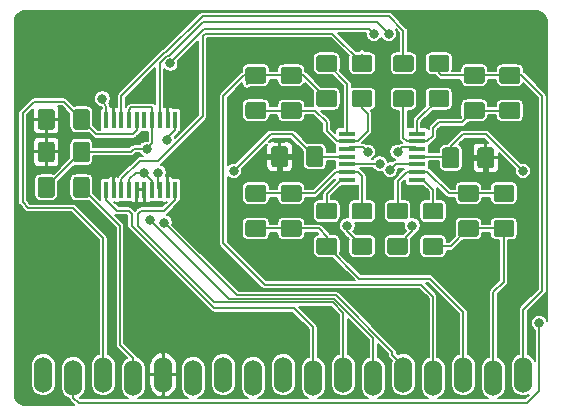
<source format=gbr>
G04 #@! TF.GenerationSoftware,KiCad,Pcbnew,(5.1.2)-2*
G04 #@! TF.CreationDate,2019-11-23T11:21:10-08:00*
G04 #@! TF.ProjectId,precision-dac-cv-scaler,70726563-6973-4696-9f6e-2d6461632d63,rev?*
G04 #@! TF.SameCoordinates,Original*
G04 #@! TF.FileFunction,Copper,L1,Top*
G04 #@! TF.FilePolarity,Positive*
%FSLAX46Y46*%
G04 Gerber Fmt 4.6, Leading zero omitted, Abs format (unit mm)*
G04 Created by KiCad (PCBNEW (5.1.2)-2) date 2019-11-23 11:21:10*
%MOMM*%
%LPD*%
G04 APERTURE LIST*
%ADD10O,1.524000X3.048000*%
%ADD11C,0.100000*%
%ADD12C,1.425000*%
%ADD13R,1.450000X0.450000*%
%ADD14R,0.450000X1.450000*%
%ADD15C,0.800000*%
%ADD16C,0.150000*%
%ADD17C,0.254000*%
%ADD18C,0.200000*%
G04 APERTURE END LIST*
D10*
X163640000Y-102123000D03*
X161100000Y-102377000D03*
X158560000Y-102123000D03*
X156020000Y-102377000D03*
X153480000Y-102123000D03*
X150940000Y-102377000D03*
X148400000Y-102123000D03*
X145860000Y-102377000D03*
X143320000Y-102123000D03*
X140780000Y-102377000D03*
X138240000Y-102123000D03*
X135700000Y-102377000D03*
X133160000Y-102123000D03*
X130620000Y-102377000D03*
X128080000Y-102123000D03*
X125540000Y-102377000D03*
X123000000Y-102123000D03*
D11*
G36*
X143499504Y-82776204D02*
G01*
X143523773Y-82779804D01*
X143547571Y-82785765D01*
X143570671Y-82794030D01*
X143592849Y-82804520D01*
X143613893Y-82817133D01*
X143633598Y-82831747D01*
X143651777Y-82848223D01*
X143668253Y-82866402D01*
X143682867Y-82886107D01*
X143695480Y-82907151D01*
X143705970Y-82929329D01*
X143714235Y-82952429D01*
X143720196Y-82976227D01*
X143723796Y-83000496D01*
X143725000Y-83025000D01*
X143725000Y-84275000D01*
X143723796Y-84299504D01*
X143720196Y-84323773D01*
X143714235Y-84347571D01*
X143705970Y-84370671D01*
X143695480Y-84392849D01*
X143682867Y-84413893D01*
X143668253Y-84433598D01*
X143651777Y-84451777D01*
X143633598Y-84468253D01*
X143613893Y-84482867D01*
X143592849Y-84495480D01*
X143570671Y-84505970D01*
X143547571Y-84514235D01*
X143523773Y-84520196D01*
X143499504Y-84523796D01*
X143475000Y-84525000D01*
X142550000Y-84525000D01*
X142525496Y-84523796D01*
X142501227Y-84520196D01*
X142477429Y-84514235D01*
X142454329Y-84505970D01*
X142432151Y-84495480D01*
X142411107Y-84482867D01*
X142391402Y-84468253D01*
X142373223Y-84451777D01*
X142356747Y-84433598D01*
X142342133Y-84413893D01*
X142329520Y-84392849D01*
X142319030Y-84370671D01*
X142310765Y-84347571D01*
X142304804Y-84323773D01*
X142301204Y-84299504D01*
X142300000Y-84275000D01*
X142300000Y-83025000D01*
X142301204Y-83000496D01*
X142304804Y-82976227D01*
X142310765Y-82952429D01*
X142319030Y-82929329D01*
X142329520Y-82907151D01*
X142342133Y-82886107D01*
X142356747Y-82866402D01*
X142373223Y-82848223D01*
X142391402Y-82831747D01*
X142411107Y-82817133D01*
X142432151Y-82804520D01*
X142454329Y-82794030D01*
X142477429Y-82785765D01*
X142501227Y-82779804D01*
X142525496Y-82776204D01*
X142550000Y-82775000D01*
X143475000Y-82775000D01*
X143499504Y-82776204D01*
X143499504Y-82776204D01*
G37*
D12*
X143012500Y-83650000D03*
D11*
G36*
X146474504Y-82776204D02*
G01*
X146498773Y-82779804D01*
X146522571Y-82785765D01*
X146545671Y-82794030D01*
X146567849Y-82804520D01*
X146588893Y-82817133D01*
X146608598Y-82831747D01*
X146626777Y-82848223D01*
X146643253Y-82866402D01*
X146657867Y-82886107D01*
X146670480Y-82907151D01*
X146680970Y-82929329D01*
X146689235Y-82952429D01*
X146695196Y-82976227D01*
X146698796Y-83000496D01*
X146700000Y-83025000D01*
X146700000Y-84275000D01*
X146698796Y-84299504D01*
X146695196Y-84323773D01*
X146689235Y-84347571D01*
X146680970Y-84370671D01*
X146670480Y-84392849D01*
X146657867Y-84413893D01*
X146643253Y-84433598D01*
X146626777Y-84451777D01*
X146608598Y-84468253D01*
X146588893Y-84482867D01*
X146567849Y-84495480D01*
X146545671Y-84505970D01*
X146522571Y-84514235D01*
X146498773Y-84520196D01*
X146474504Y-84523796D01*
X146450000Y-84525000D01*
X145525000Y-84525000D01*
X145500496Y-84523796D01*
X145476227Y-84520196D01*
X145452429Y-84514235D01*
X145429329Y-84505970D01*
X145407151Y-84495480D01*
X145386107Y-84482867D01*
X145366402Y-84468253D01*
X145348223Y-84451777D01*
X145331747Y-84433598D01*
X145317133Y-84413893D01*
X145304520Y-84392849D01*
X145294030Y-84370671D01*
X145285765Y-84347571D01*
X145279804Y-84323773D01*
X145276204Y-84299504D01*
X145275000Y-84275000D01*
X145275000Y-83025000D01*
X145276204Y-83000496D01*
X145279804Y-82976227D01*
X145285765Y-82952429D01*
X145294030Y-82929329D01*
X145304520Y-82907151D01*
X145317133Y-82886107D01*
X145331747Y-82866402D01*
X145348223Y-82848223D01*
X145366402Y-82831747D01*
X145386107Y-82817133D01*
X145407151Y-82804520D01*
X145429329Y-82794030D01*
X145452429Y-82785765D01*
X145476227Y-82779804D01*
X145500496Y-82776204D01*
X145525000Y-82775000D01*
X146450000Y-82775000D01*
X146474504Y-82776204D01*
X146474504Y-82776204D01*
G37*
D12*
X145987500Y-83650000D03*
D11*
G36*
X160962004Y-82876204D02*
G01*
X160986273Y-82879804D01*
X161010071Y-82885765D01*
X161033171Y-82894030D01*
X161055349Y-82904520D01*
X161076393Y-82917133D01*
X161096098Y-82931747D01*
X161114277Y-82948223D01*
X161130753Y-82966402D01*
X161145367Y-82986107D01*
X161157980Y-83007151D01*
X161168470Y-83029329D01*
X161176735Y-83052429D01*
X161182696Y-83076227D01*
X161186296Y-83100496D01*
X161187500Y-83125000D01*
X161187500Y-84375000D01*
X161186296Y-84399504D01*
X161182696Y-84423773D01*
X161176735Y-84447571D01*
X161168470Y-84470671D01*
X161157980Y-84492849D01*
X161145367Y-84513893D01*
X161130753Y-84533598D01*
X161114277Y-84551777D01*
X161096098Y-84568253D01*
X161076393Y-84582867D01*
X161055349Y-84595480D01*
X161033171Y-84605970D01*
X161010071Y-84614235D01*
X160986273Y-84620196D01*
X160962004Y-84623796D01*
X160937500Y-84625000D01*
X160012500Y-84625000D01*
X159987996Y-84623796D01*
X159963727Y-84620196D01*
X159939929Y-84614235D01*
X159916829Y-84605970D01*
X159894651Y-84595480D01*
X159873607Y-84582867D01*
X159853902Y-84568253D01*
X159835723Y-84551777D01*
X159819247Y-84533598D01*
X159804633Y-84513893D01*
X159792020Y-84492849D01*
X159781530Y-84470671D01*
X159773265Y-84447571D01*
X159767304Y-84423773D01*
X159763704Y-84399504D01*
X159762500Y-84375000D01*
X159762500Y-83125000D01*
X159763704Y-83100496D01*
X159767304Y-83076227D01*
X159773265Y-83052429D01*
X159781530Y-83029329D01*
X159792020Y-83007151D01*
X159804633Y-82986107D01*
X159819247Y-82966402D01*
X159835723Y-82948223D01*
X159853902Y-82931747D01*
X159873607Y-82917133D01*
X159894651Y-82904520D01*
X159916829Y-82894030D01*
X159939929Y-82885765D01*
X159963727Y-82879804D01*
X159987996Y-82876204D01*
X160012500Y-82875000D01*
X160937500Y-82875000D01*
X160962004Y-82876204D01*
X160962004Y-82876204D01*
G37*
D12*
X160475000Y-83750000D03*
D11*
G36*
X157987004Y-82876204D02*
G01*
X158011273Y-82879804D01*
X158035071Y-82885765D01*
X158058171Y-82894030D01*
X158080349Y-82904520D01*
X158101393Y-82917133D01*
X158121098Y-82931747D01*
X158139277Y-82948223D01*
X158155753Y-82966402D01*
X158170367Y-82986107D01*
X158182980Y-83007151D01*
X158193470Y-83029329D01*
X158201735Y-83052429D01*
X158207696Y-83076227D01*
X158211296Y-83100496D01*
X158212500Y-83125000D01*
X158212500Y-84375000D01*
X158211296Y-84399504D01*
X158207696Y-84423773D01*
X158201735Y-84447571D01*
X158193470Y-84470671D01*
X158182980Y-84492849D01*
X158170367Y-84513893D01*
X158155753Y-84533598D01*
X158139277Y-84551777D01*
X158121098Y-84568253D01*
X158101393Y-84582867D01*
X158080349Y-84595480D01*
X158058171Y-84605970D01*
X158035071Y-84614235D01*
X158011273Y-84620196D01*
X157987004Y-84623796D01*
X157962500Y-84625000D01*
X157037500Y-84625000D01*
X157012996Y-84623796D01*
X156988727Y-84620196D01*
X156964929Y-84614235D01*
X156941829Y-84605970D01*
X156919651Y-84595480D01*
X156898607Y-84582867D01*
X156878902Y-84568253D01*
X156860723Y-84551777D01*
X156844247Y-84533598D01*
X156829633Y-84513893D01*
X156817020Y-84492849D01*
X156806530Y-84470671D01*
X156798265Y-84447571D01*
X156792304Y-84423773D01*
X156788704Y-84399504D01*
X156787500Y-84375000D01*
X156787500Y-83125000D01*
X156788704Y-83100496D01*
X156792304Y-83076227D01*
X156798265Y-83052429D01*
X156806530Y-83029329D01*
X156817020Y-83007151D01*
X156829633Y-82986107D01*
X156844247Y-82966402D01*
X156860723Y-82948223D01*
X156878902Y-82931747D01*
X156898607Y-82917133D01*
X156919651Y-82904520D01*
X156941829Y-82894030D01*
X156964929Y-82885765D01*
X156988727Y-82879804D01*
X157012996Y-82876204D01*
X157037500Y-82875000D01*
X157962500Y-82875000D01*
X157987004Y-82876204D01*
X157987004Y-82876204D01*
G37*
D12*
X157500000Y-83750000D03*
D11*
G36*
X126724504Y-79626204D02*
G01*
X126748773Y-79629804D01*
X126772571Y-79635765D01*
X126795671Y-79644030D01*
X126817849Y-79654520D01*
X126838893Y-79667133D01*
X126858598Y-79681747D01*
X126876777Y-79698223D01*
X126893253Y-79716402D01*
X126907867Y-79736107D01*
X126920480Y-79757151D01*
X126930970Y-79779329D01*
X126939235Y-79802429D01*
X126945196Y-79826227D01*
X126948796Y-79850496D01*
X126950000Y-79875000D01*
X126950000Y-81125000D01*
X126948796Y-81149504D01*
X126945196Y-81173773D01*
X126939235Y-81197571D01*
X126930970Y-81220671D01*
X126920480Y-81242849D01*
X126907867Y-81263893D01*
X126893253Y-81283598D01*
X126876777Y-81301777D01*
X126858598Y-81318253D01*
X126838893Y-81332867D01*
X126817849Y-81345480D01*
X126795671Y-81355970D01*
X126772571Y-81364235D01*
X126748773Y-81370196D01*
X126724504Y-81373796D01*
X126700000Y-81375000D01*
X125775000Y-81375000D01*
X125750496Y-81373796D01*
X125726227Y-81370196D01*
X125702429Y-81364235D01*
X125679329Y-81355970D01*
X125657151Y-81345480D01*
X125636107Y-81332867D01*
X125616402Y-81318253D01*
X125598223Y-81301777D01*
X125581747Y-81283598D01*
X125567133Y-81263893D01*
X125554520Y-81242849D01*
X125544030Y-81220671D01*
X125535765Y-81197571D01*
X125529804Y-81173773D01*
X125526204Y-81149504D01*
X125525000Y-81125000D01*
X125525000Y-79875000D01*
X125526204Y-79850496D01*
X125529804Y-79826227D01*
X125535765Y-79802429D01*
X125544030Y-79779329D01*
X125554520Y-79757151D01*
X125567133Y-79736107D01*
X125581747Y-79716402D01*
X125598223Y-79698223D01*
X125616402Y-79681747D01*
X125636107Y-79667133D01*
X125657151Y-79654520D01*
X125679329Y-79644030D01*
X125702429Y-79635765D01*
X125726227Y-79629804D01*
X125750496Y-79626204D01*
X125775000Y-79625000D01*
X126700000Y-79625000D01*
X126724504Y-79626204D01*
X126724504Y-79626204D01*
G37*
D12*
X126237500Y-80500000D03*
D11*
G36*
X123749504Y-79626204D02*
G01*
X123773773Y-79629804D01*
X123797571Y-79635765D01*
X123820671Y-79644030D01*
X123842849Y-79654520D01*
X123863893Y-79667133D01*
X123883598Y-79681747D01*
X123901777Y-79698223D01*
X123918253Y-79716402D01*
X123932867Y-79736107D01*
X123945480Y-79757151D01*
X123955970Y-79779329D01*
X123964235Y-79802429D01*
X123970196Y-79826227D01*
X123973796Y-79850496D01*
X123975000Y-79875000D01*
X123975000Y-81125000D01*
X123973796Y-81149504D01*
X123970196Y-81173773D01*
X123964235Y-81197571D01*
X123955970Y-81220671D01*
X123945480Y-81242849D01*
X123932867Y-81263893D01*
X123918253Y-81283598D01*
X123901777Y-81301777D01*
X123883598Y-81318253D01*
X123863893Y-81332867D01*
X123842849Y-81345480D01*
X123820671Y-81355970D01*
X123797571Y-81364235D01*
X123773773Y-81370196D01*
X123749504Y-81373796D01*
X123725000Y-81375000D01*
X122800000Y-81375000D01*
X122775496Y-81373796D01*
X122751227Y-81370196D01*
X122727429Y-81364235D01*
X122704329Y-81355970D01*
X122682151Y-81345480D01*
X122661107Y-81332867D01*
X122641402Y-81318253D01*
X122623223Y-81301777D01*
X122606747Y-81283598D01*
X122592133Y-81263893D01*
X122579520Y-81242849D01*
X122569030Y-81220671D01*
X122560765Y-81197571D01*
X122554804Y-81173773D01*
X122551204Y-81149504D01*
X122550000Y-81125000D01*
X122550000Y-79875000D01*
X122551204Y-79850496D01*
X122554804Y-79826227D01*
X122560765Y-79802429D01*
X122569030Y-79779329D01*
X122579520Y-79757151D01*
X122592133Y-79736107D01*
X122606747Y-79716402D01*
X122623223Y-79698223D01*
X122641402Y-79681747D01*
X122661107Y-79667133D01*
X122682151Y-79654520D01*
X122704329Y-79644030D01*
X122727429Y-79635765D01*
X122751227Y-79629804D01*
X122775496Y-79626204D01*
X122800000Y-79625000D01*
X123725000Y-79625000D01*
X123749504Y-79626204D01*
X123749504Y-79626204D01*
G37*
D12*
X123262500Y-80500000D03*
D11*
G36*
X162649504Y-86051204D02*
G01*
X162673773Y-86054804D01*
X162697571Y-86060765D01*
X162720671Y-86069030D01*
X162742849Y-86079520D01*
X162763893Y-86092133D01*
X162783598Y-86106747D01*
X162801777Y-86123223D01*
X162818253Y-86141402D01*
X162832867Y-86161107D01*
X162845480Y-86182151D01*
X162855970Y-86204329D01*
X162864235Y-86227429D01*
X162870196Y-86251227D01*
X162873796Y-86275496D01*
X162875000Y-86300000D01*
X162875000Y-87225000D01*
X162873796Y-87249504D01*
X162870196Y-87273773D01*
X162864235Y-87297571D01*
X162855970Y-87320671D01*
X162845480Y-87342849D01*
X162832867Y-87363893D01*
X162818253Y-87383598D01*
X162801777Y-87401777D01*
X162783598Y-87418253D01*
X162763893Y-87432867D01*
X162742849Y-87445480D01*
X162720671Y-87455970D01*
X162697571Y-87464235D01*
X162673773Y-87470196D01*
X162649504Y-87473796D01*
X162625000Y-87475000D01*
X161375000Y-87475000D01*
X161350496Y-87473796D01*
X161326227Y-87470196D01*
X161302429Y-87464235D01*
X161279329Y-87455970D01*
X161257151Y-87445480D01*
X161236107Y-87432867D01*
X161216402Y-87418253D01*
X161198223Y-87401777D01*
X161181747Y-87383598D01*
X161167133Y-87363893D01*
X161154520Y-87342849D01*
X161144030Y-87320671D01*
X161135765Y-87297571D01*
X161129804Y-87273773D01*
X161126204Y-87249504D01*
X161125000Y-87225000D01*
X161125000Y-86300000D01*
X161126204Y-86275496D01*
X161129804Y-86251227D01*
X161135765Y-86227429D01*
X161144030Y-86204329D01*
X161154520Y-86182151D01*
X161167133Y-86161107D01*
X161181747Y-86141402D01*
X161198223Y-86123223D01*
X161216402Y-86106747D01*
X161236107Y-86092133D01*
X161257151Y-86079520D01*
X161279329Y-86069030D01*
X161302429Y-86060765D01*
X161326227Y-86054804D01*
X161350496Y-86051204D01*
X161375000Y-86050000D01*
X162625000Y-86050000D01*
X162649504Y-86051204D01*
X162649504Y-86051204D01*
G37*
D12*
X162000000Y-86762500D03*
D11*
G36*
X162649504Y-89026204D02*
G01*
X162673773Y-89029804D01*
X162697571Y-89035765D01*
X162720671Y-89044030D01*
X162742849Y-89054520D01*
X162763893Y-89067133D01*
X162783598Y-89081747D01*
X162801777Y-89098223D01*
X162818253Y-89116402D01*
X162832867Y-89136107D01*
X162845480Y-89157151D01*
X162855970Y-89179329D01*
X162864235Y-89202429D01*
X162870196Y-89226227D01*
X162873796Y-89250496D01*
X162875000Y-89275000D01*
X162875000Y-90200000D01*
X162873796Y-90224504D01*
X162870196Y-90248773D01*
X162864235Y-90272571D01*
X162855970Y-90295671D01*
X162845480Y-90317849D01*
X162832867Y-90338893D01*
X162818253Y-90358598D01*
X162801777Y-90376777D01*
X162783598Y-90393253D01*
X162763893Y-90407867D01*
X162742849Y-90420480D01*
X162720671Y-90430970D01*
X162697571Y-90439235D01*
X162673773Y-90445196D01*
X162649504Y-90448796D01*
X162625000Y-90450000D01*
X161375000Y-90450000D01*
X161350496Y-90448796D01*
X161326227Y-90445196D01*
X161302429Y-90439235D01*
X161279329Y-90430970D01*
X161257151Y-90420480D01*
X161236107Y-90407867D01*
X161216402Y-90393253D01*
X161198223Y-90376777D01*
X161181747Y-90358598D01*
X161167133Y-90338893D01*
X161154520Y-90317849D01*
X161144030Y-90295671D01*
X161135765Y-90272571D01*
X161129804Y-90248773D01*
X161126204Y-90224504D01*
X161125000Y-90200000D01*
X161125000Y-89275000D01*
X161126204Y-89250496D01*
X161129804Y-89226227D01*
X161135765Y-89202429D01*
X161144030Y-89179329D01*
X161154520Y-89157151D01*
X161167133Y-89136107D01*
X161181747Y-89116402D01*
X161198223Y-89098223D01*
X161216402Y-89081747D01*
X161236107Y-89067133D01*
X161257151Y-89054520D01*
X161279329Y-89044030D01*
X161302429Y-89035765D01*
X161326227Y-89029804D01*
X161350496Y-89026204D01*
X161375000Y-89025000D01*
X162625000Y-89025000D01*
X162649504Y-89026204D01*
X162649504Y-89026204D01*
G37*
D12*
X162000000Y-89737500D03*
D11*
G36*
X141649504Y-76051204D02*
G01*
X141673773Y-76054804D01*
X141697571Y-76060765D01*
X141720671Y-76069030D01*
X141742849Y-76079520D01*
X141763893Y-76092133D01*
X141783598Y-76106747D01*
X141801777Y-76123223D01*
X141818253Y-76141402D01*
X141832867Y-76161107D01*
X141845480Y-76182151D01*
X141855970Y-76204329D01*
X141864235Y-76227429D01*
X141870196Y-76251227D01*
X141873796Y-76275496D01*
X141875000Y-76300000D01*
X141875000Y-77225000D01*
X141873796Y-77249504D01*
X141870196Y-77273773D01*
X141864235Y-77297571D01*
X141855970Y-77320671D01*
X141845480Y-77342849D01*
X141832867Y-77363893D01*
X141818253Y-77383598D01*
X141801777Y-77401777D01*
X141783598Y-77418253D01*
X141763893Y-77432867D01*
X141742849Y-77445480D01*
X141720671Y-77455970D01*
X141697571Y-77464235D01*
X141673773Y-77470196D01*
X141649504Y-77473796D01*
X141625000Y-77475000D01*
X140375000Y-77475000D01*
X140350496Y-77473796D01*
X140326227Y-77470196D01*
X140302429Y-77464235D01*
X140279329Y-77455970D01*
X140257151Y-77445480D01*
X140236107Y-77432867D01*
X140216402Y-77418253D01*
X140198223Y-77401777D01*
X140181747Y-77383598D01*
X140167133Y-77363893D01*
X140154520Y-77342849D01*
X140144030Y-77320671D01*
X140135765Y-77297571D01*
X140129804Y-77273773D01*
X140126204Y-77249504D01*
X140125000Y-77225000D01*
X140125000Y-76300000D01*
X140126204Y-76275496D01*
X140129804Y-76251227D01*
X140135765Y-76227429D01*
X140144030Y-76204329D01*
X140154520Y-76182151D01*
X140167133Y-76161107D01*
X140181747Y-76141402D01*
X140198223Y-76123223D01*
X140216402Y-76106747D01*
X140236107Y-76092133D01*
X140257151Y-76079520D01*
X140279329Y-76069030D01*
X140302429Y-76060765D01*
X140326227Y-76054804D01*
X140350496Y-76051204D01*
X140375000Y-76050000D01*
X141625000Y-76050000D01*
X141649504Y-76051204D01*
X141649504Y-76051204D01*
G37*
D12*
X141000000Y-76762500D03*
D11*
G36*
X141649504Y-79026204D02*
G01*
X141673773Y-79029804D01*
X141697571Y-79035765D01*
X141720671Y-79044030D01*
X141742849Y-79054520D01*
X141763893Y-79067133D01*
X141783598Y-79081747D01*
X141801777Y-79098223D01*
X141818253Y-79116402D01*
X141832867Y-79136107D01*
X141845480Y-79157151D01*
X141855970Y-79179329D01*
X141864235Y-79202429D01*
X141870196Y-79226227D01*
X141873796Y-79250496D01*
X141875000Y-79275000D01*
X141875000Y-80200000D01*
X141873796Y-80224504D01*
X141870196Y-80248773D01*
X141864235Y-80272571D01*
X141855970Y-80295671D01*
X141845480Y-80317849D01*
X141832867Y-80338893D01*
X141818253Y-80358598D01*
X141801777Y-80376777D01*
X141783598Y-80393253D01*
X141763893Y-80407867D01*
X141742849Y-80420480D01*
X141720671Y-80430970D01*
X141697571Y-80439235D01*
X141673773Y-80445196D01*
X141649504Y-80448796D01*
X141625000Y-80450000D01*
X140375000Y-80450000D01*
X140350496Y-80448796D01*
X140326227Y-80445196D01*
X140302429Y-80439235D01*
X140279329Y-80430970D01*
X140257151Y-80420480D01*
X140236107Y-80407867D01*
X140216402Y-80393253D01*
X140198223Y-80376777D01*
X140181747Y-80358598D01*
X140167133Y-80338893D01*
X140154520Y-80317849D01*
X140144030Y-80295671D01*
X140135765Y-80272571D01*
X140129804Y-80248773D01*
X140126204Y-80224504D01*
X140125000Y-80200000D01*
X140125000Y-79275000D01*
X140126204Y-79250496D01*
X140129804Y-79226227D01*
X140135765Y-79202429D01*
X140144030Y-79179329D01*
X140154520Y-79157151D01*
X140167133Y-79136107D01*
X140181747Y-79116402D01*
X140198223Y-79098223D01*
X140216402Y-79081747D01*
X140236107Y-79067133D01*
X140257151Y-79054520D01*
X140279329Y-79044030D01*
X140302429Y-79035765D01*
X140326227Y-79029804D01*
X140350496Y-79026204D01*
X140375000Y-79025000D01*
X141625000Y-79025000D01*
X141649504Y-79026204D01*
X141649504Y-79026204D01*
G37*
D12*
X141000000Y-79737500D03*
D11*
G36*
X163149504Y-79038704D02*
G01*
X163173773Y-79042304D01*
X163197571Y-79048265D01*
X163220671Y-79056530D01*
X163242849Y-79067020D01*
X163263893Y-79079633D01*
X163283598Y-79094247D01*
X163301777Y-79110723D01*
X163318253Y-79128902D01*
X163332867Y-79148607D01*
X163345480Y-79169651D01*
X163355970Y-79191829D01*
X163364235Y-79214929D01*
X163370196Y-79238727D01*
X163373796Y-79262996D01*
X163375000Y-79287500D01*
X163375000Y-80212500D01*
X163373796Y-80237004D01*
X163370196Y-80261273D01*
X163364235Y-80285071D01*
X163355970Y-80308171D01*
X163345480Y-80330349D01*
X163332867Y-80351393D01*
X163318253Y-80371098D01*
X163301777Y-80389277D01*
X163283598Y-80405753D01*
X163263893Y-80420367D01*
X163242849Y-80432980D01*
X163220671Y-80443470D01*
X163197571Y-80451735D01*
X163173773Y-80457696D01*
X163149504Y-80461296D01*
X163125000Y-80462500D01*
X161875000Y-80462500D01*
X161850496Y-80461296D01*
X161826227Y-80457696D01*
X161802429Y-80451735D01*
X161779329Y-80443470D01*
X161757151Y-80432980D01*
X161736107Y-80420367D01*
X161716402Y-80405753D01*
X161698223Y-80389277D01*
X161681747Y-80371098D01*
X161667133Y-80351393D01*
X161654520Y-80330349D01*
X161644030Y-80308171D01*
X161635765Y-80285071D01*
X161629804Y-80261273D01*
X161626204Y-80237004D01*
X161625000Y-80212500D01*
X161625000Y-79287500D01*
X161626204Y-79262996D01*
X161629804Y-79238727D01*
X161635765Y-79214929D01*
X161644030Y-79191829D01*
X161654520Y-79169651D01*
X161667133Y-79148607D01*
X161681747Y-79128902D01*
X161698223Y-79110723D01*
X161716402Y-79094247D01*
X161736107Y-79079633D01*
X161757151Y-79067020D01*
X161779329Y-79056530D01*
X161802429Y-79048265D01*
X161826227Y-79042304D01*
X161850496Y-79038704D01*
X161875000Y-79037500D01*
X163125000Y-79037500D01*
X163149504Y-79038704D01*
X163149504Y-79038704D01*
G37*
D12*
X162500000Y-79750000D03*
D11*
G36*
X163149504Y-76063704D02*
G01*
X163173773Y-76067304D01*
X163197571Y-76073265D01*
X163220671Y-76081530D01*
X163242849Y-76092020D01*
X163263893Y-76104633D01*
X163283598Y-76119247D01*
X163301777Y-76135723D01*
X163318253Y-76153902D01*
X163332867Y-76173607D01*
X163345480Y-76194651D01*
X163355970Y-76216829D01*
X163364235Y-76239929D01*
X163370196Y-76263727D01*
X163373796Y-76287996D01*
X163375000Y-76312500D01*
X163375000Y-77237500D01*
X163373796Y-77262004D01*
X163370196Y-77286273D01*
X163364235Y-77310071D01*
X163355970Y-77333171D01*
X163345480Y-77355349D01*
X163332867Y-77376393D01*
X163318253Y-77396098D01*
X163301777Y-77414277D01*
X163283598Y-77430753D01*
X163263893Y-77445367D01*
X163242849Y-77457980D01*
X163220671Y-77468470D01*
X163197571Y-77476735D01*
X163173773Y-77482696D01*
X163149504Y-77486296D01*
X163125000Y-77487500D01*
X161875000Y-77487500D01*
X161850496Y-77486296D01*
X161826227Y-77482696D01*
X161802429Y-77476735D01*
X161779329Y-77468470D01*
X161757151Y-77457980D01*
X161736107Y-77445367D01*
X161716402Y-77430753D01*
X161698223Y-77414277D01*
X161681747Y-77396098D01*
X161667133Y-77376393D01*
X161654520Y-77355349D01*
X161644030Y-77333171D01*
X161635765Y-77310071D01*
X161629804Y-77286273D01*
X161626204Y-77262004D01*
X161625000Y-77237500D01*
X161625000Y-76312500D01*
X161626204Y-76287996D01*
X161629804Y-76263727D01*
X161635765Y-76239929D01*
X161644030Y-76216829D01*
X161654520Y-76194651D01*
X161667133Y-76173607D01*
X161681747Y-76153902D01*
X161698223Y-76135723D01*
X161716402Y-76119247D01*
X161736107Y-76104633D01*
X161757151Y-76092020D01*
X161779329Y-76081530D01*
X161802429Y-76073265D01*
X161826227Y-76067304D01*
X161850496Y-76063704D01*
X161875000Y-76062500D01*
X163125000Y-76062500D01*
X163149504Y-76063704D01*
X163149504Y-76063704D01*
G37*
D12*
X162500000Y-76775000D03*
D11*
G36*
X141649504Y-89026204D02*
G01*
X141673773Y-89029804D01*
X141697571Y-89035765D01*
X141720671Y-89044030D01*
X141742849Y-89054520D01*
X141763893Y-89067133D01*
X141783598Y-89081747D01*
X141801777Y-89098223D01*
X141818253Y-89116402D01*
X141832867Y-89136107D01*
X141845480Y-89157151D01*
X141855970Y-89179329D01*
X141864235Y-89202429D01*
X141870196Y-89226227D01*
X141873796Y-89250496D01*
X141875000Y-89275000D01*
X141875000Y-90200000D01*
X141873796Y-90224504D01*
X141870196Y-90248773D01*
X141864235Y-90272571D01*
X141855970Y-90295671D01*
X141845480Y-90317849D01*
X141832867Y-90338893D01*
X141818253Y-90358598D01*
X141801777Y-90376777D01*
X141783598Y-90393253D01*
X141763893Y-90407867D01*
X141742849Y-90420480D01*
X141720671Y-90430970D01*
X141697571Y-90439235D01*
X141673773Y-90445196D01*
X141649504Y-90448796D01*
X141625000Y-90450000D01*
X140375000Y-90450000D01*
X140350496Y-90448796D01*
X140326227Y-90445196D01*
X140302429Y-90439235D01*
X140279329Y-90430970D01*
X140257151Y-90420480D01*
X140236107Y-90407867D01*
X140216402Y-90393253D01*
X140198223Y-90376777D01*
X140181747Y-90358598D01*
X140167133Y-90338893D01*
X140154520Y-90317849D01*
X140144030Y-90295671D01*
X140135765Y-90272571D01*
X140129804Y-90248773D01*
X140126204Y-90224504D01*
X140125000Y-90200000D01*
X140125000Y-89275000D01*
X140126204Y-89250496D01*
X140129804Y-89226227D01*
X140135765Y-89202429D01*
X140144030Y-89179329D01*
X140154520Y-89157151D01*
X140167133Y-89136107D01*
X140181747Y-89116402D01*
X140198223Y-89098223D01*
X140216402Y-89081747D01*
X140236107Y-89067133D01*
X140257151Y-89054520D01*
X140279329Y-89044030D01*
X140302429Y-89035765D01*
X140326227Y-89029804D01*
X140350496Y-89026204D01*
X140375000Y-89025000D01*
X141625000Y-89025000D01*
X141649504Y-89026204D01*
X141649504Y-89026204D01*
G37*
D12*
X141000000Y-89737500D03*
D11*
G36*
X141649504Y-86051204D02*
G01*
X141673773Y-86054804D01*
X141697571Y-86060765D01*
X141720671Y-86069030D01*
X141742849Y-86079520D01*
X141763893Y-86092133D01*
X141783598Y-86106747D01*
X141801777Y-86123223D01*
X141818253Y-86141402D01*
X141832867Y-86161107D01*
X141845480Y-86182151D01*
X141855970Y-86204329D01*
X141864235Y-86227429D01*
X141870196Y-86251227D01*
X141873796Y-86275496D01*
X141875000Y-86300000D01*
X141875000Y-87225000D01*
X141873796Y-87249504D01*
X141870196Y-87273773D01*
X141864235Y-87297571D01*
X141855970Y-87320671D01*
X141845480Y-87342849D01*
X141832867Y-87363893D01*
X141818253Y-87383598D01*
X141801777Y-87401777D01*
X141783598Y-87418253D01*
X141763893Y-87432867D01*
X141742849Y-87445480D01*
X141720671Y-87455970D01*
X141697571Y-87464235D01*
X141673773Y-87470196D01*
X141649504Y-87473796D01*
X141625000Y-87475000D01*
X140375000Y-87475000D01*
X140350496Y-87473796D01*
X140326227Y-87470196D01*
X140302429Y-87464235D01*
X140279329Y-87455970D01*
X140257151Y-87445480D01*
X140236107Y-87432867D01*
X140216402Y-87418253D01*
X140198223Y-87401777D01*
X140181747Y-87383598D01*
X140167133Y-87363893D01*
X140154520Y-87342849D01*
X140144030Y-87320671D01*
X140135765Y-87297571D01*
X140129804Y-87273773D01*
X140126204Y-87249504D01*
X140125000Y-87225000D01*
X140125000Y-86300000D01*
X140126204Y-86275496D01*
X140129804Y-86251227D01*
X140135765Y-86227429D01*
X140144030Y-86204329D01*
X140154520Y-86182151D01*
X140167133Y-86161107D01*
X140181747Y-86141402D01*
X140198223Y-86123223D01*
X140216402Y-86106747D01*
X140236107Y-86092133D01*
X140257151Y-86079520D01*
X140279329Y-86069030D01*
X140302429Y-86060765D01*
X140326227Y-86054804D01*
X140350496Y-86051204D01*
X140375000Y-86050000D01*
X141625000Y-86050000D01*
X141649504Y-86051204D01*
X141649504Y-86051204D01*
G37*
D12*
X141000000Y-86762500D03*
D11*
G36*
X126724504Y-85376204D02*
G01*
X126748773Y-85379804D01*
X126772571Y-85385765D01*
X126795671Y-85394030D01*
X126817849Y-85404520D01*
X126838893Y-85417133D01*
X126858598Y-85431747D01*
X126876777Y-85448223D01*
X126893253Y-85466402D01*
X126907867Y-85486107D01*
X126920480Y-85507151D01*
X126930970Y-85529329D01*
X126939235Y-85552429D01*
X126945196Y-85576227D01*
X126948796Y-85600496D01*
X126950000Y-85625000D01*
X126950000Y-86875000D01*
X126948796Y-86899504D01*
X126945196Y-86923773D01*
X126939235Y-86947571D01*
X126930970Y-86970671D01*
X126920480Y-86992849D01*
X126907867Y-87013893D01*
X126893253Y-87033598D01*
X126876777Y-87051777D01*
X126858598Y-87068253D01*
X126838893Y-87082867D01*
X126817849Y-87095480D01*
X126795671Y-87105970D01*
X126772571Y-87114235D01*
X126748773Y-87120196D01*
X126724504Y-87123796D01*
X126700000Y-87125000D01*
X125775000Y-87125000D01*
X125750496Y-87123796D01*
X125726227Y-87120196D01*
X125702429Y-87114235D01*
X125679329Y-87105970D01*
X125657151Y-87095480D01*
X125636107Y-87082867D01*
X125616402Y-87068253D01*
X125598223Y-87051777D01*
X125581747Y-87033598D01*
X125567133Y-87013893D01*
X125554520Y-86992849D01*
X125544030Y-86970671D01*
X125535765Y-86947571D01*
X125529804Y-86923773D01*
X125526204Y-86899504D01*
X125525000Y-86875000D01*
X125525000Y-85625000D01*
X125526204Y-85600496D01*
X125529804Y-85576227D01*
X125535765Y-85552429D01*
X125544030Y-85529329D01*
X125554520Y-85507151D01*
X125567133Y-85486107D01*
X125581747Y-85466402D01*
X125598223Y-85448223D01*
X125616402Y-85431747D01*
X125636107Y-85417133D01*
X125657151Y-85404520D01*
X125679329Y-85394030D01*
X125702429Y-85385765D01*
X125726227Y-85379804D01*
X125750496Y-85376204D01*
X125775000Y-85375000D01*
X126700000Y-85375000D01*
X126724504Y-85376204D01*
X126724504Y-85376204D01*
G37*
D12*
X126237500Y-86250000D03*
D11*
G36*
X123749504Y-85376204D02*
G01*
X123773773Y-85379804D01*
X123797571Y-85385765D01*
X123820671Y-85394030D01*
X123842849Y-85404520D01*
X123863893Y-85417133D01*
X123883598Y-85431747D01*
X123901777Y-85448223D01*
X123918253Y-85466402D01*
X123932867Y-85486107D01*
X123945480Y-85507151D01*
X123955970Y-85529329D01*
X123964235Y-85552429D01*
X123970196Y-85576227D01*
X123973796Y-85600496D01*
X123975000Y-85625000D01*
X123975000Y-86875000D01*
X123973796Y-86899504D01*
X123970196Y-86923773D01*
X123964235Y-86947571D01*
X123955970Y-86970671D01*
X123945480Y-86992849D01*
X123932867Y-87013893D01*
X123918253Y-87033598D01*
X123901777Y-87051777D01*
X123883598Y-87068253D01*
X123863893Y-87082867D01*
X123842849Y-87095480D01*
X123820671Y-87105970D01*
X123797571Y-87114235D01*
X123773773Y-87120196D01*
X123749504Y-87123796D01*
X123725000Y-87125000D01*
X122800000Y-87125000D01*
X122775496Y-87123796D01*
X122751227Y-87120196D01*
X122727429Y-87114235D01*
X122704329Y-87105970D01*
X122682151Y-87095480D01*
X122661107Y-87082867D01*
X122641402Y-87068253D01*
X122623223Y-87051777D01*
X122606747Y-87033598D01*
X122592133Y-87013893D01*
X122579520Y-86992849D01*
X122569030Y-86970671D01*
X122560765Y-86947571D01*
X122554804Y-86923773D01*
X122551204Y-86899504D01*
X122550000Y-86875000D01*
X122550000Y-85625000D01*
X122551204Y-85600496D01*
X122554804Y-85576227D01*
X122560765Y-85552429D01*
X122569030Y-85529329D01*
X122579520Y-85507151D01*
X122592133Y-85486107D01*
X122606747Y-85466402D01*
X122623223Y-85448223D01*
X122641402Y-85431747D01*
X122661107Y-85417133D01*
X122682151Y-85404520D01*
X122704329Y-85394030D01*
X122727429Y-85385765D01*
X122751227Y-85379804D01*
X122775496Y-85376204D01*
X122800000Y-85375000D01*
X123725000Y-85375000D01*
X123749504Y-85376204D01*
X123749504Y-85376204D01*
G37*
D12*
X123262500Y-86250000D03*
D11*
G36*
X123749504Y-82376204D02*
G01*
X123773773Y-82379804D01*
X123797571Y-82385765D01*
X123820671Y-82394030D01*
X123842849Y-82404520D01*
X123863893Y-82417133D01*
X123883598Y-82431747D01*
X123901777Y-82448223D01*
X123918253Y-82466402D01*
X123932867Y-82486107D01*
X123945480Y-82507151D01*
X123955970Y-82529329D01*
X123964235Y-82552429D01*
X123970196Y-82576227D01*
X123973796Y-82600496D01*
X123975000Y-82625000D01*
X123975000Y-83875000D01*
X123973796Y-83899504D01*
X123970196Y-83923773D01*
X123964235Y-83947571D01*
X123955970Y-83970671D01*
X123945480Y-83992849D01*
X123932867Y-84013893D01*
X123918253Y-84033598D01*
X123901777Y-84051777D01*
X123883598Y-84068253D01*
X123863893Y-84082867D01*
X123842849Y-84095480D01*
X123820671Y-84105970D01*
X123797571Y-84114235D01*
X123773773Y-84120196D01*
X123749504Y-84123796D01*
X123725000Y-84125000D01*
X122800000Y-84125000D01*
X122775496Y-84123796D01*
X122751227Y-84120196D01*
X122727429Y-84114235D01*
X122704329Y-84105970D01*
X122682151Y-84095480D01*
X122661107Y-84082867D01*
X122641402Y-84068253D01*
X122623223Y-84051777D01*
X122606747Y-84033598D01*
X122592133Y-84013893D01*
X122579520Y-83992849D01*
X122569030Y-83970671D01*
X122560765Y-83947571D01*
X122554804Y-83923773D01*
X122551204Y-83899504D01*
X122550000Y-83875000D01*
X122550000Y-82625000D01*
X122551204Y-82600496D01*
X122554804Y-82576227D01*
X122560765Y-82552429D01*
X122569030Y-82529329D01*
X122579520Y-82507151D01*
X122592133Y-82486107D01*
X122606747Y-82466402D01*
X122623223Y-82448223D01*
X122641402Y-82431747D01*
X122661107Y-82417133D01*
X122682151Y-82404520D01*
X122704329Y-82394030D01*
X122727429Y-82385765D01*
X122751227Y-82379804D01*
X122775496Y-82376204D01*
X122800000Y-82375000D01*
X123725000Y-82375000D01*
X123749504Y-82376204D01*
X123749504Y-82376204D01*
G37*
D12*
X123262500Y-83250000D03*
D11*
G36*
X126724504Y-82376204D02*
G01*
X126748773Y-82379804D01*
X126772571Y-82385765D01*
X126795671Y-82394030D01*
X126817849Y-82404520D01*
X126838893Y-82417133D01*
X126858598Y-82431747D01*
X126876777Y-82448223D01*
X126893253Y-82466402D01*
X126907867Y-82486107D01*
X126920480Y-82507151D01*
X126930970Y-82529329D01*
X126939235Y-82552429D01*
X126945196Y-82576227D01*
X126948796Y-82600496D01*
X126950000Y-82625000D01*
X126950000Y-83875000D01*
X126948796Y-83899504D01*
X126945196Y-83923773D01*
X126939235Y-83947571D01*
X126930970Y-83970671D01*
X126920480Y-83992849D01*
X126907867Y-84013893D01*
X126893253Y-84033598D01*
X126876777Y-84051777D01*
X126858598Y-84068253D01*
X126838893Y-84082867D01*
X126817849Y-84095480D01*
X126795671Y-84105970D01*
X126772571Y-84114235D01*
X126748773Y-84120196D01*
X126724504Y-84123796D01*
X126700000Y-84125000D01*
X125775000Y-84125000D01*
X125750496Y-84123796D01*
X125726227Y-84120196D01*
X125702429Y-84114235D01*
X125679329Y-84105970D01*
X125657151Y-84095480D01*
X125636107Y-84082867D01*
X125616402Y-84068253D01*
X125598223Y-84051777D01*
X125581747Y-84033598D01*
X125567133Y-84013893D01*
X125554520Y-83992849D01*
X125544030Y-83970671D01*
X125535765Y-83947571D01*
X125529804Y-83923773D01*
X125526204Y-83899504D01*
X125525000Y-83875000D01*
X125525000Y-82625000D01*
X125526204Y-82600496D01*
X125529804Y-82576227D01*
X125535765Y-82552429D01*
X125544030Y-82529329D01*
X125554520Y-82507151D01*
X125567133Y-82486107D01*
X125581747Y-82466402D01*
X125598223Y-82448223D01*
X125616402Y-82431747D01*
X125636107Y-82417133D01*
X125657151Y-82404520D01*
X125679329Y-82394030D01*
X125702429Y-82385765D01*
X125726227Y-82379804D01*
X125750496Y-82376204D01*
X125775000Y-82375000D01*
X126700000Y-82375000D01*
X126724504Y-82376204D01*
X126724504Y-82376204D01*
G37*
D12*
X126237500Y-83250000D03*
D11*
G36*
X153649504Y-90526204D02*
G01*
X153673773Y-90529804D01*
X153697571Y-90535765D01*
X153720671Y-90544030D01*
X153742849Y-90554520D01*
X153763893Y-90567133D01*
X153783598Y-90581747D01*
X153801777Y-90598223D01*
X153818253Y-90616402D01*
X153832867Y-90636107D01*
X153845480Y-90657151D01*
X153855970Y-90679329D01*
X153864235Y-90702429D01*
X153870196Y-90726227D01*
X153873796Y-90750496D01*
X153875000Y-90775000D01*
X153875000Y-91700000D01*
X153873796Y-91724504D01*
X153870196Y-91748773D01*
X153864235Y-91772571D01*
X153855970Y-91795671D01*
X153845480Y-91817849D01*
X153832867Y-91838893D01*
X153818253Y-91858598D01*
X153801777Y-91876777D01*
X153783598Y-91893253D01*
X153763893Y-91907867D01*
X153742849Y-91920480D01*
X153720671Y-91930970D01*
X153697571Y-91939235D01*
X153673773Y-91945196D01*
X153649504Y-91948796D01*
X153625000Y-91950000D01*
X152375000Y-91950000D01*
X152350496Y-91948796D01*
X152326227Y-91945196D01*
X152302429Y-91939235D01*
X152279329Y-91930970D01*
X152257151Y-91920480D01*
X152236107Y-91907867D01*
X152216402Y-91893253D01*
X152198223Y-91876777D01*
X152181747Y-91858598D01*
X152167133Y-91838893D01*
X152154520Y-91817849D01*
X152144030Y-91795671D01*
X152135765Y-91772571D01*
X152129804Y-91748773D01*
X152126204Y-91724504D01*
X152125000Y-91700000D01*
X152125000Y-90775000D01*
X152126204Y-90750496D01*
X152129804Y-90726227D01*
X152135765Y-90702429D01*
X152144030Y-90679329D01*
X152154520Y-90657151D01*
X152167133Y-90636107D01*
X152181747Y-90616402D01*
X152198223Y-90598223D01*
X152216402Y-90581747D01*
X152236107Y-90567133D01*
X152257151Y-90554520D01*
X152279329Y-90544030D01*
X152302429Y-90535765D01*
X152326227Y-90529804D01*
X152350496Y-90526204D01*
X152375000Y-90525000D01*
X153625000Y-90525000D01*
X153649504Y-90526204D01*
X153649504Y-90526204D01*
G37*
D12*
X153000000Y-91237500D03*
D11*
G36*
X153649504Y-87551204D02*
G01*
X153673773Y-87554804D01*
X153697571Y-87560765D01*
X153720671Y-87569030D01*
X153742849Y-87579520D01*
X153763893Y-87592133D01*
X153783598Y-87606747D01*
X153801777Y-87623223D01*
X153818253Y-87641402D01*
X153832867Y-87661107D01*
X153845480Y-87682151D01*
X153855970Y-87704329D01*
X153864235Y-87727429D01*
X153870196Y-87751227D01*
X153873796Y-87775496D01*
X153875000Y-87800000D01*
X153875000Y-88725000D01*
X153873796Y-88749504D01*
X153870196Y-88773773D01*
X153864235Y-88797571D01*
X153855970Y-88820671D01*
X153845480Y-88842849D01*
X153832867Y-88863893D01*
X153818253Y-88883598D01*
X153801777Y-88901777D01*
X153783598Y-88918253D01*
X153763893Y-88932867D01*
X153742849Y-88945480D01*
X153720671Y-88955970D01*
X153697571Y-88964235D01*
X153673773Y-88970196D01*
X153649504Y-88973796D01*
X153625000Y-88975000D01*
X152375000Y-88975000D01*
X152350496Y-88973796D01*
X152326227Y-88970196D01*
X152302429Y-88964235D01*
X152279329Y-88955970D01*
X152257151Y-88945480D01*
X152236107Y-88932867D01*
X152216402Y-88918253D01*
X152198223Y-88901777D01*
X152181747Y-88883598D01*
X152167133Y-88863893D01*
X152154520Y-88842849D01*
X152144030Y-88820671D01*
X152135765Y-88797571D01*
X152129804Y-88773773D01*
X152126204Y-88749504D01*
X152125000Y-88725000D01*
X152125000Y-87800000D01*
X152126204Y-87775496D01*
X152129804Y-87751227D01*
X152135765Y-87727429D01*
X152144030Y-87704329D01*
X152154520Y-87682151D01*
X152167133Y-87661107D01*
X152181747Y-87641402D01*
X152198223Y-87623223D01*
X152216402Y-87606747D01*
X152236107Y-87592133D01*
X152257151Y-87579520D01*
X152279329Y-87569030D01*
X152302429Y-87560765D01*
X152326227Y-87554804D01*
X152350496Y-87551204D01*
X152375000Y-87550000D01*
X153625000Y-87550000D01*
X153649504Y-87551204D01*
X153649504Y-87551204D01*
G37*
D12*
X153000000Y-88262500D03*
D11*
G36*
X150649504Y-75051204D02*
G01*
X150673773Y-75054804D01*
X150697571Y-75060765D01*
X150720671Y-75069030D01*
X150742849Y-75079520D01*
X150763893Y-75092133D01*
X150783598Y-75106747D01*
X150801777Y-75123223D01*
X150818253Y-75141402D01*
X150832867Y-75161107D01*
X150845480Y-75182151D01*
X150855970Y-75204329D01*
X150864235Y-75227429D01*
X150870196Y-75251227D01*
X150873796Y-75275496D01*
X150875000Y-75300000D01*
X150875000Y-76225000D01*
X150873796Y-76249504D01*
X150870196Y-76273773D01*
X150864235Y-76297571D01*
X150855970Y-76320671D01*
X150845480Y-76342849D01*
X150832867Y-76363893D01*
X150818253Y-76383598D01*
X150801777Y-76401777D01*
X150783598Y-76418253D01*
X150763893Y-76432867D01*
X150742849Y-76445480D01*
X150720671Y-76455970D01*
X150697571Y-76464235D01*
X150673773Y-76470196D01*
X150649504Y-76473796D01*
X150625000Y-76475000D01*
X149375000Y-76475000D01*
X149350496Y-76473796D01*
X149326227Y-76470196D01*
X149302429Y-76464235D01*
X149279329Y-76455970D01*
X149257151Y-76445480D01*
X149236107Y-76432867D01*
X149216402Y-76418253D01*
X149198223Y-76401777D01*
X149181747Y-76383598D01*
X149167133Y-76363893D01*
X149154520Y-76342849D01*
X149144030Y-76320671D01*
X149135765Y-76297571D01*
X149129804Y-76273773D01*
X149126204Y-76249504D01*
X149125000Y-76225000D01*
X149125000Y-75300000D01*
X149126204Y-75275496D01*
X149129804Y-75251227D01*
X149135765Y-75227429D01*
X149144030Y-75204329D01*
X149154520Y-75182151D01*
X149167133Y-75161107D01*
X149181747Y-75141402D01*
X149198223Y-75123223D01*
X149216402Y-75106747D01*
X149236107Y-75092133D01*
X149257151Y-75079520D01*
X149279329Y-75069030D01*
X149302429Y-75060765D01*
X149326227Y-75054804D01*
X149350496Y-75051204D01*
X149375000Y-75050000D01*
X150625000Y-75050000D01*
X150649504Y-75051204D01*
X150649504Y-75051204D01*
G37*
D12*
X150000000Y-75762500D03*
D11*
G36*
X150649504Y-78026204D02*
G01*
X150673773Y-78029804D01*
X150697571Y-78035765D01*
X150720671Y-78044030D01*
X150742849Y-78054520D01*
X150763893Y-78067133D01*
X150783598Y-78081747D01*
X150801777Y-78098223D01*
X150818253Y-78116402D01*
X150832867Y-78136107D01*
X150845480Y-78157151D01*
X150855970Y-78179329D01*
X150864235Y-78202429D01*
X150870196Y-78226227D01*
X150873796Y-78250496D01*
X150875000Y-78275000D01*
X150875000Y-79200000D01*
X150873796Y-79224504D01*
X150870196Y-79248773D01*
X150864235Y-79272571D01*
X150855970Y-79295671D01*
X150845480Y-79317849D01*
X150832867Y-79338893D01*
X150818253Y-79358598D01*
X150801777Y-79376777D01*
X150783598Y-79393253D01*
X150763893Y-79407867D01*
X150742849Y-79420480D01*
X150720671Y-79430970D01*
X150697571Y-79439235D01*
X150673773Y-79445196D01*
X150649504Y-79448796D01*
X150625000Y-79450000D01*
X149375000Y-79450000D01*
X149350496Y-79448796D01*
X149326227Y-79445196D01*
X149302429Y-79439235D01*
X149279329Y-79430970D01*
X149257151Y-79420480D01*
X149236107Y-79407867D01*
X149216402Y-79393253D01*
X149198223Y-79376777D01*
X149181747Y-79358598D01*
X149167133Y-79338893D01*
X149154520Y-79317849D01*
X149144030Y-79295671D01*
X149135765Y-79272571D01*
X149129804Y-79248773D01*
X149126204Y-79224504D01*
X149125000Y-79200000D01*
X149125000Y-78275000D01*
X149126204Y-78250496D01*
X149129804Y-78226227D01*
X149135765Y-78202429D01*
X149144030Y-78179329D01*
X149154520Y-78157151D01*
X149167133Y-78136107D01*
X149181747Y-78116402D01*
X149198223Y-78098223D01*
X149216402Y-78081747D01*
X149236107Y-78067133D01*
X149257151Y-78054520D01*
X149279329Y-78044030D01*
X149302429Y-78035765D01*
X149326227Y-78029804D01*
X149350496Y-78026204D01*
X149375000Y-78025000D01*
X150625000Y-78025000D01*
X150649504Y-78026204D01*
X150649504Y-78026204D01*
G37*
D12*
X150000000Y-78737500D03*
D11*
G36*
X159649504Y-89026204D02*
G01*
X159673773Y-89029804D01*
X159697571Y-89035765D01*
X159720671Y-89044030D01*
X159742849Y-89054520D01*
X159763893Y-89067133D01*
X159783598Y-89081747D01*
X159801777Y-89098223D01*
X159818253Y-89116402D01*
X159832867Y-89136107D01*
X159845480Y-89157151D01*
X159855970Y-89179329D01*
X159864235Y-89202429D01*
X159870196Y-89226227D01*
X159873796Y-89250496D01*
X159875000Y-89275000D01*
X159875000Y-90200000D01*
X159873796Y-90224504D01*
X159870196Y-90248773D01*
X159864235Y-90272571D01*
X159855970Y-90295671D01*
X159845480Y-90317849D01*
X159832867Y-90338893D01*
X159818253Y-90358598D01*
X159801777Y-90376777D01*
X159783598Y-90393253D01*
X159763893Y-90407867D01*
X159742849Y-90420480D01*
X159720671Y-90430970D01*
X159697571Y-90439235D01*
X159673773Y-90445196D01*
X159649504Y-90448796D01*
X159625000Y-90450000D01*
X158375000Y-90450000D01*
X158350496Y-90448796D01*
X158326227Y-90445196D01*
X158302429Y-90439235D01*
X158279329Y-90430970D01*
X158257151Y-90420480D01*
X158236107Y-90407867D01*
X158216402Y-90393253D01*
X158198223Y-90376777D01*
X158181747Y-90358598D01*
X158167133Y-90338893D01*
X158154520Y-90317849D01*
X158144030Y-90295671D01*
X158135765Y-90272571D01*
X158129804Y-90248773D01*
X158126204Y-90224504D01*
X158125000Y-90200000D01*
X158125000Y-89275000D01*
X158126204Y-89250496D01*
X158129804Y-89226227D01*
X158135765Y-89202429D01*
X158144030Y-89179329D01*
X158154520Y-89157151D01*
X158167133Y-89136107D01*
X158181747Y-89116402D01*
X158198223Y-89098223D01*
X158216402Y-89081747D01*
X158236107Y-89067133D01*
X158257151Y-89054520D01*
X158279329Y-89044030D01*
X158302429Y-89035765D01*
X158326227Y-89029804D01*
X158350496Y-89026204D01*
X158375000Y-89025000D01*
X159625000Y-89025000D01*
X159649504Y-89026204D01*
X159649504Y-89026204D01*
G37*
D12*
X159000000Y-89737500D03*
D11*
G36*
X159649504Y-86051204D02*
G01*
X159673773Y-86054804D01*
X159697571Y-86060765D01*
X159720671Y-86069030D01*
X159742849Y-86079520D01*
X159763893Y-86092133D01*
X159783598Y-86106747D01*
X159801777Y-86123223D01*
X159818253Y-86141402D01*
X159832867Y-86161107D01*
X159845480Y-86182151D01*
X159855970Y-86204329D01*
X159864235Y-86227429D01*
X159870196Y-86251227D01*
X159873796Y-86275496D01*
X159875000Y-86300000D01*
X159875000Y-87225000D01*
X159873796Y-87249504D01*
X159870196Y-87273773D01*
X159864235Y-87297571D01*
X159855970Y-87320671D01*
X159845480Y-87342849D01*
X159832867Y-87363893D01*
X159818253Y-87383598D01*
X159801777Y-87401777D01*
X159783598Y-87418253D01*
X159763893Y-87432867D01*
X159742849Y-87445480D01*
X159720671Y-87455970D01*
X159697571Y-87464235D01*
X159673773Y-87470196D01*
X159649504Y-87473796D01*
X159625000Y-87475000D01*
X158375000Y-87475000D01*
X158350496Y-87473796D01*
X158326227Y-87470196D01*
X158302429Y-87464235D01*
X158279329Y-87455970D01*
X158257151Y-87445480D01*
X158236107Y-87432867D01*
X158216402Y-87418253D01*
X158198223Y-87401777D01*
X158181747Y-87383598D01*
X158167133Y-87363893D01*
X158154520Y-87342849D01*
X158144030Y-87320671D01*
X158135765Y-87297571D01*
X158129804Y-87273773D01*
X158126204Y-87249504D01*
X158125000Y-87225000D01*
X158125000Y-86300000D01*
X158126204Y-86275496D01*
X158129804Y-86251227D01*
X158135765Y-86227429D01*
X158144030Y-86204329D01*
X158154520Y-86182151D01*
X158167133Y-86161107D01*
X158181747Y-86141402D01*
X158198223Y-86123223D01*
X158216402Y-86106747D01*
X158236107Y-86092133D01*
X158257151Y-86079520D01*
X158279329Y-86069030D01*
X158302429Y-86060765D01*
X158326227Y-86054804D01*
X158350496Y-86051204D01*
X158375000Y-86050000D01*
X159625000Y-86050000D01*
X159649504Y-86051204D01*
X159649504Y-86051204D01*
G37*
D12*
X159000000Y-86762500D03*
D11*
G36*
X144649504Y-76063704D02*
G01*
X144673773Y-76067304D01*
X144697571Y-76073265D01*
X144720671Y-76081530D01*
X144742849Y-76092020D01*
X144763893Y-76104633D01*
X144783598Y-76119247D01*
X144801777Y-76135723D01*
X144818253Y-76153902D01*
X144832867Y-76173607D01*
X144845480Y-76194651D01*
X144855970Y-76216829D01*
X144864235Y-76239929D01*
X144870196Y-76263727D01*
X144873796Y-76287996D01*
X144875000Y-76312500D01*
X144875000Y-77237500D01*
X144873796Y-77262004D01*
X144870196Y-77286273D01*
X144864235Y-77310071D01*
X144855970Y-77333171D01*
X144845480Y-77355349D01*
X144832867Y-77376393D01*
X144818253Y-77396098D01*
X144801777Y-77414277D01*
X144783598Y-77430753D01*
X144763893Y-77445367D01*
X144742849Y-77457980D01*
X144720671Y-77468470D01*
X144697571Y-77476735D01*
X144673773Y-77482696D01*
X144649504Y-77486296D01*
X144625000Y-77487500D01*
X143375000Y-77487500D01*
X143350496Y-77486296D01*
X143326227Y-77482696D01*
X143302429Y-77476735D01*
X143279329Y-77468470D01*
X143257151Y-77457980D01*
X143236107Y-77445367D01*
X143216402Y-77430753D01*
X143198223Y-77414277D01*
X143181747Y-77396098D01*
X143167133Y-77376393D01*
X143154520Y-77355349D01*
X143144030Y-77333171D01*
X143135765Y-77310071D01*
X143129804Y-77286273D01*
X143126204Y-77262004D01*
X143125000Y-77237500D01*
X143125000Y-76312500D01*
X143126204Y-76287996D01*
X143129804Y-76263727D01*
X143135765Y-76239929D01*
X143144030Y-76216829D01*
X143154520Y-76194651D01*
X143167133Y-76173607D01*
X143181747Y-76153902D01*
X143198223Y-76135723D01*
X143216402Y-76119247D01*
X143236107Y-76104633D01*
X143257151Y-76092020D01*
X143279329Y-76081530D01*
X143302429Y-76073265D01*
X143326227Y-76067304D01*
X143350496Y-76063704D01*
X143375000Y-76062500D01*
X144625000Y-76062500D01*
X144649504Y-76063704D01*
X144649504Y-76063704D01*
G37*
D12*
X144000000Y-76775000D03*
D11*
G36*
X144649504Y-79038704D02*
G01*
X144673773Y-79042304D01*
X144697571Y-79048265D01*
X144720671Y-79056530D01*
X144742849Y-79067020D01*
X144763893Y-79079633D01*
X144783598Y-79094247D01*
X144801777Y-79110723D01*
X144818253Y-79128902D01*
X144832867Y-79148607D01*
X144845480Y-79169651D01*
X144855970Y-79191829D01*
X144864235Y-79214929D01*
X144870196Y-79238727D01*
X144873796Y-79262996D01*
X144875000Y-79287500D01*
X144875000Y-80212500D01*
X144873796Y-80237004D01*
X144870196Y-80261273D01*
X144864235Y-80285071D01*
X144855970Y-80308171D01*
X144845480Y-80330349D01*
X144832867Y-80351393D01*
X144818253Y-80371098D01*
X144801777Y-80389277D01*
X144783598Y-80405753D01*
X144763893Y-80420367D01*
X144742849Y-80432980D01*
X144720671Y-80443470D01*
X144697571Y-80451735D01*
X144673773Y-80457696D01*
X144649504Y-80461296D01*
X144625000Y-80462500D01*
X143375000Y-80462500D01*
X143350496Y-80461296D01*
X143326227Y-80457696D01*
X143302429Y-80451735D01*
X143279329Y-80443470D01*
X143257151Y-80432980D01*
X143236107Y-80420367D01*
X143216402Y-80405753D01*
X143198223Y-80389277D01*
X143181747Y-80371098D01*
X143167133Y-80351393D01*
X143154520Y-80330349D01*
X143144030Y-80308171D01*
X143135765Y-80285071D01*
X143129804Y-80261273D01*
X143126204Y-80237004D01*
X143125000Y-80212500D01*
X143125000Y-79287500D01*
X143126204Y-79262996D01*
X143129804Y-79238727D01*
X143135765Y-79214929D01*
X143144030Y-79191829D01*
X143154520Y-79169651D01*
X143167133Y-79148607D01*
X143181747Y-79128902D01*
X143198223Y-79110723D01*
X143216402Y-79094247D01*
X143236107Y-79079633D01*
X143257151Y-79067020D01*
X143279329Y-79056530D01*
X143302429Y-79048265D01*
X143326227Y-79042304D01*
X143350496Y-79038704D01*
X143375000Y-79037500D01*
X144625000Y-79037500D01*
X144649504Y-79038704D01*
X144649504Y-79038704D01*
G37*
D12*
X144000000Y-79750000D03*
D11*
G36*
X156649504Y-90526204D02*
G01*
X156673773Y-90529804D01*
X156697571Y-90535765D01*
X156720671Y-90544030D01*
X156742849Y-90554520D01*
X156763893Y-90567133D01*
X156783598Y-90581747D01*
X156801777Y-90598223D01*
X156818253Y-90616402D01*
X156832867Y-90636107D01*
X156845480Y-90657151D01*
X156855970Y-90679329D01*
X156864235Y-90702429D01*
X156870196Y-90726227D01*
X156873796Y-90750496D01*
X156875000Y-90775000D01*
X156875000Y-91700000D01*
X156873796Y-91724504D01*
X156870196Y-91748773D01*
X156864235Y-91772571D01*
X156855970Y-91795671D01*
X156845480Y-91817849D01*
X156832867Y-91838893D01*
X156818253Y-91858598D01*
X156801777Y-91876777D01*
X156783598Y-91893253D01*
X156763893Y-91907867D01*
X156742849Y-91920480D01*
X156720671Y-91930970D01*
X156697571Y-91939235D01*
X156673773Y-91945196D01*
X156649504Y-91948796D01*
X156625000Y-91950000D01*
X155375000Y-91950000D01*
X155350496Y-91948796D01*
X155326227Y-91945196D01*
X155302429Y-91939235D01*
X155279329Y-91930970D01*
X155257151Y-91920480D01*
X155236107Y-91907867D01*
X155216402Y-91893253D01*
X155198223Y-91876777D01*
X155181747Y-91858598D01*
X155167133Y-91838893D01*
X155154520Y-91817849D01*
X155144030Y-91795671D01*
X155135765Y-91772571D01*
X155129804Y-91748773D01*
X155126204Y-91724504D01*
X155125000Y-91700000D01*
X155125000Y-90775000D01*
X155126204Y-90750496D01*
X155129804Y-90726227D01*
X155135765Y-90702429D01*
X155144030Y-90679329D01*
X155154520Y-90657151D01*
X155167133Y-90636107D01*
X155181747Y-90616402D01*
X155198223Y-90598223D01*
X155216402Y-90581747D01*
X155236107Y-90567133D01*
X155257151Y-90554520D01*
X155279329Y-90544030D01*
X155302429Y-90535765D01*
X155326227Y-90529804D01*
X155350496Y-90526204D01*
X155375000Y-90525000D01*
X156625000Y-90525000D01*
X156649504Y-90526204D01*
X156649504Y-90526204D01*
G37*
D12*
X156000000Y-91237500D03*
D11*
G36*
X156649504Y-87551204D02*
G01*
X156673773Y-87554804D01*
X156697571Y-87560765D01*
X156720671Y-87569030D01*
X156742849Y-87579520D01*
X156763893Y-87592133D01*
X156783598Y-87606747D01*
X156801777Y-87623223D01*
X156818253Y-87641402D01*
X156832867Y-87661107D01*
X156845480Y-87682151D01*
X156855970Y-87704329D01*
X156864235Y-87727429D01*
X156870196Y-87751227D01*
X156873796Y-87775496D01*
X156875000Y-87800000D01*
X156875000Y-88725000D01*
X156873796Y-88749504D01*
X156870196Y-88773773D01*
X156864235Y-88797571D01*
X156855970Y-88820671D01*
X156845480Y-88842849D01*
X156832867Y-88863893D01*
X156818253Y-88883598D01*
X156801777Y-88901777D01*
X156783598Y-88918253D01*
X156763893Y-88932867D01*
X156742849Y-88945480D01*
X156720671Y-88955970D01*
X156697571Y-88964235D01*
X156673773Y-88970196D01*
X156649504Y-88973796D01*
X156625000Y-88975000D01*
X155375000Y-88975000D01*
X155350496Y-88973796D01*
X155326227Y-88970196D01*
X155302429Y-88964235D01*
X155279329Y-88955970D01*
X155257151Y-88945480D01*
X155236107Y-88932867D01*
X155216402Y-88918253D01*
X155198223Y-88901777D01*
X155181747Y-88883598D01*
X155167133Y-88863893D01*
X155154520Y-88842849D01*
X155144030Y-88820671D01*
X155135765Y-88797571D01*
X155129804Y-88773773D01*
X155126204Y-88749504D01*
X155125000Y-88725000D01*
X155125000Y-87800000D01*
X155126204Y-87775496D01*
X155129804Y-87751227D01*
X155135765Y-87727429D01*
X155144030Y-87704329D01*
X155154520Y-87682151D01*
X155167133Y-87661107D01*
X155181747Y-87641402D01*
X155198223Y-87623223D01*
X155216402Y-87606747D01*
X155236107Y-87592133D01*
X155257151Y-87579520D01*
X155279329Y-87569030D01*
X155302429Y-87560765D01*
X155326227Y-87554804D01*
X155350496Y-87551204D01*
X155375000Y-87550000D01*
X156625000Y-87550000D01*
X156649504Y-87551204D01*
X156649504Y-87551204D01*
G37*
D12*
X156000000Y-88262500D03*
D11*
G36*
X147649504Y-78026204D02*
G01*
X147673773Y-78029804D01*
X147697571Y-78035765D01*
X147720671Y-78044030D01*
X147742849Y-78054520D01*
X147763893Y-78067133D01*
X147783598Y-78081747D01*
X147801777Y-78098223D01*
X147818253Y-78116402D01*
X147832867Y-78136107D01*
X147845480Y-78157151D01*
X147855970Y-78179329D01*
X147864235Y-78202429D01*
X147870196Y-78226227D01*
X147873796Y-78250496D01*
X147875000Y-78275000D01*
X147875000Y-79200000D01*
X147873796Y-79224504D01*
X147870196Y-79248773D01*
X147864235Y-79272571D01*
X147855970Y-79295671D01*
X147845480Y-79317849D01*
X147832867Y-79338893D01*
X147818253Y-79358598D01*
X147801777Y-79376777D01*
X147783598Y-79393253D01*
X147763893Y-79407867D01*
X147742849Y-79420480D01*
X147720671Y-79430970D01*
X147697571Y-79439235D01*
X147673773Y-79445196D01*
X147649504Y-79448796D01*
X147625000Y-79450000D01*
X146375000Y-79450000D01*
X146350496Y-79448796D01*
X146326227Y-79445196D01*
X146302429Y-79439235D01*
X146279329Y-79430970D01*
X146257151Y-79420480D01*
X146236107Y-79407867D01*
X146216402Y-79393253D01*
X146198223Y-79376777D01*
X146181747Y-79358598D01*
X146167133Y-79338893D01*
X146154520Y-79317849D01*
X146144030Y-79295671D01*
X146135765Y-79272571D01*
X146129804Y-79248773D01*
X146126204Y-79224504D01*
X146125000Y-79200000D01*
X146125000Y-78275000D01*
X146126204Y-78250496D01*
X146129804Y-78226227D01*
X146135765Y-78202429D01*
X146144030Y-78179329D01*
X146154520Y-78157151D01*
X146167133Y-78136107D01*
X146181747Y-78116402D01*
X146198223Y-78098223D01*
X146216402Y-78081747D01*
X146236107Y-78067133D01*
X146257151Y-78054520D01*
X146279329Y-78044030D01*
X146302429Y-78035765D01*
X146326227Y-78029804D01*
X146350496Y-78026204D01*
X146375000Y-78025000D01*
X147625000Y-78025000D01*
X147649504Y-78026204D01*
X147649504Y-78026204D01*
G37*
D12*
X147000000Y-78737500D03*
D11*
G36*
X147649504Y-75051204D02*
G01*
X147673773Y-75054804D01*
X147697571Y-75060765D01*
X147720671Y-75069030D01*
X147742849Y-75079520D01*
X147763893Y-75092133D01*
X147783598Y-75106747D01*
X147801777Y-75123223D01*
X147818253Y-75141402D01*
X147832867Y-75161107D01*
X147845480Y-75182151D01*
X147855970Y-75204329D01*
X147864235Y-75227429D01*
X147870196Y-75251227D01*
X147873796Y-75275496D01*
X147875000Y-75300000D01*
X147875000Y-76225000D01*
X147873796Y-76249504D01*
X147870196Y-76273773D01*
X147864235Y-76297571D01*
X147855970Y-76320671D01*
X147845480Y-76342849D01*
X147832867Y-76363893D01*
X147818253Y-76383598D01*
X147801777Y-76401777D01*
X147783598Y-76418253D01*
X147763893Y-76432867D01*
X147742849Y-76445480D01*
X147720671Y-76455970D01*
X147697571Y-76464235D01*
X147673773Y-76470196D01*
X147649504Y-76473796D01*
X147625000Y-76475000D01*
X146375000Y-76475000D01*
X146350496Y-76473796D01*
X146326227Y-76470196D01*
X146302429Y-76464235D01*
X146279329Y-76455970D01*
X146257151Y-76445480D01*
X146236107Y-76432867D01*
X146216402Y-76418253D01*
X146198223Y-76401777D01*
X146181747Y-76383598D01*
X146167133Y-76363893D01*
X146154520Y-76342849D01*
X146144030Y-76320671D01*
X146135765Y-76297571D01*
X146129804Y-76273773D01*
X146126204Y-76249504D01*
X146125000Y-76225000D01*
X146125000Y-75300000D01*
X146126204Y-75275496D01*
X146129804Y-75251227D01*
X146135765Y-75227429D01*
X146144030Y-75204329D01*
X146154520Y-75182151D01*
X146167133Y-75161107D01*
X146181747Y-75141402D01*
X146198223Y-75123223D01*
X146216402Y-75106747D01*
X146236107Y-75092133D01*
X146257151Y-75079520D01*
X146279329Y-75069030D01*
X146302429Y-75060765D01*
X146326227Y-75054804D01*
X146350496Y-75051204D01*
X146375000Y-75050000D01*
X147625000Y-75050000D01*
X147649504Y-75051204D01*
X147649504Y-75051204D01*
G37*
D12*
X147000000Y-75762500D03*
D11*
G36*
X154149504Y-78026204D02*
G01*
X154173773Y-78029804D01*
X154197571Y-78035765D01*
X154220671Y-78044030D01*
X154242849Y-78054520D01*
X154263893Y-78067133D01*
X154283598Y-78081747D01*
X154301777Y-78098223D01*
X154318253Y-78116402D01*
X154332867Y-78136107D01*
X154345480Y-78157151D01*
X154355970Y-78179329D01*
X154364235Y-78202429D01*
X154370196Y-78226227D01*
X154373796Y-78250496D01*
X154375000Y-78275000D01*
X154375000Y-79200000D01*
X154373796Y-79224504D01*
X154370196Y-79248773D01*
X154364235Y-79272571D01*
X154355970Y-79295671D01*
X154345480Y-79317849D01*
X154332867Y-79338893D01*
X154318253Y-79358598D01*
X154301777Y-79376777D01*
X154283598Y-79393253D01*
X154263893Y-79407867D01*
X154242849Y-79420480D01*
X154220671Y-79430970D01*
X154197571Y-79439235D01*
X154173773Y-79445196D01*
X154149504Y-79448796D01*
X154125000Y-79450000D01*
X152875000Y-79450000D01*
X152850496Y-79448796D01*
X152826227Y-79445196D01*
X152802429Y-79439235D01*
X152779329Y-79430970D01*
X152757151Y-79420480D01*
X152736107Y-79407867D01*
X152716402Y-79393253D01*
X152698223Y-79376777D01*
X152681747Y-79358598D01*
X152667133Y-79338893D01*
X152654520Y-79317849D01*
X152644030Y-79295671D01*
X152635765Y-79272571D01*
X152629804Y-79248773D01*
X152626204Y-79224504D01*
X152625000Y-79200000D01*
X152625000Y-78275000D01*
X152626204Y-78250496D01*
X152629804Y-78226227D01*
X152635765Y-78202429D01*
X152644030Y-78179329D01*
X152654520Y-78157151D01*
X152667133Y-78136107D01*
X152681747Y-78116402D01*
X152698223Y-78098223D01*
X152716402Y-78081747D01*
X152736107Y-78067133D01*
X152757151Y-78054520D01*
X152779329Y-78044030D01*
X152802429Y-78035765D01*
X152826227Y-78029804D01*
X152850496Y-78026204D01*
X152875000Y-78025000D01*
X154125000Y-78025000D01*
X154149504Y-78026204D01*
X154149504Y-78026204D01*
G37*
D12*
X153500000Y-78737500D03*
D11*
G36*
X154149504Y-75051204D02*
G01*
X154173773Y-75054804D01*
X154197571Y-75060765D01*
X154220671Y-75069030D01*
X154242849Y-75079520D01*
X154263893Y-75092133D01*
X154283598Y-75106747D01*
X154301777Y-75123223D01*
X154318253Y-75141402D01*
X154332867Y-75161107D01*
X154345480Y-75182151D01*
X154355970Y-75204329D01*
X154364235Y-75227429D01*
X154370196Y-75251227D01*
X154373796Y-75275496D01*
X154375000Y-75300000D01*
X154375000Y-76225000D01*
X154373796Y-76249504D01*
X154370196Y-76273773D01*
X154364235Y-76297571D01*
X154355970Y-76320671D01*
X154345480Y-76342849D01*
X154332867Y-76363893D01*
X154318253Y-76383598D01*
X154301777Y-76401777D01*
X154283598Y-76418253D01*
X154263893Y-76432867D01*
X154242849Y-76445480D01*
X154220671Y-76455970D01*
X154197571Y-76464235D01*
X154173773Y-76470196D01*
X154149504Y-76473796D01*
X154125000Y-76475000D01*
X152875000Y-76475000D01*
X152850496Y-76473796D01*
X152826227Y-76470196D01*
X152802429Y-76464235D01*
X152779329Y-76455970D01*
X152757151Y-76445480D01*
X152736107Y-76432867D01*
X152716402Y-76418253D01*
X152698223Y-76401777D01*
X152681747Y-76383598D01*
X152667133Y-76363893D01*
X152654520Y-76342849D01*
X152644030Y-76320671D01*
X152635765Y-76297571D01*
X152629804Y-76273773D01*
X152626204Y-76249504D01*
X152625000Y-76225000D01*
X152625000Y-75300000D01*
X152626204Y-75275496D01*
X152629804Y-75251227D01*
X152635765Y-75227429D01*
X152644030Y-75204329D01*
X152654520Y-75182151D01*
X152667133Y-75161107D01*
X152681747Y-75141402D01*
X152698223Y-75123223D01*
X152716402Y-75106747D01*
X152736107Y-75092133D01*
X152757151Y-75079520D01*
X152779329Y-75069030D01*
X152802429Y-75060765D01*
X152826227Y-75054804D01*
X152850496Y-75051204D01*
X152875000Y-75050000D01*
X154125000Y-75050000D01*
X154149504Y-75051204D01*
X154149504Y-75051204D01*
G37*
D12*
X153500000Y-75762500D03*
D11*
G36*
X150649504Y-87551204D02*
G01*
X150673773Y-87554804D01*
X150697571Y-87560765D01*
X150720671Y-87569030D01*
X150742849Y-87579520D01*
X150763893Y-87592133D01*
X150783598Y-87606747D01*
X150801777Y-87623223D01*
X150818253Y-87641402D01*
X150832867Y-87661107D01*
X150845480Y-87682151D01*
X150855970Y-87704329D01*
X150864235Y-87727429D01*
X150870196Y-87751227D01*
X150873796Y-87775496D01*
X150875000Y-87800000D01*
X150875000Y-88725000D01*
X150873796Y-88749504D01*
X150870196Y-88773773D01*
X150864235Y-88797571D01*
X150855970Y-88820671D01*
X150845480Y-88842849D01*
X150832867Y-88863893D01*
X150818253Y-88883598D01*
X150801777Y-88901777D01*
X150783598Y-88918253D01*
X150763893Y-88932867D01*
X150742849Y-88945480D01*
X150720671Y-88955970D01*
X150697571Y-88964235D01*
X150673773Y-88970196D01*
X150649504Y-88973796D01*
X150625000Y-88975000D01*
X149375000Y-88975000D01*
X149350496Y-88973796D01*
X149326227Y-88970196D01*
X149302429Y-88964235D01*
X149279329Y-88955970D01*
X149257151Y-88945480D01*
X149236107Y-88932867D01*
X149216402Y-88918253D01*
X149198223Y-88901777D01*
X149181747Y-88883598D01*
X149167133Y-88863893D01*
X149154520Y-88842849D01*
X149144030Y-88820671D01*
X149135765Y-88797571D01*
X149129804Y-88773773D01*
X149126204Y-88749504D01*
X149125000Y-88725000D01*
X149125000Y-87800000D01*
X149126204Y-87775496D01*
X149129804Y-87751227D01*
X149135765Y-87727429D01*
X149144030Y-87704329D01*
X149154520Y-87682151D01*
X149167133Y-87661107D01*
X149181747Y-87641402D01*
X149198223Y-87623223D01*
X149216402Y-87606747D01*
X149236107Y-87592133D01*
X149257151Y-87579520D01*
X149279329Y-87569030D01*
X149302429Y-87560765D01*
X149326227Y-87554804D01*
X149350496Y-87551204D01*
X149375000Y-87550000D01*
X150625000Y-87550000D01*
X150649504Y-87551204D01*
X150649504Y-87551204D01*
G37*
D12*
X150000000Y-88262500D03*
D11*
G36*
X150649504Y-90526204D02*
G01*
X150673773Y-90529804D01*
X150697571Y-90535765D01*
X150720671Y-90544030D01*
X150742849Y-90554520D01*
X150763893Y-90567133D01*
X150783598Y-90581747D01*
X150801777Y-90598223D01*
X150818253Y-90616402D01*
X150832867Y-90636107D01*
X150845480Y-90657151D01*
X150855970Y-90679329D01*
X150864235Y-90702429D01*
X150870196Y-90726227D01*
X150873796Y-90750496D01*
X150875000Y-90775000D01*
X150875000Y-91700000D01*
X150873796Y-91724504D01*
X150870196Y-91748773D01*
X150864235Y-91772571D01*
X150855970Y-91795671D01*
X150845480Y-91817849D01*
X150832867Y-91838893D01*
X150818253Y-91858598D01*
X150801777Y-91876777D01*
X150783598Y-91893253D01*
X150763893Y-91907867D01*
X150742849Y-91920480D01*
X150720671Y-91930970D01*
X150697571Y-91939235D01*
X150673773Y-91945196D01*
X150649504Y-91948796D01*
X150625000Y-91950000D01*
X149375000Y-91950000D01*
X149350496Y-91948796D01*
X149326227Y-91945196D01*
X149302429Y-91939235D01*
X149279329Y-91930970D01*
X149257151Y-91920480D01*
X149236107Y-91907867D01*
X149216402Y-91893253D01*
X149198223Y-91876777D01*
X149181747Y-91858598D01*
X149167133Y-91838893D01*
X149154520Y-91817849D01*
X149144030Y-91795671D01*
X149135765Y-91772571D01*
X149129804Y-91748773D01*
X149126204Y-91724504D01*
X149125000Y-91700000D01*
X149125000Y-90775000D01*
X149126204Y-90750496D01*
X149129804Y-90726227D01*
X149135765Y-90702429D01*
X149144030Y-90679329D01*
X149154520Y-90657151D01*
X149167133Y-90636107D01*
X149181747Y-90616402D01*
X149198223Y-90598223D01*
X149216402Y-90581747D01*
X149236107Y-90567133D01*
X149257151Y-90554520D01*
X149279329Y-90544030D01*
X149302429Y-90535765D01*
X149326227Y-90529804D01*
X149350496Y-90526204D01*
X149375000Y-90525000D01*
X150625000Y-90525000D01*
X150649504Y-90526204D01*
X150649504Y-90526204D01*
G37*
D12*
X150000000Y-91237500D03*
D11*
G36*
X160149504Y-79026204D02*
G01*
X160173773Y-79029804D01*
X160197571Y-79035765D01*
X160220671Y-79044030D01*
X160242849Y-79054520D01*
X160263893Y-79067133D01*
X160283598Y-79081747D01*
X160301777Y-79098223D01*
X160318253Y-79116402D01*
X160332867Y-79136107D01*
X160345480Y-79157151D01*
X160355970Y-79179329D01*
X160364235Y-79202429D01*
X160370196Y-79226227D01*
X160373796Y-79250496D01*
X160375000Y-79275000D01*
X160375000Y-80200000D01*
X160373796Y-80224504D01*
X160370196Y-80248773D01*
X160364235Y-80272571D01*
X160355970Y-80295671D01*
X160345480Y-80317849D01*
X160332867Y-80338893D01*
X160318253Y-80358598D01*
X160301777Y-80376777D01*
X160283598Y-80393253D01*
X160263893Y-80407867D01*
X160242849Y-80420480D01*
X160220671Y-80430970D01*
X160197571Y-80439235D01*
X160173773Y-80445196D01*
X160149504Y-80448796D01*
X160125000Y-80450000D01*
X158875000Y-80450000D01*
X158850496Y-80448796D01*
X158826227Y-80445196D01*
X158802429Y-80439235D01*
X158779329Y-80430970D01*
X158757151Y-80420480D01*
X158736107Y-80407867D01*
X158716402Y-80393253D01*
X158698223Y-80376777D01*
X158681747Y-80358598D01*
X158667133Y-80338893D01*
X158654520Y-80317849D01*
X158644030Y-80295671D01*
X158635765Y-80272571D01*
X158629804Y-80248773D01*
X158626204Y-80224504D01*
X158625000Y-80200000D01*
X158625000Y-79275000D01*
X158626204Y-79250496D01*
X158629804Y-79226227D01*
X158635765Y-79202429D01*
X158644030Y-79179329D01*
X158654520Y-79157151D01*
X158667133Y-79136107D01*
X158681747Y-79116402D01*
X158698223Y-79098223D01*
X158716402Y-79081747D01*
X158736107Y-79067133D01*
X158757151Y-79054520D01*
X158779329Y-79044030D01*
X158802429Y-79035765D01*
X158826227Y-79029804D01*
X158850496Y-79026204D01*
X158875000Y-79025000D01*
X160125000Y-79025000D01*
X160149504Y-79026204D01*
X160149504Y-79026204D01*
G37*
D12*
X159500000Y-79737500D03*
D11*
G36*
X160149504Y-76051204D02*
G01*
X160173773Y-76054804D01*
X160197571Y-76060765D01*
X160220671Y-76069030D01*
X160242849Y-76079520D01*
X160263893Y-76092133D01*
X160283598Y-76106747D01*
X160301777Y-76123223D01*
X160318253Y-76141402D01*
X160332867Y-76161107D01*
X160345480Y-76182151D01*
X160355970Y-76204329D01*
X160364235Y-76227429D01*
X160370196Y-76251227D01*
X160373796Y-76275496D01*
X160375000Y-76300000D01*
X160375000Y-77225000D01*
X160373796Y-77249504D01*
X160370196Y-77273773D01*
X160364235Y-77297571D01*
X160355970Y-77320671D01*
X160345480Y-77342849D01*
X160332867Y-77363893D01*
X160318253Y-77383598D01*
X160301777Y-77401777D01*
X160283598Y-77418253D01*
X160263893Y-77432867D01*
X160242849Y-77445480D01*
X160220671Y-77455970D01*
X160197571Y-77464235D01*
X160173773Y-77470196D01*
X160149504Y-77473796D01*
X160125000Y-77475000D01*
X158875000Y-77475000D01*
X158850496Y-77473796D01*
X158826227Y-77470196D01*
X158802429Y-77464235D01*
X158779329Y-77455970D01*
X158757151Y-77445480D01*
X158736107Y-77432867D01*
X158716402Y-77418253D01*
X158698223Y-77401777D01*
X158681747Y-77383598D01*
X158667133Y-77363893D01*
X158654520Y-77342849D01*
X158644030Y-77320671D01*
X158635765Y-77297571D01*
X158629804Y-77273773D01*
X158626204Y-77249504D01*
X158625000Y-77225000D01*
X158625000Y-76300000D01*
X158626204Y-76275496D01*
X158629804Y-76251227D01*
X158635765Y-76227429D01*
X158644030Y-76204329D01*
X158654520Y-76182151D01*
X158667133Y-76161107D01*
X158681747Y-76141402D01*
X158698223Y-76123223D01*
X158716402Y-76106747D01*
X158736107Y-76092133D01*
X158757151Y-76079520D01*
X158779329Y-76069030D01*
X158802429Y-76060765D01*
X158826227Y-76054804D01*
X158850496Y-76051204D01*
X158875000Y-76050000D01*
X160125000Y-76050000D01*
X160149504Y-76051204D01*
X160149504Y-76051204D01*
G37*
D12*
X159500000Y-76762500D03*
D11*
G36*
X144649504Y-86051204D02*
G01*
X144673773Y-86054804D01*
X144697571Y-86060765D01*
X144720671Y-86069030D01*
X144742849Y-86079520D01*
X144763893Y-86092133D01*
X144783598Y-86106747D01*
X144801777Y-86123223D01*
X144818253Y-86141402D01*
X144832867Y-86161107D01*
X144845480Y-86182151D01*
X144855970Y-86204329D01*
X144864235Y-86227429D01*
X144870196Y-86251227D01*
X144873796Y-86275496D01*
X144875000Y-86300000D01*
X144875000Y-87225000D01*
X144873796Y-87249504D01*
X144870196Y-87273773D01*
X144864235Y-87297571D01*
X144855970Y-87320671D01*
X144845480Y-87342849D01*
X144832867Y-87363893D01*
X144818253Y-87383598D01*
X144801777Y-87401777D01*
X144783598Y-87418253D01*
X144763893Y-87432867D01*
X144742849Y-87445480D01*
X144720671Y-87455970D01*
X144697571Y-87464235D01*
X144673773Y-87470196D01*
X144649504Y-87473796D01*
X144625000Y-87475000D01*
X143375000Y-87475000D01*
X143350496Y-87473796D01*
X143326227Y-87470196D01*
X143302429Y-87464235D01*
X143279329Y-87455970D01*
X143257151Y-87445480D01*
X143236107Y-87432867D01*
X143216402Y-87418253D01*
X143198223Y-87401777D01*
X143181747Y-87383598D01*
X143167133Y-87363893D01*
X143154520Y-87342849D01*
X143144030Y-87320671D01*
X143135765Y-87297571D01*
X143129804Y-87273773D01*
X143126204Y-87249504D01*
X143125000Y-87225000D01*
X143125000Y-86300000D01*
X143126204Y-86275496D01*
X143129804Y-86251227D01*
X143135765Y-86227429D01*
X143144030Y-86204329D01*
X143154520Y-86182151D01*
X143167133Y-86161107D01*
X143181747Y-86141402D01*
X143198223Y-86123223D01*
X143216402Y-86106747D01*
X143236107Y-86092133D01*
X143257151Y-86079520D01*
X143279329Y-86069030D01*
X143302429Y-86060765D01*
X143326227Y-86054804D01*
X143350496Y-86051204D01*
X143375000Y-86050000D01*
X144625000Y-86050000D01*
X144649504Y-86051204D01*
X144649504Y-86051204D01*
G37*
D12*
X144000000Y-86762500D03*
D11*
G36*
X144649504Y-89026204D02*
G01*
X144673773Y-89029804D01*
X144697571Y-89035765D01*
X144720671Y-89044030D01*
X144742849Y-89054520D01*
X144763893Y-89067133D01*
X144783598Y-89081747D01*
X144801777Y-89098223D01*
X144818253Y-89116402D01*
X144832867Y-89136107D01*
X144845480Y-89157151D01*
X144855970Y-89179329D01*
X144864235Y-89202429D01*
X144870196Y-89226227D01*
X144873796Y-89250496D01*
X144875000Y-89275000D01*
X144875000Y-90200000D01*
X144873796Y-90224504D01*
X144870196Y-90248773D01*
X144864235Y-90272571D01*
X144855970Y-90295671D01*
X144845480Y-90317849D01*
X144832867Y-90338893D01*
X144818253Y-90358598D01*
X144801777Y-90376777D01*
X144783598Y-90393253D01*
X144763893Y-90407867D01*
X144742849Y-90420480D01*
X144720671Y-90430970D01*
X144697571Y-90439235D01*
X144673773Y-90445196D01*
X144649504Y-90448796D01*
X144625000Y-90450000D01*
X143375000Y-90450000D01*
X143350496Y-90448796D01*
X143326227Y-90445196D01*
X143302429Y-90439235D01*
X143279329Y-90430970D01*
X143257151Y-90420480D01*
X143236107Y-90407867D01*
X143216402Y-90393253D01*
X143198223Y-90376777D01*
X143181747Y-90358598D01*
X143167133Y-90338893D01*
X143154520Y-90317849D01*
X143144030Y-90295671D01*
X143135765Y-90272571D01*
X143129804Y-90248773D01*
X143126204Y-90224504D01*
X143125000Y-90200000D01*
X143125000Y-89275000D01*
X143126204Y-89250496D01*
X143129804Y-89226227D01*
X143135765Y-89202429D01*
X143144030Y-89179329D01*
X143154520Y-89157151D01*
X143167133Y-89136107D01*
X143181747Y-89116402D01*
X143198223Y-89098223D01*
X143216402Y-89081747D01*
X143236107Y-89067133D01*
X143257151Y-89054520D01*
X143279329Y-89044030D01*
X143302429Y-89035765D01*
X143326227Y-89029804D01*
X143350496Y-89026204D01*
X143375000Y-89025000D01*
X144625000Y-89025000D01*
X144649504Y-89026204D01*
X144649504Y-89026204D01*
G37*
D12*
X144000000Y-89737500D03*
D11*
G36*
X157149504Y-78026204D02*
G01*
X157173773Y-78029804D01*
X157197571Y-78035765D01*
X157220671Y-78044030D01*
X157242849Y-78054520D01*
X157263893Y-78067133D01*
X157283598Y-78081747D01*
X157301777Y-78098223D01*
X157318253Y-78116402D01*
X157332867Y-78136107D01*
X157345480Y-78157151D01*
X157355970Y-78179329D01*
X157364235Y-78202429D01*
X157370196Y-78226227D01*
X157373796Y-78250496D01*
X157375000Y-78275000D01*
X157375000Y-79200000D01*
X157373796Y-79224504D01*
X157370196Y-79248773D01*
X157364235Y-79272571D01*
X157355970Y-79295671D01*
X157345480Y-79317849D01*
X157332867Y-79338893D01*
X157318253Y-79358598D01*
X157301777Y-79376777D01*
X157283598Y-79393253D01*
X157263893Y-79407867D01*
X157242849Y-79420480D01*
X157220671Y-79430970D01*
X157197571Y-79439235D01*
X157173773Y-79445196D01*
X157149504Y-79448796D01*
X157125000Y-79450000D01*
X155875000Y-79450000D01*
X155850496Y-79448796D01*
X155826227Y-79445196D01*
X155802429Y-79439235D01*
X155779329Y-79430970D01*
X155757151Y-79420480D01*
X155736107Y-79407867D01*
X155716402Y-79393253D01*
X155698223Y-79376777D01*
X155681747Y-79358598D01*
X155667133Y-79338893D01*
X155654520Y-79317849D01*
X155644030Y-79295671D01*
X155635765Y-79272571D01*
X155629804Y-79248773D01*
X155626204Y-79224504D01*
X155625000Y-79200000D01*
X155625000Y-78275000D01*
X155626204Y-78250496D01*
X155629804Y-78226227D01*
X155635765Y-78202429D01*
X155644030Y-78179329D01*
X155654520Y-78157151D01*
X155667133Y-78136107D01*
X155681747Y-78116402D01*
X155698223Y-78098223D01*
X155716402Y-78081747D01*
X155736107Y-78067133D01*
X155757151Y-78054520D01*
X155779329Y-78044030D01*
X155802429Y-78035765D01*
X155826227Y-78029804D01*
X155850496Y-78026204D01*
X155875000Y-78025000D01*
X157125000Y-78025000D01*
X157149504Y-78026204D01*
X157149504Y-78026204D01*
G37*
D12*
X156500000Y-78737500D03*
D11*
G36*
X157149504Y-75051204D02*
G01*
X157173773Y-75054804D01*
X157197571Y-75060765D01*
X157220671Y-75069030D01*
X157242849Y-75079520D01*
X157263893Y-75092133D01*
X157283598Y-75106747D01*
X157301777Y-75123223D01*
X157318253Y-75141402D01*
X157332867Y-75161107D01*
X157345480Y-75182151D01*
X157355970Y-75204329D01*
X157364235Y-75227429D01*
X157370196Y-75251227D01*
X157373796Y-75275496D01*
X157375000Y-75300000D01*
X157375000Y-76225000D01*
X157373796Y-76249504D01*
X157370196Y-76273773D01*
X157364235Y-76297571D01*
X157355970Y-76320671D01*
X157345480Y-76342849D01*
X157332867Y-76363893D01*
X157318253Y-76383598D01*
X157301777Y-76401777D01*
X157283598Y-76418253D01*
X157263893Y-76432867D01*
X157242849Y-76445480D01*
X157220671Y-76455970D01*
X157197571Y-76464235D01*
X157173773Y-76470196D01*
X157149504Y-76473796D01*
X157125000Y-76475000D01*
X155875000Y-76475000D01*
X155850496Y-76473796D01*
X155826227Y-76470196D01*
X155802429Y-76464235D01*
X155779329Y-76455970D01*
X155757151Y-76445480D01*
X155736107Y-76432867D01*
X155716402Y-76418253D01*
X155698223Y-76401777D01*
X155681747Y-76383598D01*
X155667133Y-76363893D01*
X155654520Y-76342849D01*
X155644030Y-76320671D01*
X155635765Y-76297571D01*
X155629804Y-76273773D01*
X155626204Y-76249504D01*
X155625000Y-76225000D01*
X155625000Y-75300000D01*
X155626204Y-75275496D01*
X155629804Y-75251227D01*
X155635765Y-75227429D01*
X155644030Y-75204329D01*
X155654520Y-75182151D01*
X155667133Y-75161107D01*
X155681747Y-75141402D01*
X155698223Y-75123223D01*
X155716402Y-75106747D01*
X155736107Y-75092133D01*
X155757151Y-75079520D01*
X155779329Y-75069030D01*
X155802429Y-75060765D01*
X155826227Y-75054804D01*
X155850496Y-75051204D01*
X155875000Y-75050000D01*
X157125000Y-75050000D01*
X157149504Y-75051204D01*
X157149504Y-75051204D01*
G37*
D12*
X156500000Y-75762500D03*
D11*
G36*
X147649504Y-87551204D02*
G01*
X147673773Y-87554804D01*
X147697571Y-87560765D01*
X147720671Y-87569030D01*
X147742849Y-87579520D01*
X147763893Y-87592133D01*
X147783598Y-87606747D01*
X147801777Y-87623223D01*
X147818253Y-87641402D01*
X147832867Y-87661107D01*
X147845480Y-87682151D01*
X147855970Y-87704329D01*
X147864235Y-87727429D01*
X147870196Y-87751227D01*
X147873796Y-87775496D01*
X147875000Y-87800000D01*
X147875000Y-88725000D01*
X147873796Y-88749504D01*
X147870196Y-88773773D01*
X147864235Y-88797571D01*
X147855970Y-88820671D01*
X147845480Y-88842849D01*
X147832867Y-88863893D01*
X147818253Y-88883598D01*
X147801777Y-88901777D01*
X147783598Y-88918253D01*
X147763893Y-88932867D01*
X147742849Y-88945480D01*
X147720671Y-88955970D01*
X147697571Y-88964235D01*
X147673773Y-88970196D01*
X147649504Y-88973796D01*
X147625000Y-88975000D01*
X146375000Y-88975000D01*
X146350496Y-88973796D01*
X146326227Y-88970196D01*
X146302429Y-88964235D01*
X146279329Y-88955970D01*
X146257151Y-88945480D01*
X146236107Y-88932867D01*
X146216402Y-88918253D01*
X146198223Y-88901777D01*
X146181747Y-88883598D01*
X146167133Y-88863893D01*
X146154520Y-88842849D01*
X146144030Y-88820671D01*
X146135765Y-88797571D01*
X146129804Y-88773773D01*
X146126204Y-88749504D01*
X146125000Y-88725000D01*
X146125000Y-87800000D01*
X146126204Y-87775496D01*
X146129804Y-87751227D01*
X146135765Y-87727429D01*
X146144030Y-87704329D01*
X146154520Y-87682151D01*
X146167133Y-87661107D01*
X146181747Y-87641402D01*
X146198223Y-87623223D01*
X146216402Y-87606747D01*
X146236107Y-87592133D01*
X146257151Y-87579520D01*
X146279329Y-87569030D01*
X146302429Y-87560765D01*
X146326227Y-87554804D01*
X146350496Y-87551204D01*
X146375000Y-87550000D01*
X147625000Y-87550000D01*
X147649504Y-87551204D01*
X147649504Y-87551204D01*
G37*
D12*
X147000000Y-88262500D03*
D11*
G36*
X147649504Y-90526204D02*
G01*
X147673773Y-90529804D01*
X147697571Y-90535765D01*
X147720671Y-90544030D01*
X147742849Y-90554520D01*
X147763893Y-90567133D01*
X147783598Y-90581747D01*
X147801777Y-90598223D01*
X147818253Y-90616402D01*
X147832867Y-90636107D01*
X147845480Y-90657151D01*
X147855970Y-90679329D01*
X147864235Y-90702429D01*
X147870196Y-90726227D01*
X147873796Y-90750496D01*
X147875000Y-90775000D01*
X147875000Y-91700000D01*
X147873796Y-91724504D01*
X147870196Y-91748773D01*
X147864235Y-91772571D01*
X147855970Y-91795671D01*
X147845480Y-91817849D01*
X147832867Y-91838893D01*
X147818253Y-91858598D01*
X147801777Y-91876777D01*
X147783598Y-91893253D01*
X147763893Y-91907867D01*
X147742849Y-91920480D01*
X147720671Y-91930970D01*
X147697571Y-91939235D01*
X147673773Y-91945196D01*
X147649504Y-91948796D01*
X147625000Y-91950000D01*
X146375000Y-91950000D01*
X146350496Y-91948796D01*
X146326227Y-91945196D01*
X146302429Y-91939235D01*
X146279329Y-91930970D01*
X146257151Y-91920480D01*
X146236107Y-91907867D01*
X146216402Y-91893253D01*
X146198223Y-91876777D01*
X146181747Y-91858598D01*
X146167133Y-91838893D01*
X146154520Y-91817849D01*
X146144030Y-91795671D01*
X146135765Y-91772571D01*
X146129804Y-91748773D01*
X146126204Y-91724504D01*
X146125000Y-91700000D01*
X146125000Y-90775000D01*
X146126204Y-90750496D01*
X146129804Y-90726227D01*
X146135765Y-90702429D01*
X146144030Y-90679329D01*
X146154520Y-90657151D01*
X146167133Y-90636107D01*
X146181747Y-90616402D01*
X146198223Y-90598223D01*
X146216402Y-90581747D01*
X146236107Y-90567133D01*
X146257151Y-90554520D01*
X146279329Y-90544030D01*
X146302429Y-90535765D01*
X146326227Y-90529804D01*
X146350496Y-90526204D01*
X146375000Y-90525000D01*
X147625000Y-90525000D01*
X147649504Y-90526204D01*
X147649504Y-90526204D01*
G37*
D12*
X147000000Y-91237500D03*
D13*
X148750000Y-81700000D03*
X148750000Y-82350000D03*
X148750000Y-83000000D03*
X148750000Y-83650000D03*
X148750000Y-84300000D03*
X148750000Y-84950000D03*
X148750000Y-85600000D03*
X154650000Y-85600000D03*
X154650000Y-84950000D03*
X154650000Y-84300000D03*
X154650000Y-83650000D03*
X154650000Y-83000000D03*
X154650000Y-82350000D03*
X154650000Y-81700000D03*
D14*
X128325000Y-86450000D03*
X128975000Y-86450000D03*
X129625000Y-86450000D03*
X130275000Y-86450000D03*
X130925000Y-86450000D03*
X131575000Y-86450000D03*
X132225000Y-86450000D03*
X132875000Y-86450000D03*
X133525000Y-86450000D03*
X134175000Y-86450000D03*
X134175000Y-80550000D03*
X133525000Y-80550000D03*
X132875000Y-80550000D03*
X132225000Y-80550000D03*
X131575000Y-80550000D03*
X130925000Y-80550000D03*
X130275000Y-80550000D03*
X129625000Y-80550000D03*
X128975000Y-80550000D03*
X128325000Y-80550000D03*
D15*
X131500000Y-78300000D03*
X139125000Y-84875000D03*
X165000000Y-97750000D03*
X163625000Y-84875000D03*
X165250000Y-73000000D03*
X165250000Y-74000000D03*
X165250000Y-75000000D03*
X165250000Y-76000000D03*
X165250000Y-77000000D03*
X121000000Y-72750000D03*
X121000000Y-73750000D03*
X121000000Y-74750000D03*
X121000000Y-75750000D03*
X121000000Y-76750000D03*
X121000000Y-77750000D03*
X136500000Y-83500000D03*
X141000000Y-85000000D03*
X139500000Y-83000000D03*
X124750000Y-80500000D03*
X124750000Y-83250000D03*
X124750000Y-86250000D03*
X129000000Y-84500000D03*
X134500000Y-78500000D03*
X122000000Y-71750000D03*
X123000000Y-71750000D03*
X124000000Y-71750000D03*
X164250000Y-72000000D03*
X163250000Y-72000000D03*
X162250000Y-72000000D03*
X161250000Y-72000000D03*
X125000000Y-71750000D03*
X147050000Y-99950000D03*
X149650000Y-99850000D03*
X154700000Y-99875000D03*
X134350000Y-99850000D03*
X131750000Y-83000000D03*
X131500000Y-85000000D03*
X154250000Y-89500000D03*
X152250000Y-73250000D03*
X148750000Y-89500000D03*
X151000000Y-73250000D03*
X133750000Y-75750000D03*
X132750000Y-85000000D03*
X150500000Y-83250000D03*
X151500000Y-84250000D03*
X152374990Y-84750000D03*
X153000000Y-83250000D03*
X133500000Y-82250000D03*
X132000000Y-89000000D03*
X133250000Y-89250000D03*
X128000000Y-78750000D03*
D16*
X145987500Y-83650000D02*
X148750000Y-83650000D01*
X144087500Y-81750000D02*
X145987500Y-83650000D01*
X144087500Y-81750000D02*
X142250000Y-81750000D01*
X142250000Y-81750000D02*
X140250000Y-83750000D01*
X140250000Y-83750000D02*
X139125000Y-84875000D01*
X139125000Y-84875000D02*
X139000000Y-85000000D01*
X157400000Y-83650000D02*
X157500000Y-83750000D01*
X154650000Y-83650000D02*
X157400000Y-83650000D01*
X125540000Y-104051000D02*
X125989000Y-104500000D01*
X125540000Y-102377000D02*
X125540000Y-104051000D01*
X165000000Y-103481066D02*
X165000000Y-97750000D01*
X125989000Y-104500000D02*
X163981066Y-104500000D01*
X163981066Y-104500000D02*
X165000000Y-103481066D01*
X162500000Y-83750000D02*
X163625000Y-84875000D01*
X160500000Y-81750000D02*
X162500000Y-83750000D01*
X158525000Y-81750000D02*
X160500000Y-81750000D01*
X157500000Y-83750000D02*
X157500000Y-82775000D01*
X157500000Y-82775000D02*
X158525000Y-81750000D01*
X126237500Y-80500000D02*
X127487500Y-81750000D01*
X130925000Y-81425000D02*
X130925000Y-80550000D01*
X130600000Y-81750000D02*
X130925000Y-81425000D01*
X127487500Y-81750000D02*
X130600000Y-81750000D01*
X124737500Y-79000000D02*
X126237500Y-80500000D01*
X122250000Y-79000000D02*
X124737500Y-79000000D01*
X128080000Y-90580000D02*
X125500000Y-88000000D01*
X128080000Y-102123000D02*
X128080000Y-90580000D01*
X125500000Y-88000000D02*
X121750000Y-88000000D01*
X121750000Y-88000000D02*
X121250000Y-87500000D01*
X121250000Y-87500000D02*
X121250000Y-80000000D01*
X121250000Y-80000000D02*
X122250000Y-79000000D01*
X153775000Y-84950000D02*
X154650000Y-84950000D01*
X153000000Y-85725000D02*
X153775000Y-84950000D01*
X153000000Y-88262500D02*
X153000000Y-85725000D01*
X162000000Y-86762500D02*
X159000000Y-86762500D01*
X159000000Y-86762500D02*
X157337500Y-86762500D01*
X155525000Y-84950000D02*
X154650000Y-84950000D01*
X157337500Y-86762500D02*
X155525000Y-84950000D01*
X157500000Y-91237500D02*
X159000000Y-89737500D01*
X156000000Y-91237500D02*
X157500000Y-91237500D01*
X162000000Y-89737500D02*
X159000000Y-89737500D01*
X161100000Y-95150000D02*
X161100000Y-102377000D01*
X162000000Y-94250000D02*
X161100000Y-95150000D01*
X162000000Y-89737500D02*
X162000000Y-94250000D01*
X141012500Y-76775000D02*
X141000000Y-76762500D01*
X144000000Y-76775000D02*
X141012500Y-76775000D01*
X145037500Y-76775000D02*
X147000000Y-78737500D01*
X144000000Y-76775000D02*
X145037500Y-76775000D01*
X141750000Y-94500000D02*
X138250000Y-91000000D01*
X156000000Y-101595000D02*
X156000000Y-95500000D01*
X156020000Y-101615000D02*
X156000000Y-101595000D01*
X156020000Y-102377000D02*
X156020000Y-101615000D01*
X155000000Y-94500000D02*
X141750000Y-94500000D01*
X138250000Y-78537500D02*
X138250000Y-82750000D01*
X156000000Y-95500000D02*
X155000000Y-94500000D01*
X140228653Y-77533847D02*
X141000000Y-76762500D01*
X138250000Y-82750000D02*
X138250000Y-91000000D01*
X140025000Y-76762500D02*
X138250000Y-78537500D01*
X141000000Y-76762500D02*
X140025000Y-76762500D01*
X150000000Y-79550000D02*
X150500000Y-80050000D01*
X150000000Y-78737500D02*
X150000000Y-79550000D01*
X149625000Y-82350000D02*
X148750000Y-82350000D01*
X150500000Y-81475000D02*
X149625000Y-82350000D01*
X150500000Y-80050000D02*
X150500000Y-81475000D01*
X147875000Y-82350000D02*
X147000000Y-81475000D01*
X148750000Y-82350000D02*
X147875000Y-82350000D01*
X147000000Y-81475000D02*
X147000000Y-80750000D01*
X146000000Y-79750000D02*
X144000000Y-79750000D01*
X147000000Y-80750000D02*
X146000000Y-79750000D01*
X141012500Y-79750000D02*
X141000000Y-79737500D01*
X144000000Y-79750000D02*
X141012500Y-79750000D01*
X158487500Y-80750000D02*
X159500000Y-79737500D01*
X156500000Y-80750000D02*
X158487500Y-80750000D01*
X156000000Y-81250000D02*
X156500000Y-80750000D01*
X156000000Y-81875000D02*
X156000000Y-81250000D01*
X154650000Y-82350000D02*
X155525000Y-82350000D01*
X155525000Y-82350000D02*
X156000000Y-81875000D01*
X159512500Y-79750000D02*
X159500000Y-79737500D01*
X162500000Y-79750000D02*
X159512500Y-79750000D01*
X153775000Y-82350000D02*
X154650000Y-82350000D01*
X153500000Y-82075000D02*
X153775000Y-82350000D01*
X153500000Y-78737500D02*
X153500000Y-82075000D01*
X158525000Y-76762500D02*
X159500000Y-76762500D01*
X156687500Y-76762500D02*
X158525000Y-76762500D01*
X156500000Y-76575000D02*
X156687500Y-76762500D01*
X156500000Y-75762500D02*
X156500000Y-76575000D01*
X162487500Y-76762500D02*
X162500000Y-76775000D01*
X159500000Y-76762500D02*
X162487500Y-76762500D01*
X163475000Y-76775000D02*
X165250000Y-78550000D01*
X162500000Y-76775000D02*
X163475000Y-76775000D01*
X165250000Y-78550000D02*
X165250000Y-82750000D01*
X163640000Y-102123000D02*
X163640000Y-96610000D01*
X165250000Y-95000000D02*
X165250000Y-94250000D01*
X163640000Y-96610000D02*
X165250000Y-95000000D01*
X165250000Y-82750000D02*
X165250000Y-94250000D01*
X165250000Y-94250000D02*
X165250000Y-94500000D01*
X144975000Y-89737500D02*
X144000000Y-89737500D01*
X146312500Y-89737500D02*
X144975000Y-89737500D01*
X147000000Y-90425000D02*
X146312500Y-89737500D01*
X147000000Y-91237500D02*
X147000000Y-90425000D01*
X144000000Y-89737500D02*
X141000000Y-89737500D01*
X158560000Y-102123000D02*
X158560000Y-96810000D01*
X158560000Y-96810000D02*
X155750000Y-94000000D01*
X149762500Y-94000000D02*
X147000000Y-91237500D01*
X147771347Y-92008847D02*
X147000000Y-91237500D01*
X155750000Y-94000000D02*
X149762500Y-94000000D01*
X149625000Y-84950000D02*
X148750000Y-84950000D01*
X150000000Y-85325000D02*
X149625000Y-84950000D01*
X150000000Y-88262500D02*
X150000000Y-85325000D01*
X144000000Y-86762500D02*
X141000000Y-86762500D01*
X144000000Y-86762500D02*
X145987500Y-86762500D01*
X147800000Y-84950000D02*
X148750000Y-84950000D01*
X145987500Y-86762500D02*
X147800000Y-84950000D01*
X130620000Y-100703000D02*
X129500000Y-99583000D01*
X130620000Y-102377000D02*
X130620000Y-100703000D01*
X129500000Y-89512500D02*
X126237500Y-86250000D01*
X129500000Y-99583000D02*
X129500000Y-89512500D01*
X126237500Y-83275000D02*
X126237500Y-83250000D01*
X123262500Y-86250000D02*
X126237500Y-83275000D01*
X132225000Y-80550000D02*
X132225000Y-79475000D01*
X130275000Y-79675000D02*
X130275000Y-80550000D01*
X130475000Y-79475000D02*
X130275000Y-79675000D01*
X132225000Y-79475000D02*
X130475000Y-79475000D01*
X132225000Y-80550000D02*
X132225000Y-82525000D01*
X132225000Y-82525000D02*
X131750000Y-83000000D01*
X132225000Y-85725000D02*
X132225000Y-86450000D01*
X131500000Y-85000000D02*
X132225000Y-85725000D01*
X130275000Y-85575000D02*
X130275000Y-86450000D01*
X130850000Y-85000000D02*
X130275000Y-85575000D01*
X131500000Y-85000000D02*
X130850000Y-85000000D01*
X132225000Y-81425000D02*
X132225000Y-80550000D01*
X126237500Y-83250000D02*
X130400000Y-83250000D01*
X130650000Y-83000000D02*
X131750000Y-83000000D01*
X130400000Y-83250000D02*
X130650000Y-83000000D01*
X153000000Y-91750000D02*
X153000000Y-91237500D01*
X153000000Y-91237500D02*
X154250000Y-89987500D01*
X154250000Y-89987500D02*
X154250000Y-89500000D01*
X152250000Y-73250000D02*
X151250000Y-72250000D01*
X151250000Y-72250000D02*
X136500000Y-72250000D01*
X133449998Y-75124998D02*
X132875000Y-75699996D01*
X132875000Y-75699996D02*
X132875000Y-79675000D01*
X133625002Y-75124998D02*
X133449998Y-75124998D01*
X136500000Y-72250000D02*
X133625002Y-75124998D01*
X132875000Y-79675000D02*
X132875000Y-80550000D01*
X150000000Y-75762500D02*
X150000000Y-74950000D01*
X132750000Y-84000000D02*
X131200000Y-84000000D01*
X150000000Y-75762500D02*
X147487500Y-73250000D01*
X131200000Y-84000000D02*
X129625000Y-85575000D01*
X129625000Y-85575000D02*
X129625000Y-86450000D01*
X136500000Y-80250000D02*
X132750000Y-84000000D01*
X136500000Y-73424278D02*
X136500000Y-80250000D01*
X136674279Y-73250000D02*
X136500000Y-73424278D01*
X147487500Y-73250000D02*
X136674279Y-73250000D01*
X155150000Y-85600000D02*
X154650000Y-85600000D01*
X156000000Y-86450000D02*
X155150000Y-85600000D01*
X156000000Y-88262500D02*
X156000000Y-86450000D01*
X148750000Y-77512500D02*
X147000000Y-75762500D01*
X148750000Y-81700000D02*
X148750000Y-77512500D01*
X152250000Y-71750000D02*
X136500000Y-71750000D01*
X133325730Y-74824987D02*
X129625000Y-78525717D01*
X136500000Y-71750000D02*
X133425013Y-74824987D01*
X133425013Y-74824987D02*
X133325730Y-74824987D01*
X129625000Y-79675000D02*
X129625000Y-80550000D01*
X129625000Y-78525717D02*
X129625000Y-79675000D01*
X153500000Y-75762500D02*
X153500000Y-73000000D01*
X153500000Y-73000000D02*
X152250000Y-71750000D01*
X149987500Y-91237500D02*
X150000000Y-91237500D01*
X150000000Y-91237500D02*
X148750000Y-89987500D01*
X148750000Y-89987500D02*
X148750000Y-89500000D01*
X132750000Y-86325000D02*
X132875000Y-86450000D01*
X132750000Y-85000000D02*
X132750000Y-86325000D01*
X150600001Y-72850001D02*
X151000000Y-73250000D01*
X136649999Y-72850001D02*
X150600001Y-72850001D01*
X133750000Y-75750000D02*
X136649999Y-72850001D01*
X154650000Y-80587500D02*
X156500000Y-78737500D01*
X154650000Y-81700000D02*
X154650000Y-80587500D01*
X148250000Y-85600000D02*
X148750000Y-85600000D01*
X147000000Y-86850000D02*
X148250000Y-85600000D01*
X147000000Y-88262500D02*
X147000000Y-86850000D01*
X148899999Y-82850001D02*
X148750000Y-83000000D01*
X150100001Y-82850001D02*
X148899999Y-82850001D01*
X150500000Y-83250000D02*
X150100001Y-82850001D01*
X148800000Y-84250000D02*
X148750000Y-84300000D01*
X151500000Y-84250000D02*
X148800000Y-84250000D01*
X152824990Y-84300000D02*
X152774989Y-84350001D01*
X152774989Y-84350001D02*
X152374990Y-84750000D01*
X154650000Y-84300000D02*
X152824990Y-84300000D01*
X154500001Y-82850001D02*
X154650000Y-83000000D01*
X153399999Y-82850001D02*
X154500001Y-82850001D01*
X153000000Y-83250000D02*
X153399999Y-82850001D01*
X128325000Y-87325000D02*
X129250000Y-88250000D01*
X128325000Y-86450000D02*
X128325000Y-87325000D01*
X129250000Y-88250000D02*
X130250000Y-88250000D01*
X130250000Y-88250000D02*
X130500000Y-88500000D01*
X130500000Y-88500000D02*
X130500000Y-89500000D01*
X145860000Y-102377000D02*
X145860000Y-98110000D01*
X145860000Y-98110000D02*
X144250000Y-96500000D01*
X144250000Y-96500000D02*
X137500000Y-96500000D01*
X137500000Y-96500000D02*
X130500000Y-89500000D01*
X134175000Y-87325000D02*
X133250000Y-88250000D01*
X134175000Y-86450000D02*
X134175000Y-87325000D01*
X133250000Y-88250000D02*
X131250000Y-88250000D01*
X131250000Y-88250000D02*
X131000000Y-88500000D01*
X131000000Y-88500000D02*
X131000000Y-89500000D01*
X148400000Y-102123000D02*
X148400000Y-96900000D01*
X148400000Y-96900000D02*
X147500000Y-96000000D01*
X147500000Y-96000000D02*
X137500000Y-96000000D01*
X137500000Y-96000000D02*
X131000000Y-89500000D01*
X133500000Y-82100000D02*
X133500000Y-82250000D01*
X134175000Y-80550000D02*
X134175000Y-81425000D01*
X134175000Y-81425000D02*
X133500000Y-82100000D01*
X132399999Y-89399999D02*
X132000000Y-89000000D01*
X147624268Y-95699989D02*
X138699989Y-95699989D01*
X150940000Y-99015721D02*
X147624268Y-95699989D01*
X138699989Y-95699989D02*
X132399999Y-89399999D01*
X150940000Y-102377000D02*
X150940000Y-99015721D01*
X139399978Y-95399978D02*
X133649999Y-89649999D01*
X133649999Y-89649999D02*
X133250000Y-89250000D01*
X152568000Y-100219442D02*
X147748536Y-95399978D01*
X152568000Y-100449000D02*
X152568000Y-100219442D01*
X147748536Y-95399978D02*
X139399978Y-95399978D01*
X153480000Y-101361000D02*
X152568000Y-100449000D01*
X153480000Y-102123000D02*
X153480000Y-101361000D01*
X128325000Y-79425000D02*
X128325000Y-80550000D01*
X128000000Y-78750000D02*
X128325000Y-79425000D01*
D17*
G36*
X139636595Y-85806614D02*
G01*
X139554528Y-85960150D01*
X139503992Y-86126746D01*
X139486928Y-86300000D01*
X139486928Y-87225000D01*
X139503992Y-87398254D01*
X139554528Y-87564850D01*
X139636595Y-87718386D01*
X139747038Y-87852962D01*
X139881614Y-87963405D01*
X140035150Y-88045472D01*
X140201746Y-88096008D01*
X140375000Y-88113072D01*
X141625000Y-88113072D01*
X141798254Y-88096008D01*
X141964850Y-88045472D01*
X142118386Y-87963405D01*
X142252962Y-87852962D01*
X142363405Y-87718386D01*
X142445472Y-87564850D01*
X142473486Y-87472500D01*
X142526514Y-87472500D01*
X142554528Y-87564850D01*
X142636595Y-87718386D01*
X142747038Y-87852962D01*
X142881614Y-87963405D01*
X143035150Y-88045472D01*
X143201746Y-88096008D01*
X143375000Y-88113072D01*
X144625000Y-88113072D01*
X144798254Y-88096008D01*
X144964850Y-88045472D01*
X145118386Y-87963405D01*
X145252962Y-87852962D01*
X145363405Y-87718386D01*
X145445472Y-87564850D01*
X145473486Y-87472500D01*
X145550782Y-87472500D01*
X145503992Y-87626746D01*
X145486928Y-87800000D01*
X145486928Y-88725000D01*
X145503992Y-88898254D01*
X145543198Y-89027500D01*
X145473486Y-89027500D01*
X145445472Y-88935150D01*
X145363405Y-88781614D01*
X145252962Y-88647038D01*
X145118386Y-88536595D01*
X144964850Y-88454528D01*
X144798254Y-88403992D01*
X144625000Y-88386928D01*
X143375000Y-88386928D01*
X143201746Y-88403992D01*
X143035150Y-88454528D01*
X142881614Y-88536595D01*
X142747038Y-88647038D01*
X142636595Y-88781614D01*
X142554528Y-88935150D01*
X142526514Y-89027500D01*
X142473486Y-89027500D01*
X142445472Y-88935150D01*
X142363405Y-88781614D01*
X142252962Y-88647038D01*
X142118386Y-88536595D01*
X141964850Y-88454528D01*
X141798254Y-88403992D01*
X141625000Y-88386928D01*
X140375000Y-88386928D01*
X140201746Y-88403992D01*
X140035150Y-88454528D01*
X139881614Y-88536595D01*
X139747038Y-88647038D01*
X139636595Y-88781614D01*
X139554528Y-88935150D01*
X139503992Y-89101746D01*
X139486928Y-89275000D01*
X139486928Y-90200000D01*
X139503992Y-90373254D01*
X139554528Y-90539850D01*
X139636595Y-90693386D01*
X139747038Y-90827962D01*
X139881614Y-90938405D01*
X140035150Y-91020472D01*
X140201746Y-91071008D01*
X140375000Y-91088072D01*
X141625000Y-91088072D01*
X141798254Y-91071008D01*
X141964850Y-91020472D01*
X142118386Y-90938405D01*
X142252962Y-90827962D01*
X142363405Y-90693386D01*
X142445472Y-90539850D01*
X142473486Y-90447500D01*
X142526514Y-90447500D01*
X142554528Y-90539850D01*
X142636595Y-90693386D01*
X142747038Y-90827962D01*
X142881614Y-90938405D01*
X143035150Y-91020472D01*
X143201746Y-91071008D01*
X143375000Y-91088072D01*
X144625000Y-91088072D01*
X144798254Y-91071008D01*
X144964850Y-91020472D01*
X145118386Y-90938405D01*
X145252962Y-90827962D01*
X145363405Y-90693386D01*
X145445472Y-90539850D01*
X145473486Y-90447500D01*
X145550782Y-90447500D01*
X145503992Y-90601746D01*
X145486928Y-90775000D01*
X145486928Y-91700000D01*
X145503992Y-91873254D01*
X145554528Y-92039850D01*
X145636595Y-92193386D01*
X145747038Y-92327962D01*
X145881614Y-92438405D01*
X146035150Y-92520472D01*
X146201746Y-92571008D01*
X146375000Y-92588072D01*
X147346481Y-92588072D01*
X147631409Y-92873000D01*
X141127092Y-92873000D01*
X138960000Y-90705909D01*
X138960000Y-85897456D01*
X139023061Y-85910000D01*
X139226939Y-85910000D01*
X139426898Y-85870226D01*
X139615256Y-85792205D01*
X139688686Y-85743141D01*
X139636595Y-85806614D01*
X139636595Y-85806614D01*
G37*
X139636595Y-85806614D02*
X139554528Y-85960150D01*
X139503992Y-86126746D01*
X139486928Y-86300000D01*
X139486928Y-87225000D01*
X139503992Y-87398254D01*
X139554528Y-87564850D01*
X139636595Y-87718386D01*
X139747038Y-87852962D01*
X139881614Y-87963405D01*
X140035150Y-88045472D01*
X140201746Y-88096008D01*
X140375000Y-88113072D01*
X141625000Y-88113072D01*
X141798254Y-88096008D01*
X141964850Y-88045472D01*
X142118386Y-87963405D01*
X142252962Y-87852962D01*
X142363405Y-87718386D01*
X142445472Y-87564850D01*
X142473486Y-87472500D01*
X142526514Y-87472500D01*
X142554528Y-87564850D01*
X142636595Y-87718386D01*
X142747038Y-87852962D01*
X142881614Y-87963405D01*
X143035150Y-88045472D01*
X143201746Y-88096008D01*
X143375000Y-88113072D01*
X144625000Y-88113072D01*
X144798254Y-88096008D01*
X144964850Y-88045472D01*
X145118386Y-87963405D01*
X145252962Y-87852962D01*
X145363405Y-87718386D01*
X145445472Y-87564850D01*
X145473486Y-87472500D01*
X145550782Y-87472500D01*
X145503992Y-87626746D01*
X145486928Y-87800000D01*
X145486928Y-88725000D01*
X145503992Y-88898254D01*
X145543198Y-89027500D01*
X145473486Y-89027500D01*
X145445472Y-88935150D01*
X145363405Y-88781614D01*
X145252962Y-88647038D01*
X145118386Y-88536595D01*
X144964850Y-88454528D01*
X144798254Y-88403992D01*
X144625000Y-88386928D01*
X143375000Y-88386928D01*
X143201746Y-88403992D01*
X143035150Y-88454528D01*
X142881614Y-88536595D01*
X142747038Y-88647038D01*
X142636595Y-88781614D01*
X142554528Y-88935150D01*
X142526514Y-89027500D01*
X142473486Y-89027500D01*
X142445472Y-88935150D01*
X142363405Y-88781614D01*
X142252962Y-88647038D01*
X142118386Y-88536595D01*
X141964850Y-88454528D01*
X141798254Y-88403992D01*
X141625000Y-88386928D01*
X140375000Y-88386928D01*
X140201746Y-88403992D01*
X140035150Y-88454528D01*
X139881614Y-88536595D01*
X139747038Y-88647038D01*
X139636595Y-88781614D01*
X139554528Y-88935150D01*
X139503992Y-89101746D01*
X139486928Y-89275000D01*
X139486928Y-90200000D01*
X139503992Y-90373254D01*
X139554528Y-90539850D01*
X139636595Y-90693386D01*
X139747038Y-90827962D01*
X139881614Y-90938405D01*
X140035150Y-91020472D01*
X140201746Y-91071008D01*
X140375000Y-91088072D01*
X141625000Y-91088072D01*
X141798254Y-91071008D01*
X141964850Y-91020472D01*
X142118386Y-90938405D01*
X142252962Y-90827962D01*
X142363405Y-90693386D01*
X142445472Y-90539850D01*
X142473486Y-90447500D01*
X142526514Y-90447500D01*
X142554528Y-90539850D01*
X142636595Y-90693386D01*
X142747038Y-90827962D01*
X142881614Y-90938405D01*
X143035150Y-91020472D01*
X143201746Y-91071008D01*
X143375000Y-91088072D01*
X144625000Y-91088072D01*
X144798254Y-91071008D01*
X144964850Y-91020472D01*
X145118386Y-90938405D01*
X145252962Y-90827962D01*
X145363405Y-90693386D01*
X145445472Y-90539850D01*
X145473486Y-90447500D01*
X145550782Y-90447500D01*
X145503992Y-90601746D01*
X145486928Y-90775000D01*
X145486928Y-91700000D01*
X145503992Y-91873254D01*
X145554528Y-92039850D01*
X145636595Y-92193386D01*
X145747038Y-92327962D01*
X145881614Y-92438405D01*
X146035150Y-92520472D01*
X146201746Y-92571008D01*
X146375000Y-92588072D01*
X147346481Y-92588072D01*
X147631409Y-92873000D01*
X141127092Y-92873000D01*
X138960000Y-90705909D01*
X138960000Y-85897456D01*
X139023061Y-85910000D01*
X139226939Y-85910000D01*
X139426898Y-85870226D01*
X139615256Y-85792205D01*
X139688686Y-85743141D01*
X139636595Y-85806614D01*
G36*
X160554528Y-90539850D02*
G01*
X160636595Y-90693386D01*
X160747038Y-90827962D01*
X160881614Y-90938405D01*
X161035150Y-91020472D01*
X161201746Y-91071008D01*
X161290000Y-91079700D01*
X161290001Y-92873000D01*
X149639592Y-92873000D01*
X149352442Y-92585850D01*
X149375000Y-92588072D01*
X150625000Y-92588072D01*
X150798254Y-92571008D01*
X150964850Y-92520472D01*
X151118386Y-92438405D01*
X151252962Y-92327962D01*
X151363405Y-92193386D01*
X151445472Y-92039850D01*
X151496008Y-91873254D01*
X151500000Y-91832722D01*
X151503992Y-91873254D01*
X151554528Y-92039850D01*
X151636595Y-92193386D01*
X151747038Y-92327962D01*
X151881614Y-92438405D01*
X152035150Y-92520472D01*
X152201746Y-92571008D01*
X152375000Y-92588072D01*
X153625000Y-92588072D01*
X153798254Y-92571008D01*
X153964850Y-92520472D01*
X154118386Y-92438405D01*
X154252962Y-92327962D01*
X154363405Y-92193386D01*
X154445472Y-92039850D01*
X154496008Y-91873254D01*
X154500000Y-91832722D01*
X154503992Y-91873254D01*
X154554528Y-92039850D01*
X154636595Y-92193386D01*
X154747038Y-92327962D01*
X154881614Y-92438405D01*
X155035150Y-92520472D01*
X155201746Y-92571008D01*
X155375000Y-92588072D01*
X156625000Y-92588072D01*
X156798254Y-92571008D01*
X156964850Y-92520472D01*
X157118386Y-92438405D01*
X157252962Y-92327962D01*
X157363405Y-92193386D01*
X157445472Y-92039850D01*
X157473243Y-91948300D01*
X157500000Y-91950935D01*
X157534875Y-91947500D01*
X157534877Y-91947500D01*
X157639184Y-91937227D01*
X157773020Y-91896628D01*
X157896363Y-91830700D01*
X158004475Y-91741975D01*
X158026712Y-91714879D01*
X158653519Y-91088072D01*
X159625000Y-91088072D01*
X159798254Y-91071008D01*
X159964850Y-91020472D01*
X160118386Y-90938405D01*
X160252962Y-90827962D01*
X160363405Y-90693386D01*
X160445472Y-90539850D01*
X160473486Y-90447500D01*
X160526514Y-90447500D01*
X160554528Y-90539850D01*
X160554528Y-90539850D01*
G37*
X160554528Y-90539850D02*
X160636595Y-90693386D01*
X160747038Y-90827962D01*
X160881614Y-90938405D01*
X161035150Y-91020472D01*
X161201746Y-91071008D01*
X161290000Y-91079700D01*
X161290001Y-92873000D01*
X149639592Y-92873000D01*
X149352442Y-92585850D01*
X149375000Y-92588072D01*
X150625000Y-92588072D01*
X150798254Y-92571008D01*
X150964850Y-92520472D01*
X151118386Y-92438405D01*
X151252962Y-92327962D01*
X151363405Y-92193386D01*
X151445472Y-92039850D01*
X151496008Y-91873254D01*
X151500000Y-91832722D01*
X151503992Y-91873254D01*
X151554528Y-92039850D01*
X151636595Y-92193386D01*
X151747038Y-92327962D01*
X151881614Y-92438405D01*
X152035150Y-92520472D01*
X152201746Y-92571008D01*
X152375000Y-92588072D01*
X153625000Y-92588072D01*
X153798254Y-92571008D01*
X153964850Y-92520472D01*
X154118386Y-92438405D01*
X154252962Y-92327962D01*
X154363405Y-92193386D01*
X154445472Y-92039850D01*
X154496008Y-91873254D01*
X154500000Y-91832722D01*
X154503992Y-91873254D01*
X154554528Y-92039850D01*
X154636595Y-92193386D01*
X154747038Y-92327962D01*
X154881614Y-92438405D01*
X155035150Y-92520472D01*
X155201746Y-92571008D01*
X155375000Y-92588072D01*
X156625000Y-92588072D01*
X156798254Y-92571008D01*
X156964850Y-92520472D01*
X157118386Y-92438405D01*
X157252962Y-92327962D01*
X157363405Y-92193386D01*
X157445472Y-92039850D01*
X157473243Y-91948300D01*
X157500000Y-91950935D01*
X157534875Y-91947500D01*
X157534877Y-91947500D01*
X157639184Y-91937227D01*
X157773020Y-91896628D01*
X157896363Y-91830700D01*
X158004475Y-91741975D01*
X158026712Y-91714879D01*
X158653519Y-91088072D01*
X159625000Y-91088072D01*
X159798254Y-91071008D01*
X159964850Y-91020472D01*
X160118386Y-90938405D01*
X160252962Y-90827962D01*
X160363405Y-90693386D01*
X160445472Y-90539850D01*
X160473486Y-90447500D01*
X160526514Y-90447500D01*
X160554528Y-90539850D01*
G36*
X147647559Y-74414150D02*
G01*
X147625000Y-74411928D01*
X146375000Y-74411928D01*
X146201746Y-74428992D01*
X146035150Y-74479528D01*
X145881614Y-74561595D01*
X145747038Y-74672038D01*
X145636595Y-74806614D01*
X145554528Y-74960150D01*
X145503992Y-75126746D01*
X145486928Y-75300000D01*
X145486928Y-76109313D01*
X145445472Y-75972650D01*
X145363405Y-75819114D01*
X145252962Y-75684538D01*
X145118386Y-75574095D01*
X144964850Y-75492028D01*
X144798254Y-75441492D01*
X144625000Y-75424428D01*
X143375000Y-75424428D01*
X143201746Y-75441492D01*
X143035150Y-75492028D01*
X142881614Y-75574095D01*
X142747038Y-75684538D01*
X142636595Y-75819114D01*
X142554528Y-75972650D01*
X142526514Y-76065000D01*
X142477278Y-76065000D01*
X142445472Y-75960150D01*
X142363405Y-75806614D01*
X142252962Y-75672038D01*
X142118386Y-75561595D01*
X141964850Y-75479528D01*
X141798254Y-75428992D01*
X141625000Y-75411928D01*
X140375000Y-75411928D01*
X140201746Y-75428992D01*
X140035150Y-75479528D01*
X139881614Y-75561595D01*
X139747038Y-75672038D01*
X139636595Y-75806614D01*
X139554528Y-75960150D01*
X139503992Y-76126746D01*
X139487313Y-76296095D01*
X137772617Y-78010792D01*
X137745525Y-78033026D01*
X137656800Y-78141138D01*
X137590872Y-78264481D01*
X137550273Y-78398317D01*
X137544737Y-78454528D01*
X137536565Y-78537500D01*
X137540000Y-78572375D01*
X137540001Y-82715114D01*
X137540000Y-82715124D01*
X137540001Y-90965115D01*
X137536565Y-91000000D01*
X137550274Y-91139184D01*
X137590872Y-91273019D01*
X137590873Y-91273020D01*
X137656801Y-91396363D01*
X137745526Y-91504475D01*
X137772617Y-91526708D01*
X139118909Y-92873000D01*
X137877092Y-92873000D01*
X137377000Y-92372908D01*
X137377000Y-74377000D01*
X147610409Y-74377000D01*
X147647559Y-74414150D01*
X147647559Y-74414150D01*
G37*
X147647559Y-74414150D02*
X147625000Y-74411928D01*
X146375000Y-74411928D01*
X146201746Y-74428992D01*
X146035150Y-74479528D01*
X145881614Y-74561595D01*
X145747038Y-74672038D01*
X145636595Y-74806614D01*
X145554528Y-74960150D01*
X145503992Y-75126746D01*
X145486928Y-75300000D01*
X145486928Y-76109313D01*
X145445472Y-75972650D01*
X145363405Y-75819114D01*
X145252962Y-75684538D01*
X145118386Y-75574095D01*
X144964850Y-75492028D01*
X144798254Y-75441492D01*
X144625000Y-75424428D01*
X143375000Y-75424428D01*
X143201746Y-75441492D01*
X143035150Y-75492028D01*
X142881614Y-75574095D01*
X142747038Y-75684538D01*
X142636595Y-75819114D01*
X142554528Y-75972650D01*
X142526514Y-76065000D01*
X142477278Y-76065000D01*
X142445472Y-75960150D01*
X142363405Y-75806614D01*
X142252962Y-75672038D01*
X142118386Y-75561595D01*
X141964850Y-75479528D01*
X141798254Y-75428992D01*
X141625000Y-75411928D01*
X140375000Y-75411928D01*
X140201746Y-75428992D01*
X140035150Y-75479528D01*
X139881614Y-75561595D01*
X139747038Y-75672038D01*
X139636595Y-75806614D01*
X139554528Y-75960150D01*
X139503992Y-76126746D01*
X139487313Y-76296095D01*
X137772617Y-78010792D01*
X137745525Y-78033026D01*
X137656800Y-78141138D01*
X137590872Y-78264481D01*
X137550273Y-78398317D01*
X137544737Y-78454528D01*
X137536565Y-78537500D01*
X137540000Y-78572375D01*
X137540001Y-82715114D01*
X137540000Y-82715124D01*
X137540001Y-90965115D01*
X137536565Y-91000000D01*
X137550274Y-91139184D01*
X137590872Y-91273019D01*
X137590873Y-91273020D01*
X137656801Y-91396363D01*
X137745526Y-91504475D01*
X137772617Y-91526708D01*
X139118909Y-92873000D01*
X137877092Y-92873000D01*
X137377000Y-92372908D01*
X137377000Y-74377000D01*
X147610409Y-74377000D01*
X147647559Y-74414150D01*
G36*
X164540001Y-92873000D02*
G01*
X162710000Y-92873000D01*
X162710000Y-91079700D01*
X162798254Y-91071008D01*
X162964850Y-91020472D01*
X163118386Y-90938405D01*
X163252962Y-90827962D01*
X163363405Y-90693386D01*
X163445472Y-90539850D01*
X163496008Y-90373254D01*
X163513072Y-90200000D01*
X163513072Y-89275000D01*
X163496008Y-89101746D01*
X163445472Y-88935150D01*
X163363405Y-88781614D01*
X163252962Y-88647038D01*
X163118386Y-88536595D01*
X162964850Y-88454528D01*
X162798254Y-88403992D01*
X162625000Y-88386928D01*
X161375000Y-88386928D01*
X161201746Y-88403992D01*
X161035150Y-88454528D01*
X160881614Y-88536595D01*
X160747038Y-88647038D01*
X160636595Y-88781614D01*
X160554528Y-88935150D01*
X160526514Y-89027500D01*
X160473486Y-89027500D01*
X160445472Y-88935150D01*
X160363405Y-88781614D01*
X160252962Y-88647038D01*
X160118386Y-88536595D01*
X159964850Y-88454528D01*
X159798254Y-88403992D01*
X159625000Y-88386928D01*
X158375000Y-88386928D01*
X158201746Y-88403992D01*
X158035150Y-88454528D01*
X157881614Y-88536595D01*
X157747038Y-88647038D01*
X157636595Y-88781614D01*
X157554528Y-88935150D01*
X157503992Y-89101746D01*
X157486928Y-89275000D01*
X157486928Y-90200000D01*
X157491095Y-90242313D01*
X157394194Y-90339215D01*
X157363405Y-90281614D01*
X157252962Y-90147038D01*
X157118386Y-90036595D01*
X156964850Y-89954528D01*
X156798254Y-89903992D01*
X156625000Y-89886928D01*
X155375000Y-89886928D01*
X155202988Y-89903870D01*
X155245226Y-89801898D01*
X155284557Y-89604164D01*
X155375000Y-89613072D01*
X156625000Y-89613072D01*
X156798254Y-89596008D01*
X156964850Y-89545472D01*
X157118386Y-89463405D01*
X157252962Y-89352962D01*
X157363405Y-89218386D01*
X157445472Y-89064850D01*
X157496008Y-88898254D01*
X157513072Y-88725000D01*
X157513072Y-87800000D01*
X157496008Y-87626746D01*
X157449218Y-87472500D01*
X157526514Y-87472500D01*
X157554528Y-87564850D01*
X157636595Y-87718386D01*
X157747038Y-87852962D01*
X157881614Y-87963405D01*
X158035150Y-88045472D01*
X158201746Y-88096008D01*
X158375000Y-88113072D01*
X159625000Y-88113072D01*
X159798254Y-88096008D01*
X159964850Y-88045472D01*
X160118386Y-87963405D01*
X160252962Y-87852962D01*
X160363405Y-87718386D01*
X160445472Y-87564850D01*
X160473486Y-87472500D01*
X160526514Y-87472500D01*
X160554528Y-87564850D01*
X160636595Y-87718386D01*
X160747038Y-87852962D01*
X160881614Y-87963405D01*
X161035150Y-88045472D01*
X161201746Y-88096008D01*
X161375000Y-88113072D01*
X162625000Y-88113072D01*
X162798254Y-88096008D01*
X162964850Y-88045472D01*
X163118386Y-87963405D01*
X163252962Y-87852962D01*
X163363405Y-87718386D01*
X163445472Y-87564850D01*
X163496008Y-87398254D01*
X163513072Y-87225000D01*
X163513072Y-86300000D01*
X163496008Y-86126746D01*
X163445472Y-85960150D01*
X163406246Y-85886764D01*
X163523061Y-85910000D01*
X163726939Y-85910000D01*
X163926898Y-85870226D01*
X164115256Y-85792205D01*
X164284774Y-85678937D01*
X164428937Y-85534774D01*
X164540000Y-85368556D01*
X164540001Y-92873000D01*
X164540001Y-92873000D01*
G37*
X164540001Y-92873000D02*
X162710000Y-92873000D01*
X162710000Y-91079700D01*
X162798254Y-91071008D01*
X162964850Y-91020472D01*
X163118386Y-90938405D01*
X163252962Y-90827962D01*
X163363405Y-90693386D01*
X163445472Y-90539850D01*
X163496008Y-90373254D01*
X163513072Y-90200000D01*
X163513072Y-89275000D01*
X163496008Y-89101746D01*
X163445472Y-88935150D01*
X163363405Y-88781614D01*
X163252962Y-88647038D01*
X163118386Y-88536595D01*
X162964850Y-88454528D01*
X162798254Y-88403992D01*
X162625000Y-88386928D01*
X161375000Y-88386928D01*
X161201746Y-88403992D01*
X161035150Y-88454528D01*
X160881614Y-88536595D01*
X160747038Y-88647038D01*
X160636595Y-88781614D01*
X160554528Y-88935150D01*
X160526514Y-89027500D01*
X160473486Y-89027500D01*
X160445472Y-88935150D01*
X160363405Y-88781614D01*
X160252962Y-88647038D01*
X160118386Y-88536595D01*
X159964850Y-88454528D01*
X159798254Y-88403992D01*
X159625000Y-88386928D01*
X158375000Y-88386928D01*
X158201746Y-88403992D01*
X158035150Y-88454528D01*
X157881614Y-88536595D01*
X157747038Y-88647038D01*
X157636595Y-88781614D01*
X157554528Y-88935150D01*
X157503992Y-89101746D01*
X157486928Y-89275000D01*
X157486928Y-90200000D01*
X157491095Y-90242313D01*
X157394194Y-90339215D01*
X157363405Y-90281614D01*
X157252962Y-90147038D01*
X157118386Y-90036595D01*
X156964850Y-89954528D01*
X156798254Y-89903992D01*
X156625000Y-89886928D01*
X155375000Y-89886928D01*
X155202988Y-89903870D01*
X155245226Y-89801898D01*
X155284557Y-89604164D01*
X155375000Y-89613072D01*
X156625000Y-89613072D01*
X156798254Y-89596008D01*
X156964850Y-89545472D01*
X157118386Y-89463405D01*
X157252962Y-89352962D01*
X157363405Y-89218386D01*
X157445472Y-89064850D01*
X157496008Y-88898254D01*
X157513072Y-88725000D01*
X157513072Y-87800000D01*
X157496008Y-87626746D01*
X157449218Y-87472500D01*
X157526514Y-87472500D01*
X157554528Y-87564850D01*
X157636595Y-87718386D01*
X157747038Y-87852962D01*
X157881614Y-87963405D01*
X158035150Y-88045472D01*
X158201746Y-88096008D01*
X158375000Y-88113072D01*
X159625000Y-88113072D01*
X159798254Y-88096008D01*
X159964850Y-88045472D01*
X160118386Y-87963405D01*
X160252962Y-87852962D01*
X160363405Y-87718386D01*
X160445472Y-87564850D01*
X160473486Y-87472500D01*
X160526514Y-87472500D01*
X160554528Y-87564850D01*
X160636595Y-87718386D01*
X160747038Y-87852962D01*
X160881614Y-87963405D01*
X161035150Y-88045472D01*
X161201746Y-88096008D01*
X161375000Y-88113072D01*
X162625000Y-88113072D01*
X162798254Y-88096008D01*
X162964850Y-88045472D01*
X163118386Y-87963405D01*
X163252962Y-87852962D01*
X163363405Y-87718386D01*
X163445472Y-87564850D01*
X163496008Y-87398254D01*
X163513072Y-87225000D01*
X163513072Y-86300000D01*
X163496008Y-86126746D01*
X163445472Y-85960150D01*
X163406246Y-85886764D01*
X163523061Y-85910000D01*
X163726939Y-85910000D01*
X163926898Y-85870226D01*
X164115256Y-85792205D01*
X164284774Y-85678937D01*
X164428937Y-85534774D01*
X164540000Y-85368556D01*
X164540001Y-92873000D01*
G36*
X151503992Y-88898254D02*
G01*
X151554528Y-89064850D01*
X151636595Y-89218386D01*
X151747038Y-89352962D01*
X151881614Y-89463405D01*
X152035150Y-89545472D01*
X152201746Y-89596008D01*
X152375000Y-89613072D01*
X153217214Y-89613072D01*
X153254774Y-89801898D01*
X153289995Y-89886928D01*
X152375000Y-89886928D01*
X152201746Y-89903992D01*
X152035150Y-89954528D01*
X151881614Y-90036595D01*
X151747038Y-90147038D01*
X151636595Y-90281614D01*
X151554528Y-90435150D01*
X151503992Y-90601746D01*
X151500000Y-90642278D01*
X151496008Y-90601746D01*
X151445472Y-90435150D01*
X151363405Y-90281614D01*
X151252962Y-90147038D01*
X151118386Y-90036595D01*
X150964850Y-89954528D01*
X150798254Y-89903992D01*
X150625000Y-89886928D01*
X149710005Y-89886928D01*
X149745226Y-89801898D01*
X149782786Y-89613072D01*
X150625000Y-89613072D01*
X150798254Y-89596008D01*
X150964850Y-89545472D01*
X151118386Y-89463405D01*
X151252962Y-89352962D01*
X151363405Y-89218386D01*
X151445472Y-89064850D01*
X151496008Y-88898254D01*
X151500000Y-88857722D01*
X151503992Y-88898254D01*
X151503992Y-88898254D01*
G37*
X151503992Y-88898254D02*
X151554528Y-89064850D01*
X151636595Y-89218386D01*
X151747038Y-89352962D01*
X151881614Y-89463405D01*
X152035150Y-89545472D01*
X152201746Y-89596008D01*
X152375000Y-89613072D01*
X153217214Y-89613072D01*
X153254774Y-89801898D01*
X153289995Y-89886928D01*
X152375000Y-89886928D01*
X152201746Y-89903992D01*
X152035150Y-89954528D01*
X151881614Y-90036595D01*
X151747038Y-90147038D01*
X151636595Y-90281614D01*
X151554528Y-90435150D01*
X151503992Y-90601746D01*
X151500000Y-90642278D01*
X151496008Y-90601746D01*
X151445472Y-90435150D01*
X151363405Y-90281614D01*
X151252962Y-90147038D01*
X151118386Y-90036595D01*
X150964850Y-89954528D01*
X150798254Y-89903992D01*
X150625000Y-89886928D01*
X149710005Y-89886928D01*
X149745226Y-89801898D01*
X149782786Y-89613072D01*
X150625000Y-89613072D01*
X150798254Y-89596008D01*
X150964850Y-89545472D01*
X151118386Y-89463405D01*
X151252962Y-89352962D01*
X151363405Y-89218386D01*
X151445472Y-89064850D01*
X151496008Y-88898254D01*
X151500000Y-88857722D01*
X151503992Y-88898254D01*
G36*
X147754774Y-89801898D02*
G01*
X147797012Y-89903870D01*
X147625000Y-89886928D01*
X147466019Y-89886928D01*
X147192163Y-89613072D01*
X147625000Y-89613072D01*
X147715443Y-89604164D01*
X147754774Y-89801898D01*
X147754774Y-89801898D01*
G37*
X147754774Y-89801898D02*
X147797012Y-89903870D01*
X147625000Y-89886928D01*
X147466019Y-89886928D01*
X147192163Y-89613072D01*
X147625000Y-89613072D01*
X147715443Y-89604164D01*
X147754774Y-89801898D01*
G36*
X153800518Y-86450812D02*
G01*
X153925000Y-86463072D01*
X155008981Y-86463072D01*
X155290001Y-86744092D01*
X155290001Y-86920300D01*
X155201746Y-86928992D01*
X155035150Y-86979528D01*
X154881614Y-87061595D01*
X154747038Y-87172038D01*
X154636595Y-87306614D01*
X154554528Y-87460150D01*
X154503992Y-87626746D01*
X154500000Y-87667278D01*
X154496008Y-87626746D01*
X154445472Y-87460150D01*
X154363405Y-87306614D01*
X154252962Y-87172038D01*
X154118386Y-87061595D01*
X153964850Y-86979528D01*
X153798254Y-86928992D01*
X153710000Y-86920300D01*
X153710000Y-86423354D01*
X153800518Y-86450812D01*
X153800518Y-86450812D01*
G37*
X153800518Y-86450812D02*
X153925000Y-86463072D01*
X155008981Y-86463072D01*
X155290001Y-86744092D01*
X155290001Y-86920300D01*
X155201746Y-86928992D01*
X155035150Y-86979528D01*
X154881614Y-87061595D01*
X154747038Y-87172038D01*
X154636595Y-87306614D01*
X154554528Y-87460150D01*
X154503992Y-87626746D01*
X154500000Y-87667278D01*
X154496008Y-87626746D01*
X154445472Y-87460150D01*
X154363405Y-87306614D01*
X154252962Y-87172038D01*
X154118386Y-87061595D01*
X153964850Y-86979528D01*
X153798254Y-86928992D01*
X153710000Y-86920300D01*
X153710000Y-86423354D01*
X153800518Y-86450812D01*
G36*
X150840226Y-85053937D02*
G01*
X151009744Y-85167205D01*
X151198102Y-85245226D01*
X151398061Y-85285000D01*
X151487682Y-85285000D01*
X151571053Y-85409774D01*
X151715216Y-85553937D01*
X151884734Y-85667205D01*
X152073092Y-85745226D01*
X152273051Y-85785000D01*
X152290001Y-85785000D01*
X152290001Y-86920300D01*
X152201746Y-86928992D01*
X152035150Y-86979528D01*
X151881614Y-87061595D01*
X151747038Y-87172038D01*
X151636595Y-87306614D01*
X151554528Y-87460150D01*
X151503992Y-87626746D01*
X151500000Y-87667278D01*
X151496008Y-87626746D01*
X151445472Y-87460150D01*
X151363405Y-87306614D01*
X151252962Y-87172038D01*
X151118386Y-87061595D01*
X150964850Y-86979528D01*
X150798254Y-86928992D01*
X150710000Y-86920300D01*
X150710000Y-85359874D01*
X150713435Y-85324999D01*
X150709495Y-85285000D01*
X150699727Y-85185816D01*
X150659128Y-85051980D01*
X150609964Y-84960000D01*
X150746289Y-84960000D01*
X150840226Y-85053937D01*
X150840226Y-85053937D01*
G37*
X150840226Y-85053937D02*
X151009744Y-85167205D01*
X151198102Y-85245226D01*
X151398061Y-85285000D01*
X151487682Y-85285000D01*
X151571053Y-85409774D01*
X151715216Y-85553937D01*
X151884734Y-85667205D01*
X152073092Y-85745226D01*
X152273051Y-85785000D01*
X152290001Y-85785000D01*
X152290001Y-86920300D01*
X152201746Y-86928992D01*
X152035150Y-86979528D01*
X151881614Y-87061595D01*
X151747038Y-87172038D01*
X151636595Y-87306614D01*
X151554528Y-87460150D01*
X151503992Y-87626746D01*
X151500000Y-87667278D01*
X151496008Y-87626746D01*
X151445472Y-87460150D01*
X151363405Y-87306614D01*
X151252962Y-87172038D01*
X151118386Y-87061595D01*
X150964850Y-86979528D01*
X150798254Y-86928992D01*
X150710000Y-86920300D01*
X150710000Y-85359874D01*
X150713435Y-85324999D01*
X150709495Y-85285000D01*
X150699727Y-85185816D01*
X150659128Y-85051980D01*
X150609964Y-84960000D01*
X150746289Y-84960000D01*
X150840226Y-85053937D01*
G36*
X149290000Y-86920300D02*
G01*
X149201746Y-86928992D01*
X149035150Y-86979528D01*
X148881614Y-87061595D01*
X148747038Y-87172038D01*
X148636595Y-87306614D01*
X148554528Y-87460150D01*
X148503992Y-87626746D01*
X148500000Y-87667278D01*
X148496008Y-87626746D01*
X148445472Y-87460150D01*
X148363405Y-87306614D01*
X148252962Y-87172038D01*
X148118386Y-87061595D01*
X147964850Y-86979528D01*
X147895577Y-86958514D01*
X148391020Y-86463072D01*
X149290001Y-86463072D01*
X149290000Y-86920300D01*
X149290000Y-86920300D01*
G37*
X149290000Y-86920300D02*
X149201746Y-86928992D01*
X149035150Y-86979528D01*
X148881614Y-87061595D01*
X148747038Y-87172038D01*
X148636595Y-87306614D01*
X148554528Y-87460150D01*
X148503992Y-87626746D01*
X148500000Y-87667278D01*
X148496008Y-87626746D01*
X148445472Y-87460150D01*
X148363405Y-87306614D01*
X148252962Y-87172038D01*
X148118386Y-87061595D01*
X147964850Y-86979528D01*
X147895577Y-86958514D01*
X148391020Y-86463072D01*
X149290001Y-86463072D01*
X149290000Y-86920300D01*
G36*
X144636928Y-83303519D02*
G01*
X144636928Y-84275000D01*
X144653992Y-84448254D01*
X144704528Y-84614850D01*
X144786595Y-84768386D01*
X144897038Y-84902962D01*
X145031614Y-85013405D01*
X145185150Y-85095472D01*
X145351746Y-85146008D01*
X145525000Y-85163072D01*
X146450000Y-85163072D01*
X146597349Y-85148559D01*
X145693409Y-86052500D01*
X145473486Y-86052500D01*
X145445472Y-85960150D01*
X145363405Y-85806614D01*
X145252962Y-85672038D01*
X145118386Y-85561595D01*
X144964850Y-85479528D01*
X144798254Y-85428992D01*
X144625000Y-85411928D01*
X143375000Y-85411928D01*
X143201746Y-85428992D01*
X143035150Y-85479528D01*
X142881614Y-85561595D01*
X142747038Y-85672038D01*
X142636595Y-85806614D01*
X142554528Y-85960150D01*
X142526514Y-86052500D01*
X142473486Y-86052500D01*
X142445472Y-85960150D01*
X142363405Y-85806614D01*
X142252962Y-85672038D01*
X142118386Y-85561595D01*
X141964850Y-85479528D01*
X141798254Y-85428992D01*
X141625000Y-85411928D01*
X140375000Y-85411928D01*
X140201746Y-85428992D01*
X140035150Y-85479528D01*
X139925658Y-85538053D01*
X139928937Y-85534774D01*
X140042205Y-85365256D01*
X140120226Y-85176898D01*
X140160000Y-84976939D01*
X140160000Y-84844091D01*
X140479091Y-84525000D01*
X141661928Y-84525000D01*
X141674188Y-84649482D01*
X141710498Y-84769180D01*
X141769463Y-84879494D01*
X141848815Y-84976185D01*
X141945506Y-85055537D01*
X142055820Y-85114502D01*
X142175518Y-85150812D01*
X142300000Y-85163072D01*
X142726750Y-85160000D01*
X142885500Y-85001250D01*
X142885500Y-83777000D01*
X143139500Y-83777000D01*
X143139500Y-85001250D01*
X143298250Y-85160000D01*
X143725000Y-85163072D01*
X143849482Y-85150812D01*
X143969180Y-85114502D01*
X144079494Y-85055537D01*
X144176185Y-84976185D01*
X144255537Y-84879494D01*
X144314502Y-84769180D01*
X144350812Y-84649482D01*
X144363072Y-84525000D01*
X144360000Y-83935750D01*
X144201250Y-83777000D01*
X143139500Y-83777000D01*
X142885500Y-83777000D01*
X141823750Y-83777000D01*
X141665000Y-83935750D01*
X141661928Y-84525000D01*
X140479091Y-84525000D01*
X140776707Y-84227385D01*
X140776711Y-84227380D01*
X141664870Y-83339222D01*
X141665000Y-83364250D01*
X141823750Y-83523000D01*
X142885500Y-83523000D01*
X142885500Y-83503000D01*
X143139500Y-83503000D01*
X143139500Y-83523000D01*
X144201250Y-83523000D01*
X144360000Y-83364250D01*
X144361751Y-83028342D01*
X144636928Y-83303519D01*
X144636928Y-83303519D01*
G37*
X144636928Y-83303519D02*
X144636928Y-84275000D01*
X144653992Y-84448254D01*
X144704528Y-84614850D01*
X144786595Y-84768386D01*
X144897038Y-84902962D01*
X145031614Y-85013405D01*
X145185150Y-85095472D01*
X145351746Y-85146008D01*
X145525000Y-85163072D01*
X146450000Y-85163072D01*
X146597349Y-85148559D01*
X145693409Y-86052500D01*
X145473486Y-86052500D01*
X145445472Y-85960150D01*
X145363405Y-85806614D01*
X145252962Y-85672038D01*
X145118386Y-85561595D01*
X144964850Y-85479528D01*
X144798254Y-85428992D01*
X144625000Y-85411928D01*
X143375000Y-85411928D01*
X143201746Y-85428992D01*
X143035150Y-85479528D01*
X142881614Y-85561595D01*
X142747038Y-85672038D01*
X142636595Y-85806614D01*
X142554528Y-85960150D01*
X142526514Y-86052500D01*
X142473486Y-86052500D01*
X142445472Y-85960150D01*
X142363405Y-85806614D01*
X142252962Y-85672038D01*
X142118386Y-85561595D01*
X141964850Y-85479528D01*
X141798254Y-85428992D01*
X141625000Y-85411928D01*
X140375000Y-85411928D01*
X140201746Y-85428992D01*
X140035150Y-85479528D01*
X139925658Y-85538053D01*
X139928937Y-85534774D01*
X140042205Y-85365256D01*
X140120226Y-85176898D01*
X140160000Y-84976939D01*
X140160000Y-84844091D01*
X140479091Y-84525000D01*
X141661928Y-84525000D01*
X141674188Y-84649482D01*
X141710498Y-84769180D01*
X141769463Y-84879494D01*
X141848815Y-84976185D01*
X141945506Y-85055537D01*
X142055820Y-85114502D01*
X142175518Y-85150812D01*
X142300000Y-85163072D01*
X142726750Y-85160000D01*
X142885500Y-85001250D01*
X142885500Y-83777000D01*
X143139500Y-83777000D01*
X143139500Y-85001250D01*
X143298250Y-85160000D01*
X143725000Y-85163072D01*
X143849482Y-85150812D01*
X143969180Y-85114502D01*
X144079494Y-85055537D01*
X144176185Y-84976185D01*
X144255537Y-84879494D01*
X144314502Y-84769180D01*
X144350812Y-84649482D01*
X144363072Y-84525000D01*
X144360000Y-83935750D01*
X144201250Y-83777000D01*
X143139500Y-83777000D01*
X142885500Y-83777000D01*
X141823750Y-83777000D01*
X141665000Y-83935750D01*
X141661928Y-84525000D01*
X140479091Y-84525000D01*
X140776707Y-84227385D01*
X140776711Y-84227380D01*
X141664870Y-83339222D01*
X141665000Y-83364250D01*
X141823750Y-83523000D01*
X142885500Y-83523000D01*
X142885500Y-83503000D01*
X143139500Y-83503000D01*
X143139500Y-83523000D01*
X144201250Y-83523000D01*
X144360000Y-83364250D01*
X144361751Y-83028342D01*
X144636928Y-83303519D01*
G36*
X159231963Y-82520506D02*
G01*
X159172998Y-82630820D01*
X159136688Y-82750518D01*
X159124428Y-82875000D01*
X159127500Y-83464250D01*
X159286250Y-83623000D01*
X160348000Y-83623000D01*
X160348000Y-83603000D01*
X160602000Y-83603000D01*
X160602000Y-83623000D01*
X160622000Y-83623000D01*
X160622000Y-83877000D01*
X160602000Y-83877000D01*
X160602000Y-85101250D01*
X160760750Y-85260000D01*
X161187500Y-85263072D01*
X161311982Y-85250812D01*
X161431680Y-85214502D01*
X161541994Y-85155537D01*
X161638685Y-85076185D01*
X161718037Y-84979494D01*
X161777002Y-84869180D01*
X161813312Y-84749482D01*
X161825572Y-84625000D01*
X161822714Y-84076806D01*
X162022615Y-84276707D01*
X162022620Y-84276711D01*
X162590000Y-84844092D01*
X162590000Y-84976939D01*
X162629774Y-85176898D01*
X162707795Y-85365256D01*
X162747010Y-85423945D01*
X162625000Y-85411928D01*
X161375000Y-85411928D01*
X161201746Y-85428992D01*
X161035150Y-85479528D01*
X160881614Y-85561595D01*
X160747038Y-85672038D01*
X160636595Y-85806614D01*
X160554528Y-85960150D01*
X160526514Y-86052500D01*
X160473486Y-86052500D01*
X160445472Y-85960150D01*
X160363405Y-85806614D01*
X160252962Y-85672038D01*
X160118386Y-85561595D01*
X159964850Y-85479528D01*
X159798254Y-85428992D01*
X159625000Y-85411928D01*
X158375000Y-85411928D01*
X158201746Y-85428992D01*
X158035150Y-85479528D01*
X157881614Y-85561595D01*
X157747038Y-85672038D01*
X157636595Y-85806614D01*
X157554528Y-85960150D01*
X157550970Y-85971878D01*
X156808054Y-85228962D01*
X156864246Y-85246008D01*
X157037500Y-85263072D01*
X157962500Y-85263072D01*
X158135754Y-85246008D01*
X158302350Y-85195472D01*
X158455886Y-85113405D01*
X158590462Y-85002962D01*
X158700905Y-84868386D01*
X158782972Y-84714850D01*
X158810227Y-84625000D01*
X159124428Y-84625000D01*
X159136688Y-84749482D01*
X159172998Y-84869180D01*
X159231963Y-84979494D01*
X159311315Y-85076185D01*
X159408006Y-85155537D01*
X159518320Y-85214502D01*
X159638018Y-85250812D01*
X159762500Y-85263072D01*
X160189250Y-85260000D01*
X160348000Y-85101250D01*
X160348000Y-83877000D01*
X159286250Y-83877000D01*
X159127500Y-84035750D01*
X159124428Y-84625000D01*
X158810227Y-84625000D01*
X158833508Y-84548254D01*
X158850572Y-84375000D01*
X158850572Y-83125000D01*
X158833508Y-82951746D01*
X158782972Y-82785150D01*
X158700905Y-82631614D01*
X158676822Y-82602269D01*
X158819091Y-82460000D01*
X159281619Y-82460000D01*
X159231963Y-82520506D01*
X159231963Y-82520506D01*
G37*
X159231963Y-82520506D02*
X159172998Y-82630820D01*
X159136688Y-82750518D01*
X159124428Y-82875000D01*
X159127500Y-83464250D01*
X159286250Y-83623000D01*
X160348000Y-83623000D01*
X160348000Y-83603000D01*
X160602000Y-83603000D01*
X160602000Y-83623000D01*
X160622000Y-83623000D01*
X160622000Y-83877000D01*
X160602000Y-83877000D01*
X160602000Y-85101250D01*
X160760750Y-85260000D01*
X161187500Y-85263072D01*
X161311982Y-85250812D01*
X161431680Y-85214502D01*
X161541994Y-85155537D01*
X161638685Y-85076185D01*
X161718037Y-84979494D01*
X161777002Y-84869180D01*
X161813312Y-84749482D01*
X161825572Y-84625000D01*
X161822714Y-84076806D01*
X162022615Y-84276707D01*
X162022620Y-84276711D01*
X162590000Y-84844092D01*
X162590000Y-84976939D01*
X162629774Y-85176898D01*
X162707795Y-85365256D01*
X162747010Y-85423945D01*
X162625000Y-85411928D01*
X161375000Y-85411928D01*
X161201746Y-85428992D01*
X161035150Y-85479528D01*
X160881614Y-85561595D01*
X160747038Y-85672038D01*
X160636595Y-85806614D01*
X160554528Y-85960150D01*
X160526514Y-86052500D01*
X160473486Y-86052500D01*
X160445472Y-85960150D01*
X160363405Y-85806614D01*
X160252962Y-85672038D01*
X160118386Y-85561595D01*
X159964850Y-85479528D01*
X159798254Y-85428992D01*
X159625000Y-85411928D01*
X158375000Y-85411928D01*
X158201746Y-85428992D01*
X158035150Y-85479528D01*
X157881614Y-85561595D01*
X157747038Y-85672038D01*
X157636595Y-85806614D01*
X157554528Y-85960150D01*
X157550970Y-85971878D01*
X156808054Y-85228962D01*
X156864246Y-85246008D01*
X157037500Y-85263072D01*
X157962500Y-85263072D01*
X158135754Y-85246008D01*
X158302350Y-85195472D01*
X158455886Y-85113405D01*
X158590462Y-85002962D01*
X158700905Y-84868386D01*
X158782972Y-84714850D01*
X158810227Y-84625000D01*
X159124428Y-84625000D01*
X159136688Y-84749482D01*
X159172998Y-84869180D01*
X159231963Y-84979494D01*
X159311315Y-85076185D01*
X159408006Y-85155537D01*
X159518320Y-85214502D01*
X159638018Y-85250812D01*
X159762500Y-85263072D01*
X160189250Y-85260000D01*
X160348000Y-85101250D01*
X160348000Y-83877000D01*
X159286250Y-83877000D01*
X159127500Y-84035750D01*
X159124428Y-84625000D01*
X158810227Y-84625000D01*
X158833508Y-84548254D01*
X158850572Y-84375000D01*
X158850572Y-83125000D01*
X158833508Y-82951746D01*
X158782972Y-82785150D01*
X158700905Y-82631614D01*
X158676822Y-82602269D01*
X158819091Y-82460000D01*
X159281619Y-82460000D01*
X159231963Y-82520506D01*
G36*
X156149428Y-84375000D02*
G01*
X156166492Y-84548254D01*
X156183538Y-84604447D01*
X156051712Y-84472621D01*
X156029475Y-84445525D01*
X156013072Y-84432063D01*
X156013072Y-84360000D01*
X156149428Y-84360000D01*
X156149428Y-84375000D01*
X156149428Y-84375000D01*
G37*
X156149428Y-84375000D02*
X156166492Y-84548254D01*
X156183538Y-84604447D01*
X156051712Y-84472621D01*
X156029475Y-84445525D01*
X156013072Y-84432063D01*
X156013072Y-84360000D01*
X156149428Y-84360000D01*
X156149428Y-84375000D01*
G36*
X147386928Y-84370513D02*
G01*
X147323541Y-84422533D01*
X147329700Y-84360000D01*
X147386928Y-84360000D01*
X147386928Y-84370513D01*
X147386928Y-84370513D01*
G37*
X147386928Y-84370513D02*
X147323541Y-84422533D01*
X147329700Y-84360000D01*
X147386928Y-84360000D01*
X147386928Y-84370513D01*
G36*
X158054528Y-77564850D02*
G01*
X158136595Y-77718386D01*
X158247038Y-77852962D01*
X158381614Y-77963405D01*
X158535150Y-78045472D01*
X158701746Y-78096008D01*
X158875000Y-78113072D01*
X160125000Y-78113072D01*
X160298254Y-78096008D01*
X160464850Y-78045472D01*
X160618386Y-77963405D01*
X160752962Y-77852962D01*
X160863405Y-77718386D01*
X160945472Y-77564850D01*
X160973486Y-77472500D01*
X161022722Y-77472500D01*
X161054528Y-77577350D01*
X161136595Y-77730886D01*
X161247038Y-77865462D01*
X161381614Y-77975905D01*
X161535150Y-78057972D01*
X161701746Y-78108508D01*
X161875000Y-78125572D01*
X163125000Y-78125572D01*
X163298254Y-78108508D01*
X163464850Y-78057972D01*
X163618386Y-77975905D01*
X163647731Y-77951822D01*
X164540000Y-78844092D01*
X164540001Y-82715114D01*
X164540000Y-82715124D01*
X164540000Y-84381444D01*
X164428937Y-84215226D01*
X164284774Y-84071063D01*
X164115256Y-83957795D01*
X163926898Y-83879774D01*
X163726939Y-83840000D01*
X163594092Y-83840000D01*
X163026711Y-83272620D01*
X163026707Y-83272615D01*
X161026712Y-81272621D01*
X161004475Y-81245525D01*
X160896363Y-81156800D01*
X160773020Y-81090872D01*
X160639184Y-81050273D01*
X160534877Y-81040000D01*
X160534875Y-81040000D01*
X160500000Y-81036565D01*
X160465125Y-81040000D01*
X160400474Y-81040000D01*
X160464850Y-81020472D01*
X160618386Y-80938405D01*
X160752962Y-80827962D01*
X160863405Y-80693386D01*
X160945472Y-80539850D01*
X160969694Y-80460000D01*
X161026514Y-80460000D01*
X161054528Y-80552350D01*
X161136595Y-80705886D01*
X161247038Y-80840462D01*
X161381614Y-80950905D01*
X161535150Y-81032972D01*
X161701746Y-81083508D01*
X161875000Y-81100572D01*
X163125000Y-81100572D01*
X163298254Y-81083508D01*
X163464850Y-81032972D01*
X163618386Y-80950905D01*
X163752962Y-80840462D01*
X163863405Y-80705886D01*
X163945472Y-80552350D01*
X163996008Y-80385754D01*
X164013072Y-80212500D01*
X164013072Y-79287500D01*
X163996008Y-79114246D01*
X163945472Y-78947650D01*
X163863405Y-78794114D01*
X163752962Y-78659538D01*
X163618386Y-78549095D01*
X163464850Y-78467028D01*
X163298254Y-78416492D01*
X163125000Y-78399428D01*
X161875000Y-78399428D01*
X161701746Y-78416492D01*
X161535150Y-78467028D01*
X161381614Y-78549095D01*
X161247038Y-78659538D01*
X161136595Y-78794114D01*
X161054528Y-78947650D01*
X161026514Y-79040000D01*
X160977278Y-79040000D01*
X160945472Y-78935150D01*
X160863405Y-78781614D01*
X160752962Y-78647038D01*
X160618386Y-78536595D01*
X160464850Y-78454528D01*
X160298254Y-78403992D01*
X160125000Y-78386928D01*
X158875000Y-78386928D01*
X158701746Y-78403992D01*
X158535150Y-78454528D01*
X158381614Y-78536595D01*
X158247038Y-78647038D01*
X158136595Y-78781614D01*
X158054528Y-78935150D01*
X158013072Y-79071813D01*
X158013072Y-78275000D01*
X157996008Y-78101746D01*
X157945472Y-77935150D01*
X157863405Y-77781614D01*
X157752962Y-77647038D01*
X157618386Y-77536595D01*
X157498473Y-77472500D01*
X158026514Y-77472500D01*
X158054528Y-77564850D01*
X158054528Y-77564850D01*
G37*
X158054528Y-77564850D02*
X158136595Y-77718386D01*
X158247038Y-77852962D01*
X158381614Y-77963405D01*
X158535150Y-78045472D01*
X158701746Y-78096008D01*
X158875000Y-78113072D01*
X160125000Y-78113072D01*
X160298254Y-78096008D01*
X160464850Y-78045472D01*
X160618386Y-77963405D01*
X160752962Y-77852962D01*
X160863405Y-77718386D01*
X160945472Y-77564850D01*
X160973486Y-77472500D01*
X161022722Y-77472500D01*
X161054528Y-77577350D01*
X161136595Y-77730886D01*
X161247038Y-77865462D01*
X161381614Y-77975905D01*
X161535150Y-78057972D01*
X161701746Y-78108508D01*
X161875000Y-78125572D01*
X163125000Y-78125572D01*
X163298254Y-78108508D01*
X163464850Y-78057972D01*
X163618386Y-77975905D01*
X163647731Y-77951822D01*
X164540000Y-78844092D01*
X164540001Y-82715114D01*
X164540000Y-82715124D01*
X164540000Y-84381444D01*
X164428937Y-84215226D01*
X164284774Y-84071063D01*
X164115256Y-83957795D01*
X163926898Y-83879774D01*
X163726939Y-83840000D01*
X163594092Y-83840000D01*
X163026711Y-83272620D01*
X163026707Y-83272615D01*
X161026712Y-81272621D01*
X161004475Y-81245525D01*
X160896363Y-81156800D01*
X160773020Y-81090872D01*
X160639184Y-81050273D01*
X160534877Y-81040000D01*
X160534875Y-81040000D01*
X160500000Y-81036565D01*
X160465125Y-81040000D01*
X160400474Y-81040000D01*
X160464850Y-81020472D01*
X160618386Y-80938405D01*
X160752962Y-80827962D01*
X160863405Y-80693386D01*
X160945472Y-80539850D01*
X160969694Y-80460000D01*
X161026514Y-80460000D01*
X161054528Y-80552350D01*
X161136595Y-80705886D01*
X161247038Y-80840462D01*
X161381614Y-80950905D01*
X161535150Y-81032972D01*
X161701746Y-81083508D01*
X161875000Y-81100572D01*
X163125000Y-81100572D01*
X163298254Y-81083508D01*
X163464850Y-81032972D01*
X163618386Y-80950905D01*
X163752962Y-80840462D01*
X163863405Y-80705886D01*
X163945472Y-80552350D01*
X163996008Y-80385754D01*
X164013072Y-80212500D01*
X164013072Y-79287500D01*
X163996008Y-79114246D01*
X163945472Y-78947650D01*
X163863405Y-78794114D01*
X163752962Y-78659538D01*
X163618386Y-78549095D01*
X163464850Y-78467028D01*
X163298254Y-78416492D01*
X163125000Y-78399428D01*
X161875000Y-78399428D01*
X161701746Y-78416492D01*
X161535150Y-78467028D01*
X161381614Y-78549095D01*
X161247038Y-78659538D01*
X161136595Y-78794114D01*
X161054528Y-78947650D01*
X161026514Y-79040000D01*
X160977278Y-79040000D01*
X160945472Y-78935150D01*
X160863405Y-78781614D01*
X160752962Y-78647038D01*
X160618386Y-78536595D01*
X160464850Y-78454528D01*
X160298254Y-78403992D01*
X160125000Y-78386928D01*
X158875000Y-78386928D01*
X158701746Y-78403992D01*
X158535150Y-78454528D01*
X158381614Y-78536595D01*
X158247038Y-78647038D01*
X158136595Y-78781614D01*
X158054528Y-78935150D01*
X158013072Y-79071813D01*
X158013072Y-78275000D01*
X157996008Y-78101746D01*
X157945472Y-77935150D01*
X157863405Y-77781614D01*
X157752962Y-77647038D01*
X157618386Y-77536595D01*
X157498473Y-77472500D01*
X158026514Y-77472500D01*
X158054528Y-77564850D01*
G36*
X142554528Y-77577350D02*
G01*
X142636595Y-77730886D01*
X142747038Y-77865462D01*
X142881614Y-77975905D01*
X143035150Y-78057972D01*
X143201746Y-78108508D01*
X143375000Y-78125572D01*
X144625000Y-78125572D01*
X144798254Y-78108508D01*
X144964850Y-78057972D01*
X145118386Y-77975905D01*
X145182059Y-77923650D01*
X145491095Y-78232687D01*
X145486928Y-78275000D01*
X145486928Y-79040000D01*
X145473486Y-79040000D01*
X145445472Y-78947650D01*
X145363405Y-78794114D01*
X145252962Y-78659538D01*
X145118386Y-78549095D01*
X144964850Y-78467028D01*
X144798254Y-78416492D01*
X144625000Y-78399428D01*
X143375000Y-78399428D01*
X143201746Y-78416492D01*
X143035150Y-78467028D01*
X142881614Y-78549095D01*
X142747038Y-78659538D01*
X142636595Y-78794114D01*
X142554528Y-78947650D01*
X142526514Y-79040000D01*
X142477278Y-79040000D01*
X142445472Y-78935150D01*
X142363405Y-78781614D01*
X142252962Y-78647038D01*
X142118386Y-78536595D01*
X141964850Y-78454528D01*
X141798254Y-78403992D01*
X141625000Y-78386928D01*
X140375000Y-78386928D01*
X140201746Y-78403992D01*
X140035150Y-78454528D01*
X139881614Y-78536595D01*
X139747038Y-78647038D01*
X139636595Y-78781614D01*
X139554528Y-78935150D01*
X139503992Y-79101746D01*
X139486928Y-79275000D01*
X139486928Y-80200000D01*
X139503992Y-80373254D01*
X139554528Y-80539850D01*
X139636595Y-80693386D01*
X139747038Y-80827962D01*
X139881614Y-80938405D01*
X140035150Y-81020472D01*
X140201746Y-81071008D01*
X140375000Y-81088072D01*
X141625000Y-81088072D01*
X141798254Y-81071008D01*
X141964850Y-81020472D01*
X142118386Y-80938405D01*
X142252962Y-80827962D01*
X142363405Y-80693386D01*
X142445472Y-80539850D01*
X142469694Y-80460000D01*
X142526514Y-80460000D01*
X142554528Y-80552350D01*
X142636595Y-80705886D01*
X142747038Y-80840462D01*
X142881614Y-80950905D01*
X143035150Y-81032972D01*
X143058318Y-81040000D01*
X142284874Y-81040000D01*
X142249999Y-81036565D01*
X142215124Y-81040000D01*
X142215123Y-81040000D01*
X142110816Y-81050273D01*
X141976980Y-81090872D01*
X141853637Y-81156800D01*
X141745525Y-81245525D01*
X141723292Y-81272616D01*
X139772620Y-83223289D01*
X139772615Y-83223293D01*
X139155909Y-83840000D01*
X139023061Y-83840000D01*
X138960000Y-83852544D01*
X138960000Y-78831591D01*
X139740157Y-78051434D01*
X139832290Y-78127046D01*
X139955634Y-78192975D01*
X140089469Y-78233573D01*
X140228653Y-78247282D01*
X140367837Y-78233573D01*
X140501672Y-78192975D01*
X140625016Y-78127046D01*
X140642043Y-78113072D01*
X141625000Y-78113072D01*
X141798254Y-78096008D01*
X141964850Y-78045472D01*
X142118386Y-77963405D01*
X142252962Y-77852962D01*
X142363405Y-77718386D01*
X142445472Y-77564850D01*
X142469694Y-77485000D01*
X142526514Y-77485000D01*
X142554528Y-77577350D01*
X142554528Y-77577350D01*
G37*
X142554528Y-77577350D02*
X142636595Y-77730886D01*
X142747038Y-77865462D01*
X142881614Y-77975905D01*
X143035150Y-78057972D01*
X143201746Y-78108508D01*
X143375000Y-78125572D01*
X144625000Y-78125572D01*
X144798254Y-78108508D01*
X144964850Y-78057972D01*
X145118386Y-77975905D01*
X145182059Y-77923650D01*
X145491095Y-78232687D01*
X145486928Y-78275000D01*
X145486928Y-79040000D01*
X145473486Y-79040000D01*
X145445472Y-78947650D01*
X145363405Y-78794114D01*
X145252962Y-78659538D01*
X145118386Y-78549095D01*
X144964850Y-78467028D01*
X144798254Y-78416492D01*
X144625000Y-78399428D01*
X143375000Y-78399428D01*
X143201746Y-78416492D01*
X143035150Y-78467028D01*
X142881614Y-78549095D01*
X142747038Y-78659538D01*
X142636595Y-78794114D01*
X142554528Y-78947650D01*
X142526514Y-79040000D01*
X142477278Y-79040000D01*
X142445472Y-78935150D01*
X142363405Y-78781614D01*
X142252962Y-78647038D01*
X142118386Y-78536595D01*
X141964850Y-78454528D01*
X141798254Y-78403992D01*
X141625000Y-78386928D01*
X140375000Y-78386928D01*
X140201746Y-78403992D01*
X140035150Y-78454528D01*
X139881614Y-78536595D01*
X139747038Y-78647038D01*
X139636595Y-78781614D01*
X139554528Y-78935150D01*
X139503992Y-79101746D01*
X139486928Y-79275000D01*
X139486928Y-80200000D01*
X139503992Y-80373254D01*
X139554528Y-80539850D01*
X139636595Y-80693386D01*
X139747038Y-80827962D01*
X139881614Y-80938405D01*
X140035150Y-81020472D01*
X140201746Y-81071008D01*
X140375000Y-81088072D01*
X141625000Y-81088072D01*
X141798254Y-81071008D01*
X141964850Y-81020472D01*
X142118386Y-80938405D01*
X142252962Y-80827962D01*
X142363405Y-80693386D01*
X142445472Y-80539850D01*
X142469694Y-80460000D01*
X142526514Y-80460000D01*
X142554528Y-80552350D01*
X142636595Y-80705886D01*
X142747038Y-80840462D01*
X142881614Y-80950905D01*
X143035150Y-81032972D01*
X143058318Y-81040000D01*
X142284874Y-81040000D01*
X142249999Y-81036565D01*
X142215124Y-81040000D01*
X142215123Y-81040000D01*
X142110816Y-81050273D01*
X141976980Y-81090872D01*
X141853637Y-81156800D01*
X141745525Y-81245525D01*
X141723292Y-81272616D01*
X139772620Y-83223289D01*
X139772615Y-83223293D01*
X139155909Y-83840000D01*
X139023061Y-83840000D01*
X138960000Y-83852544D01*
X138960000Y-78831591D01*
X139740157Y-78051434D01*
X139832290Y-78127046D01*
X139955634Y-78192975D01*
X140089469Y-78233573D01*
X140228653Y-78247282D01*
X140367837Y-78233573D01*
X140501672Y-78192975D01*
X140625016Y-78127046D01*
X140642043Y-78113072D01*
X141625000Y-78113072D01*
X141798254Y-78096008D01*
X141964850Y-78045472D01*
X142118386Y-77963405D01*
X142252962Y-77852962D01*
X142363405Y-77718386D01*
X142445472Y-77564850D01*
X142469694Y-77485000D01*
X142526514Y-77485000D01*
X142554528Y-77577350D01*
G36*
X152790000Y-74420300D02*
G01*
X152701746Y-74428992D01*
X152535150Y-74479528D01*
X152381614Y-74561595D01*
X152247038Y-74672038D01*
X152136595Y-74806614D01*
X152054528Y-74960150D01*
X152003992Y-75126746D01*
X151986928Y-75300000D01*
X151986928Y-76225000D01*
X152003992Y-76398254D01*
X152054528Y-76564850D01*
X152136595Y-76718386D01*
X152247038Y-76852962D01*
X152381614Y-76963405D01*
X152535150Y-77045472D01*
X152701746Y-77096008D01*
X152875000Y-77113072D01*
X154125000Y-77113072D01*
X154298254Y-77096008D01*
X154464850Y-77045472D01*
X154618386Y-76963405D01*
X154752962Y-76852962D01*
X154863405Y-76718386D01*
X154945472Y-76564850D01*
X154996008Y-76398254D01*
X155000000Y-76357722D01*
X155003992Y-76398254D01*
X155054528Y-76564850D01*
X155136595Y-76718386D01*
X155247038Y-76852962D01*
X155381614Y-76963405D01*
X155535150Y-77045472D01*
X155701746Y-77096008D01*
X155875000Y-77113072D01*
X156033981Y-77113072D01*
X156160788Y-77239879D01*
X156183025Y-77266975D01*
X156291137Y-77355700D01*
X156349561Y-77386928D01*
X155875000Y-77386928D01*
X155701746Y-77403992D01*
X155535150Y-77454528D01*
X155381614Y-77536595D01*
X155247038Y-77647038D01*
X155136595Y-77781614D01*
X155054528Y-77935150D01*
X155003992Y-78101746D01*
X155000000Y-78142278D01*
X154996008Y-78101746D01*
X154945472Y-77935150D01*
X154863405Y-77781614D01*
X154752962Y-77647038D01*
X154618386Y-77536595D01*
X154464850Y-77454528D01*
X154298254Y-77403992D01*
X154125000Y-77386928D01*
X152875000Y-77386928D01*
X152701746Y-77403992D01*
X152535150Y-77454528D01*
X152381614Y-77536595D01*
X152247038Y-77647038D01*
X152136595Y-77781614D01*
X152054528Y-77935150D01*
X152003992Y-78101746D01*
X151986928Y-78275000D01*
X151986928Y-79200000D01*
X152003992Y-79373254D01*
X152054528Y-79539850D01*
X152136595Y-79693386D01*
X152247038Y-79827962D01*
X152381614Y-79938405D01*
X152535150Y-80020472D01*
X152701746Y-80071008D01*
X152790000Y-80079700D01*
X152790001Y-82040115D01*
X152786565Y-82075000D01*
X152800274Y-82214184D01*
X152806072Y-82233298D01*
X152698102Y-82254774D01*
X152509744Y-82332795D01*
X152340226Y-82446063D01*
X152196063Y-82590226D01*
X152082795Y-82759744D01*
X152004774Y-82948102D01*
X151965000Y-83148061D01*
X151965000Y-83322334D01*
X151801898Y-83254774D01*
X151601939Y-83215000D01*
X151535000Y-83215000D01*
X151535000Y-83148061D01*
X151495226Y-82948102D01*
X151417205Y-82759744D01*
X151303937Y-82590226D01*
X151159774Y-82446063D01*
X150990256Y-82332795D01*
X150801898Y-82254774D01*
X150737188Y-82241903D01*
X150977379Y-82001712D01*
X151004475Y-81979475D01*
X151093200Y-81871363D01*
X151159128Y-81748020D01*
X151199727Y-81614184D01*
X151210000Y-81509877D01*
X151210000Y-81509875D01*
X151213435Y-81475000D01*
X151210000Y-81440125D01*
X151210000Y-80084875D01*
X151213435Y-80050000D01*
X151210000Y-80015123D01*
X151199727Y-79910816D01*
X151190214Y-79879457D01*
X151252962Y-79827962D01*
X151363405Y-79693386D01*
X151445472Y-79539850D01*
X151496008Y-79373254D01*
X151513072Y-79200000D01*
X151513072Y-78275000D01*
X151496008Y-78101746D01*
X151445472Y-77935150D01*
X151363405Y-77781614D01*
X151252962Y-77647038D01*
X151118386Y-77536595D01*
X150964850Y-77454528D01*
X150798254Y-77403992D01*
X150625000Y-77386928D01*
X149451068Y-77386928D01*
X149449727Y-77373316D01*
X149409128Y-77239480D01*
X149343200Y-77116137D01*
X149337667Y-77109395D01*
X149375000Y-77113072D01*
X150625000Y-77113072D01*
X150798254Y-77096008D01*
X150964850Y-77045472D01*
X151118386Y-76963405D01*
X151252962Y-76852962D01*
X151363405Y-76718386D01*
X151445472Y-76564850D01*
X151496008Y-76398254D01*
X151513072Y-76225000D01*
X151513072Y-75300000D01*
X151496008Y-75126746D01*
X151445472Y-74960150D01*
X151363405Y-74806614D01*
X151252962Y-74672038D01*
X151118386Y-74561595D01*
X150964850Y-74479528D01*
X150798254Y-74428992D01*
X150625000Y-74411928D01*
X150463537Y-74411928D01*
X150420977Y-74377000D01*
X152790000Y-74377000D01*
X152790000Y-74420300D01*
X152790000Y-74420300D01*
G37*
X152790000Y-74420300D02*
X152701746Y-74428992D01*
X152535150Y-74479528D01*
X152381614Y-74561595D01*
X152247038Y-74672038D01*
X152136595Y-74806614D01*
X152054528Y-74960150D01*
X152003992Y-75126746D01*
X151986928Y-75300000D01*
X151986928Y-76225000D01*
X152003992Y-76398254D01*
X152054528Y-76564850D01*
X152136595Y-76718386D01*
X152247038Y-76852962D01*
X152381614Y-76963405D01*
X152535150Y-77045472D01*
X152701746Y-77096008D01*
X152875000Y-77113072D01*
X154125000Y-77113072D01*
X154298254Y-77096008D01*
X154464850Y-77045472D01*
X154618386Y-76963405D01*
X154752962Y-76852962D01*
X154863405Y-76718386D01*
X154945472Y-76564850D01*
X154996008Y-76398254D01*
X155000000Y-76357722D01*
X155003992Y-76398254D01*
X155054528Y-76564850D01*
X155136595Y-76718386D01*
X155247038Y-76852962D01*
X155381614Y-76963405D01*
X155535150Y-77045472D01*
X155701746Y-77096008D01*
X155875000Y-77113072D01*
X156033981Y-77113072D01*
X156160788Y-77239879D01*
X156183025Y-77266975D01*
X156291137Y-77355700D01*
X156349561Y-77386928D01*
X155875000Y-77386928D01*
X155701746Y-77403992D01*
X155535150Y-77454528D01*
X155381614Y-77536595D01*
X155247038Y-77647038D01*
X155136595Y-77781614D01*
X155054528Y-77935150D01*
X155003992Y-78101746D01*
X155000000Y-78142278D01*
X154996008Y-78101746D01*
X154945472Y-77935150D01*
X154863405Y-77781614D01*
X154752962Y-77647038D01*
X154618386Y-77536595D01*
X154464850Y-77454528D01*
X154298254Y-77403992D01*
X154125000Y-77386928D01*
X152875000Y-77386928D01*
X152701746Y-77403992D01*
X152535150Y-77454528D01*
X152381614Y-77536595D01*
X152247038Y-77647038D01*
X152136595Y-77781614D01*
X152054528Y-77935150D01*
X152003992Y-78101746D01*
X151986928Y-78275000D01*
X151986928Y-79200000D01*
X152003992Y-79373254D01*
X152054528Y-79539850D01*
X152136595Y-79693386D01*
X152247038Y-79827962D01*
X152381614Y-79938405D01*
X152535150Y-80020472D01*
X152701746Y-80071008D01*
X152790000Y-80079700D01*
X152790001Y-82040115D01*
X152786565Y-82075000D01*
X152800274Y-82214184D01*
X152806072Y-82233298D01*
X152698102Y-82254774D01*
X152509744Y-82332795D01*
X152340226Y-82446063D01*
X152196063Y-82590226D01*
X152082795Y-82759744D01*
X152004774Y-82948102D01*
X151965000Y-83148061D01*
X151965000Y-83322334D01*
X151801898Y-83254774D01*
X151601939Y-83215000D01*
X151535000Y-83215000D01*
X151535000Y-83148061D01*
X151495226Y-82948102D01*
X151417205Y-82759744D01*
X151303937Y-82590226D01*
X151159774Y-82446063D01*
X150990256Y-82332795D01*
X150801898Y-82254774D01*
X150737188Y-82241903D01*
X150977379Y-82001712D01*
X151004475Y-81979475D01*
X151093200Y-81871363D01*
X151159128Y-81748020D01*
X151199727Y-81614184D01*
X151210000Y-81509877D01*
X151210000Y-81509875D01*
X151213435Y-81475000D01*
X151210000Y-81440125D01*
X151210000Y-80084875D01*
X151213435Y-80050000D01*
X151210000Y-80015123D01*
X151199727Y-79910816D01*
X151190214Y-79879457D01*
X151252962Y-79827962D01*
X151363405Y-79693386D01*
X151445472Y-79539850D01*
X151496008Y-79373254D01*
X151513072Y-79200000D01*
X151513072Y-78275000D01*
X151496008Y-78101746D01*
X151445472Y-77935150D01*
X151363405Y-77781614D01*
X151252962Y-77647038D01*
X151118386Y-77536595D01*
X150964850Y-77454528D01*
X150798254Y-77403992D01*
X150625000Y-77386928D01*
X149451068Y-77386928D01*
X149449727Y-77373316D01*
X149409128Y-77239480D01*
X149343200Y-77116137D01*
X149337667Y-77109395D01*
X149375000Y-77113072D01*
X150625000Y-77113072D01*
X150798254Y-77096008D01*
X150964850Y-77045472D01*
X151118386Y-76963405D01*
X151252962Y-76852962D01*
X151363405Y-76718386D01*
X151445472Y-76564850D01*
X151496008Y-76398254D01*
X151513072Y-76225000D01*
X151513072Y-75300000D01*
X151496008Y-75126746D01*
X151445472Y-74960150D01*
X151363405Y-74806614D01*
X151252962Y-74672038D01*
X151118386Y-74561595D01*
X150964850Y-74479528D01*
X150798254Y-74428992D01*
X150625000Y-74411928D01*
X150463537Y-74411928D01*
X150420977Y-74377000D01*
X152790000Y-74377000D01*
X152790000Y-74420300D01*
G36*
X157033597Y-82237312D02*
G01*
X156864246Y-82253992D01*
X156697650Y-82304528D01*
X156544114Y-82386595D01*
X156409538Y-82497038D01*
X156299095Y-82631614D01*
X156217028Y-82785150D01*
X156170055Y-82940000D01*
X156013072Y-82940000D01*
X156013072Y-82867937D01*
X156029475Y-82854475D01*
X156051712Y-82827379D01*
X156477383Y-82401708D01*
X156504474Y-82379475D01*
X156575279Y-82293200D01*
X156593199Y-82271365D01*
X156600983Y-82256802D01*
X156659128Y-82148020D01*
X156699727Y-82014184D01*
X156710000Y-81909877D01*
X156710000Y-81909876D01*
X156713435Y-81875001D01*
X156710000Y-81840126D01*
X156710000Y-81544091D01*
X156794091Y-81460000D01*
X157810909Y-81460000D01*
X157033597Y-82237312D01*
X157033597Y-82237312D01*
G37*
X157033597Y-82237312D02*
X156864246Y-82253992D01*
X156697650Y-82304528D01*
X156544114Y-82386595D01*
X156409538Y-82497038D01*
X156299095Y-82631614D01*
X156217028Y-82785150D01*
X156170055Y-82940000D01*
X156013072Y-82940000D01*
X156013072Y-82867937D01*
X156029475Y-82854475D01*
X156051712Y-82827379D01*
X156477383Y-82401708D01*
X156504474Y-82379475D01*
X156575279Y-82293200D01*
X156593199Y-82271365D01*
X156600983Y-82256802D01*
X156659128Y-82148020D01*
X156699727Y-82014184D01*
X156710000Y-81909877D01*
X156710000Y-81909876D01*
X156713435Y-81875001D01*
X156710000Y-81840126D01*
X156710000Y-81544091D01*
X156794091Y-81460000D01*
X157810909Y-81460000D01*
X157033597Y-82237312D01*
G36*
X147348288Y-82827379D02*
G01*
X147370525Y-82854475D01*
X147386928Y-82867937D01*
X147386928Y-82940000D01*
X147329700Y-82940000D01*
X147321008Y-82851746D01*
X147298519Y-82777610D01*
X147348288Y-82827379D01*
X147348288Y-82827379D01*
G37*
X147348288Y-82827379D02*
X147370525Y-82854475D01*
X147386928Y-82867937D01*
X147386928Y-82940000D01*
X147329700Y-82940000D01*
X147321008Y-82851746D01*
X147298519Y-82777610D01*
X147348288Y-82827379D01*
G36*
X146290000Y-81044091D02*
G01*
X146290000Y-81440125D01*
X146286565Y-81475000D01*
X146290000Y-81509875D01*
X146290000Y-81509876D01*
X146300273Y-81614183D01*
X146340872Y-81748019D01*
X146406800Y-81871362D01*
X146495525Y-81979474D01*
X146522617Y-82001708D01*
X146697390Y-82176481D01*
X146623254Y-82153992D01*
X146450000Y-82136928D01*
X145525000Y-82136928D01*
X145482687Y-82141096D01*
X144614212Y-81272621D01*
X144591975Y-81245525D01*
X144483863Y-81156800D01*
X144378667Y-81100572D01*
X144625000Y-81100572D01*
X144798254Y-81083508D01*
X144964850Y-81032972D01*
X145118386Y-80950905D01*
X145252962Y-80840462D01*
X145363405Y-80705886D01*
X145445472Y-80552350D01*
X145473486Y-80460000D01*
X145705909Y-80460000D01*
X146290000Y-81044091D01*
X146290000Y-81044091D01*
G37*
X146290000Y-81044091D02*
X146290000Y-81440125D01*
X146286565Y-81475000D01*
X146290000Y-81509875D01*
X146290000Y-81509876D01*
X146300273Y-81614183D01*
X146340872Y-81748019D01*
X146406800Y-81871362D01*
X146495525Y-81979474D01*
X146522617Y-82001708D01*
X146697390Y-82176481D01*
X146623254Y-82153992D01*
X146450000Y-82136928D01*
X145525000Y-82136928D01*
X145482687Y-82141096D01*
X144614212Y-81272621D01*
X144591975Y-81245525D01*
X144483863Y-81156800D01*
X144378667Y-81100572D01*
X144625000Y-81100572D01*
X144798254Y-81083508D01*
X144964850Y-81032972D01*
X145118386Y-80950905D01*
X145252962Y-80840462D01*
X145363405Y-80705886D01*
X145445472Y-80552350D01*
X145473486Y-80460000D01*
X145705909Y-80460000D01*
X146290000Y-81044091D01*
G36*
X148040000Y-80836928D02*
G01*
X148025000Y-80836928D01*
X147900518Y-80849188D01*
X147780820Y-80885498D01*
X147710000Y-80923353D01*
X147710000Y-80784877D01*
X147713435Y-80750000D01*
X147699727Y-80610815D01*
X147659128Y-80476980D01*
X147622860Y-80409128D01*
X147593200Y-80353637D01*
X147504475Y-80245525D01*
X147477379Y-80223288D01*
X147342163Y-80088072D01*
X147625000Y-80088072D01*
X147798254Y-80071008D01*
X147964850Y-80020472D01*
X148040000Y-79980303D01*
X148040000Y-80836928D01*
X148040000Y-80836928D01*
G37*
X148040000Y-80836928D02*
X148025000Y-80836928D01*
X147900518Y-80849188D01*
X147780820Y-80885498D01*
X147710000Y-80923353D01*
X147710000Y-80784877D01*
X147713435Y-80750000D01*
X147699727Y-80610815D01*
X147659128Y-80476980D01*
X147622860Y-80409128D01*
X147593200Y-80353637D01*
X147504475Y-80245525D01*
X147477379Y-80223288D01*
X147342163Y-80088072D01*
X147625000Y-80088072D01*
X147798254Y-80071008D01*
X147964850Y-80020472D01*
X148040000Y-79980303D01*
X148040000Y-80836928D01*
G36*
X155417110Y-80841075D02*
G01*
X155402004Y-80839588D01*
X155493054Y-80748537D01*
X155417110Y-80841075D01*
X155417110Y-80841075D01*
G37*
X155417110Y-80841075D02*
X155402004Y-80839588D01*
X155493054Y-80748537D01*
X155417110Y-80841075D01*
G36*
X155973288Y-80272621D02*
G01*
X155522617Y-80723292D01*
X155498538Y-80743053D01*
X155993047Y-80248544D01*
X155973288Y-80272621D01*
X155973288Y-80272621D01*
G37*
X155973288Y-80272621D02*
X155522617Y-80723292D01*
X155498538Y-80743053D01*
X155993047Y-80248544D01*
X155973288Y-80272621D01*
G36*
X156226980Y-80090872D02*
G01*
X156103637Y-80156800D01*
X155998544Y-80243047D01*
X156153520Y-80088072D01*
X156236210Y-80088072D01*
X156226980Y-80090872D01*
X156226980Y-80090872D01*
G37*
X156226980Y-80090872D02*
X156103637Y-80156800D01*
X155998544Y-80243047D01*
X156153520Y-80088072D01*
X156236210Y-80088072D01*
X156226980Y-80090872D01*
G36*
X157986928Y-80040000D02*
G01*
X157400474Y-80040000D01*
X157464850Y-80020472D01*
X157618386Y-79938405D01*
X157752962Y-79827962D01*
X157863405Y-79693386D01*
X157945472Y-79539850D01*
X157986928Y-79403187D01*
X157986928Y-80040000D01*
X157986928Y-80040000D01*
G37*
X157986928Y-80040000D02*
X157400474Y-80040000D01*
X157464850Y-80020472D01*
X157618386Y-79938405D01*
X157752962Y-79827962D01*
X157863405Y-79693386D01*
X157945472Y-79539850D01*
X157986928Y-79403187D01*
X157986928Y-80040000D01*
G36*
X165340000Y-77635908D02*
G01*
X164012688Y-76308597D01*
X163996008Y-76139246D01*
X163945472Y-75972650D01*
X163863405Y-75819114D01*
X163752962Y-75684538D01*
X163618386Y-75574095D01*
X163464850Y-75492028D01*
X163298254Y-75441492D01*
X163125000Y-75424428D01*
X161875000Y-75424428D01*
X161701746Y-75441492D01*
X161535150Y-75492028D01*
X161381614Y-75574095D01*
X161247038Y-75684538D01*
X161136595Y-75819114D01*
X161054528Y-75972650D01*
X161030306Y-76052500D01*
X160973486Y-76052500D01*
X160945472Y-75960150D01*
X160863405Y-75806614D01*
X160752962Y-75672038D01*
X160618386Y-75561595D01*
X160464850Y-75479528D01*
X160298254Y-75428992D01*
X160125000Y-75411928D01*
X158875000Y-75411928D01*
X158701746Y-75428992D01*
X158535150Y-75479528D01*
X158381614Y-75561595D01*
X158247038Y-75672038D01*
X158136595Y-75806614D01*
X158054528Y-75960150D01*
X158026514Y-76052500D01*
X158013072Y-76052500D01*
X158013072Y-75300000D01*
X157996008Y-75126746D01*
X157945472Y-74960150D01*
X157863405Y-74806614D01*
X157752962Y-74672038D01*
X157618386Y-74561595D01*
X157464850Y-74479528D01*
X157298254Y-74428992D01*
X157125000Y-74411928D01*
X155875000Y-74411928D01*
X155701746Y-74428992D01*
X155535150Y-74479528D01*
X155381614Y-74561595D01*
X155247038Y-74672038D01*
X155136595Y-74806614D01*
X155054528Y-74960150D01*
X155003992Y-75126746D01*
X155000000Y-75167278D01*
X154996008Y-75126746D01*
X154945472Y-74960150D01*
X154863405Y-74806614D01*
X154752962Y-74672038D01*
X154618386Y-74561595D01*
X154464850Y-74479528D01*
X154298254Y-74428992D01*
X154210000Y-74420300D01*
X154210000Y-74377000D01*
X165340000Y-74377000D01*
X165340000Y-77635908D01*
X165340000Y-77635908D01*
G37*
X165340000Y-77635908D02*
X164012688Y-76308597D01*
X163996008Y-76139246D01*
X163945472Y-75972650D01*
X163863405Y-75819114D01*
X163752962Y-75684538D01*
X163618386Y-75574095D01*
X163464850Y-75492028D01*
X163298254Y-75441492D01*
X163125000Y-75424428D01*
X161875000Y-75424428D01*
X161701746Y-75441492D01*
X161535150Y-75492028D01*
X161381614Y-75574095D01*
X161247038Y-75684538D01*
X161136595Y-75819114D01*
X161054528Y-75972650D01*
X161030306Y-76052500D01*
X160973486Y-76052500D01*
X160945472Y-75960150D01*
X160863405Y-75806614D01*
X160752962Y-75672038D01*
X160618386Y-75561595D01*
X160464850Y-75479528D01*
X160298254Y-75428992D01*
X160125000Y-75411928D01*
X158875000Y-75411928D01*
X158701746Y-75428992D01*
X158535150Y-75479528D01*
X158381614Y-75561595D01*
X158247038Y-75672038D01*
X158136595Y-75806614D01*
X158054528Y-75960150D01*
X158026514Y-76052500D01*
X158013072Y-76052500D01*
X158013072Y-75300000D01*
X157996008Y-75126746D01*
X157945472Y-74960150D01*
X157863405Y-74806614D01*
X157752962Y-74672038D01*
X157618386Y-74561595D01*
X157464850Y-74479528D01*
X157298254Y-74428992D01*
X157125000Y-74411928D01*
X155875000Y-74411928D01*
X155701746Y-74428992D01*
X155535150Y-74479528D01*
X155381614Y-74561595D01*
X155247038Y-74672038D01*
X155136595Y-74806614D01*
X155054528Y-74960150D01*
X155003992Y-75126746D01*
X155000000Y-75167278D01*
X154996008Y-75126746D01*
X154945472Y-74960150D01*
X154863405Y-74806614D01*
X154752962Y-74672038D01*
X154618386Y-74561595D01*
X154464850Y-74479528D01*
X154298254Y-74428992D01*
X154210000Y-74420300D01*
X154210000Y-74377000D01*
X165340000Y-74377000D01*
X165340000Y-77635908D01*
G36*
X147620337Y-77386928D02*
G01*
X146653520Y-77386928D01*
X146379663Y-77113072D01*
X147346481Y-77113072D01*
X147620337Y-77386928D01*
X147620337Y-77386928D01*
G37*
X147620337Y-77386928D02*
X146653520Y-77386928D01*
X146379663Y-77113072D01*
X147346481Y-77113072D01*
X147620337Y-77386928D01*
D18*
G36*
X164929365Y-71344145D02*
G01*
X165101895Y-71396235D01*
X165261022Y-71480844D01*
X165400689Y-71594754D01*
X165515568Y-71733618D01*
X165601286Y-71892151D01*
X165654580Y-72064317D01*
X165675000Y-72258595D01*
X165675001Y-97555379D01*
X165673099Y-97545818D01*
X165620332Y-97418426D01*
X165543726Y-97303776D01*
X165446224Y-97206274D01*
X165331574Y-97129668D01*
X165204182Y-97076901D01*
X165068944Y-97050000D01*
X164931056Y-97050000D01*
X164795818Y-97076901D01*
X164668426Y-97129668D01*
X164553776Y-97206274D01*
X164456274Y-97303776D01*
X164379668Y-97418426D01*
X164326901Y-97545818D01*
X164300000Y-97681056D01*
X164300000Y-97818944D01*
X164326901Y-97954182D01*
X164379668Y-98081574D01*
X164456274Y-98196224D01*
X164553776Y-98293726D01*
X164625001Y-98341317D01*
X164625000Y-100950928D01*
X164527293Y-100768130D01*
X164394581Y-100606419D01*
X164232870Y-100473707D01*
X164048376Y-100375093D01*
X164015000Y-100364969D01*
X164015000Y-96765329D01*
X165502140Y-95278190D01*
X165516448Y-95266448D01*
X165563309Y-95209347D01*
X165598131Y-95144200D01*
X165619574Y-95073513D01*
X165625000Y-95018419D01*
X165625000Y-95018416D01*
X165626814Y-95000000D01*
X165625000Y-94981584D01*
X165625000Y-78568415D01*
X165626814Y-78549999D01*
X165623769Y-78519081D01*
X165619574Y-78476487D01*
X165598131Y-78405800D01*
X165563309Y-78340653D01*
X165516448Y-78283552D01*
X165502140Y-78271810D01*
X163753195Y-76522866D01*
X163741448Y-76508552D01*
X163684347Y-76461691D01*
X163676451Y-76457470D01*
X163676451Y-76312500D01*
X163665855Y-76204917D01*
X163634474Y-76101469D01*
X163583515Y-76006130D01*
X163514935Y-75922565D01*
X163431370Y-75853985D01*
X163336031Y-75803026D01*
X163232583Y-75771645D01*
X163125000Y-75761049D01*
X161875000Y-75761049D01*
X161767417Y-75771645D01*
X161663969Y-75803026D01*
X161568630Y-75853985D01*
X161485065Y-75922565D01*
X161416485Y-76006130D01*
X161365526Y-76101469D01*
X161334145Y-76204917D01*
X161323549Y-76312500D01*
X161323549Y-76387500D01*
X160676451Y-76387500D01*
X160676451Y-76300000D01*
X160665855Y-76192417D01*
X160634474Y-76088969D01*
X160583515Y-75993630D01*
X160514935Y-75910065D01*
X160431370Y-75841485D01*
X160336031Y-75790526D01*
X160232583Y-75759145D01*
X160125000Y-75748549D01*
X158875000Y-75748549D01*
X158767417Y-75759145D01*
X158663969Y-75790526D01*
X158568630Y-75841485D01*
X158485065Y-75910065D01*
X158416485Y-75993630D01*
X158365526Y-76088969D01*
X158334145Y-76192417D01*
X158323549Y-76300000D01*
X158323549Y-76387500D01*
X157649196Y-76387500D01*
X157665855Y-76332583D01*
X157676451Y-76225000D01*
X157676451Y-75300000D01*
X157665855Y-75192417D01*
X157634474Y-75088969D01*
X157583515Y-74993630D01*
X157514935Y-74910065D01*
X157431370Y-74841485D01*
X157336031Y-74790526D01*
X157232583Y-74759145D01*
X157125000Y-74748549D01*
X155875000Y-74748549D01*
X155767417Y-74759145D01*
X155663969Y-74790526D01*
X155568630Y-74841485D01*
X155485065Y-74910065D01*
X155416485Y-74993630D01*
X155365526Y-75088969D01*
X155334145Y-75192417D01*
X155323549Y-75300000D01*
X155323549Y-76225000D01*
X155334145Y-76332583D01*
X155365526Y-76436031D01*
X155416485Y-76531370D01*
X155485065Y-76614935D01*
X155568630Y-76683515D01*
X155663969Y-76734474D01*
X155767417Y-76765855D01*
X155875000Y-76776451D01*
X156182471Y-76776451D01*
X156186692Y-76784347D01*
X156233553Y-76841448D01*
X156247862Y-76853191D01*
X156409305Y-77014634D01*
X156421052Y-77028948D01*
X156478153Y-77075809D01*
X156543300Y-77110631D01*
X156613987Y-77132074D01*
X156669081Y-77137500D01*
X156669083Y-77137500D01*
X156687499Y-77139314D01*
X156705915Y-77137500D01*
X158323549Y-77137500D01*
X158323549Y-77225000D01*
X158334145Y-77332583D01*
X158365526Y-77436031D01*
X158416485Y-77531370D01*
X158485065Y-77614935D01*
X158568630Y-77683515D01*
X158663969Y-77734474D01*
X158767417Y-77765855D01*
X158875000Y-77776451D01*
X160125000Y-77776451D01*
X160232583Y-77765855D01*
X160336031Y-77734474D01*
X160431370Y-77683515D01*
X160514935Y-77614935D01*
X160583515Y-77531370D01*
X160634474Y-77436031D01*
X160665855Y-77332583D01*
X160676451Y-77225000D01*
X160676451Y-77137500D01*
X161323549Y-77137500D01*
X161323549Y-77237500D01*
X161334145Y-77345083D01*
X161365526Y-77448531D01*
X161416485Y-77543870D01*
X161485065Y-77627435D01*
X161568630Y-77696015D01*
X161663969Y-77746974D01*
X161767417Y-77778355D01*
X161875000Y-77788951D01*
X163125000Y-77788951D01*
X163232583Y-77778355D01*
X163336031Y-77746974D01*
X163431370Y-77696015D01*
X163514935Y-77627435D01*
X163583515Y-77543870D01*
X163628806Y-77459135D01*
X164875000Y-78705330D01*
X164875001Y-82731572D01*
X164875000Y-82731582D01*
X164875001Y-94231572D01*
X164875000Y-94231582D01*
X164875000Y-94518419D01*
X164875001Y-94518425D01*
X164875000Y-94844670D01*
X163387862Y-96331809D01*
X163373553Y-96343552D01*
X163361811Y-96357860D01*
X163326691Y-96400654D01*
X163305433Y-96440426D01*
X163291870Y-96465800D01*
X163281496Y-96500000D01*
X163270427Y-96536488D01*
X163263186Y-96610000D01*
X163265001Y-96628426D01*
X163265000Y-100364969D01*
X163231625Y-100375093D01*
X163047131Y-100473707D01*
X162885420Y-100606419D01*
X162752708Y-100768130D01*
X162654094Y-100952624D01*
X162593368Y-101152812D01*
X162578000Y-101308834D01*
X162578000Y-102937165D01*
X162593367Y-103093187D01*
X162654093Y-103293375D01*
X162752707Y-103477870D01*
X162885419Y-103639581D01*
X163047130Y-103772293D01*
X163231624Y-103870907D01*
X163431812Y-103931633D01*
X163640000Y-103952138D01*
X163848187Y-103931633D01*
X164048375Y-103870907D01*
X164115947Y-103834789D01*
X163825737Y-104125000D01*
X161508068Y-104125000D01*
X161508375Y-104124907D01*
X161692870Y-104026293D01*
X161854581Y-103893581D01*
X161987293Y-103731870D01*
X162085907Y-103547376D01*
X162146633Y-103347188D01*
X162162000Y-103191166D01*
X162162000Y-101562834D01*
X162146633Y-101406812D01*
X162085907Y-101206624D01*
X161987293Y-101022130D01*
X161854581Y-100860419D01*
X161692870Y-100727707D01*
X161508376Y-100629093D01*
X161475000Y-100618969D01*
X161475000Y-95305329D01*
X162252139Y-94528191D01*
X162266448Y-94516448D01*
X162313309Y-94459347D01*
X162348131Y-94394200D01*
X162369574Y-94323513D01*
X162375000Y-94268419D01*
X162375000Y-94268417D01*
X162376814Y-94250001D01*
X162375000Y-94231581D01*
X162375000Y-90751451D01*
X162625000Y-90751451D01*
X162732583Y-90740855D01*
X162836031Y-90709474D01*
X162931370Y-90658515D01*
X163014935Y-90589935D01*
X163083515Y-90506370D01*
X163134474Y-90411031D01*
X163165855Y-90307583D01*
X163176451Y-90200000D01*
X163176451Y-89275000D01*
X163165855Y-89167417D01*
X163134474Y-89063969D01*
X163083515Y-88968630D01*
X163014935Y-88885065D01*
X162931370Y-88816485D01*
X162836031Y-88765526D01*
X162732583Y-88734145D01*
X162625000Y-88723549D01*
X161375000Y-88723549D01*
X161267417Y-88734145D01*
X161163969Y-88765526D01*
X161068630Y-88816485D01*
X160985065Y-88885065D01*
X160916485Y-88968630D01*
X160865526Y-89063969D01*
X160834145Y-89167417D01*
X160823549Y-89275000D01*
X160823549Y-89362500D01*
X160176451Y-89362500D01*
X160176451Y-89275000D01*
X160165855Y-89167417D01*
X160134474Y-89063969D01*
X160083515Y-88968630D01*
X160014935Y-88885065D01*
X159931370Y-88816485D01*
X159836031Y-88765526D01*
X159732583Y-88734145D01*
X159625000Y-88723549D01*
X158375000Y-88723549D01*
X158267417Y-88734145D01*
X158163969Y-88765526D01*
X158068630Y-88816485D01*
X157985065Y-88885065D01*
X157916485Y-88968630D01*
X157865526Y-89063969D01*
X157834145Y-89167417D01*
X157823549Y-89275000D01*
X157823549Y-90200000D01*
X157834145Y-90307583D01*
X157849377Y-90357794D01*
X157344671Y-90862500D01*
X157176451Y-90862500D01*
X157176451Y-90775000D01*
X157165855Y-90667417D01*
X157134474Y-90563969D01*
X157083515Y-90468630D01*
X157014935Y-90385065D01*
X156931370Y-90316485D01*
X156836031Y-90265526D01*
X156732583Y-90234145D01*
X156625000Y-90223549D01*
X155375000Y-90223549D01*
X155267417Y-90234145D01*
X155163969Y-90265526D01*
X155068630Y-90316485D01*
X154985065Y-90385065D01*
X154916485Y-90468630D01*
X154865526Y-90563969D01*
X154834145Y-90667417D01*
X154823549Y-90775000D01*
X154823549Y-91700000D01*
X154834145Y-91807583D01*
X154865526Y-91911031D01*
X154916485Y-92006370D01*
X154985065Y-92089935D01*
X155068630Y-92158515D01*
X155163969Y-92209474D01*
X155267417Y-92240855D01*
X155375000Y-92251451D01*
X156625000Y-92251451D01*
X156732583Y-92240855D01*
X156836031Y-92209474D01*
X156931370Y-92158515D01*
X157014935Y-92089935D01*
X157083515Y-92006370D01*
X157134474Y-91911031D01*
X157165855Y-91807583D01*
X157176451Y-91700000D01*
X157176451Y-91612500D01*
X157481584Y-91612500D01*
X157500000Y-91614314D01*
X157518416Y-91612500D01*
X157518419Y-91612500D01*
X157573513Y-91607074D01*
X157644200Y-91585631D01*
X157709347Y-91550809D01*
X157766448Y-91503948D01*
X157778195Y-91489634D01*
X158516379Y-90751451D01*
X159625000Y-90751451D01*
X159732583Y-90740855D01*
X159836031Y-90709474D01*
X159931370Y-90658515D01*
X160014935Y-90589935D01*
X160083515Y-90506370D01*
X160134474Y-90411031D01*
X160165855Y-90307583D01*
X160176451Y-90200000D01*
X160176451Y-90112500D01*
X160823549Y-90112500D01*
X160823549Y-90200000D01*
X160834145Y-90307583D01*
X160865526Y-90411031D01*
X160916485Y-90506370D01*
X160985065Y-90589935D01*
X161068630Y-90658515D01*
X161163969Y-90709474D01*
X161267417Y-90740855D01*
X161375000Y-90751451D01*
X161625000Y-90751451D01*
X161625001Y-94094669D01*
X160847866Y-94871805D01*
X160833552Y-94883552D01*
X160786691Y-94940654D01*
X160751869Y-95005801D01*
X160730426Y-95076488D01*
X160725827Y-95123186D01*
X160723186Y-95150000D01*
X160725000Y-95168416D01*
X160725001Y-100618969D01*
X160691625Y-100629093D01*
X160507131Y-100727707D01*
X160345420Y-100860419D01*
X160212708Y-101022130D01*
X160114094Y-101206624D01*
X160053368Y-101406812D01*
X160038000Y-101562834D01*
X160038000Y-103191165D01*
X160053367Y-103347187D01*
X160114093Y-103547375D01*
X160212707Y-103731870D01*
X160345419Y-103893581D01*
X160507130Y-104026293D01*
X160691624Y-104124907D01*
X160691931Y-104125000D01*
X156428068Y-104125000D01*
X156428375Y-104124907D01*
X156612870Y-104026293D01*
X156774581Y-103893581D01*
X156907293Y-103731870D01*
X157005907Y-103547376D01*
X157066633Y-103347188D01*
X157082000Y-103191166D01*
X157082000Y-101562834D01*
X157066633Y-101406812D01*
X157005907Y-101206624D01*
X156907293Y-101022130D01*
X156774581Y-100860419D01*
X156612870Y-100727707D01*
X156428376Y-100629093D01*
X156375000Y-100612902D01*
X156375000Y-95518416D01*
X156376814Y-95500000D01*
X156373200Y-95463309D01*
X156369574Y-95426487D01*
X156348131Y-95355800D01*
X156331662Y-95324989D01*
X156313310Y-95290653D01*
X156284688Y-95255778D01*
X156266448Y-95233552D01*
X156252139Y-95221809D01*
X155405329Y-94375000D01*
X155594671Y-94375000D01*
X158185001Y-96965331D01*
X158185000Y-100364969D01*
X158151625Y-100375093D01*
X157967131Y-100473707D01*
X157805420Y-100606419D01*
X157672708Y-100768130D01*
X157574094Y-100952624D01*
X157513368Y-101152812D01*
X157498000Y-101308834D01*
X157498000Y-102937165D01*
X157513367Y-103093187D01*
X157574093Y-103293375D01*
X157672707Y-103477870D01*
X157805419Y-103639581D01*
X157967130Y-103772293D01*
X158151624Y-103870907D01*
X158351812Y-103931633D01*
X158560000Y-103952138D01*
X158768187Y-103931633D01*
X158968375Y-103870907D01*
X159152870Y-103772293D01*
X159314581Y-103639581D01*
X159447293Y-103477870D01*
X159545907Y-103293376D01*
X159606633Y-103093188D01*
X159622000Y-102937166D01*
X159622000Y-101308834D01*
X159606633Y-101152812D01*
X159545907Y-100952624D01*
X159447293Y-100768130D01*
X159314581Y-100606419D01*
X159152870Y-100473707D01*
X158968376Y-100375093D01*
X158935000Y-100364969D01*
X158935000Y-96828415D01*
X158936814Y-96809999D01*
X158933681Y-96778189D01*
X158929574Y-96736487D01*
X158908131Y-96665800D01*
X158896586Y-96644200D01*
X158873309Y-96600653D01*
X158838189Y-96557859D01*
X158826448Y-96543552D01*
X158812139Y-96531809D01*
X156028195Y-93747866D01*
X156016448Y-93733552D01*
X155959347Y-93686691D01*
X155894200Y-93651869D01*
X155823513Y-93630426D01*
X155768419Y-93625000D01*
X155768416Y-93625000D01*
X155750000Y-93623186D01*
X155731584Y-93625000D01*
X149917830Y-93625000D01*
X148150623Y-91857794D01*
X148165855Y-91807583D01*
X148176451Y-91700000D01*
X148176451Y-90775000D01*
X148165855Y-90667417D01*
X148134474Y-90563969D01*
X148083515Y-90468630D01*
X148014935Y-90385065D01*
X147931370Y-90316485D01*
X147836031Y-90265526D01*
X147732583Y-90234145D01*
X147625000Y-90223549D01*
X147317530Y-90223549D01*
X147313309Y-90215653D01*
X147266448Y-90158552D01*
X147252139Y-90146809D01*
X146590695Y-89485366D01*
X146578948Y-89471052D01*
X146521847Y-89424191D01*
X146456700Y-89389369D01*
X146386013Y-89367926D01*
X146330919Y-89362500D01*
X146330916Y-89362500D01*
X146312500Y-89360686D01*
X146294084Y-89362500D01*
X145176451Y-89362500D01*
X145176451Y-89275000D01*
X145165855Y-89167417D01*
X145134474Y-89063969D01*
X145083515Y-88968630D01*
X145014935Y-88885065D01*
X144931370Y-88816485D01*
X144836031Y-88765526D01*
X144732583Y-88734145D01*
X144625000Y-88723549D01*
X143375000Y-88723549D01*
X143267417Y-88734145D01*
X143163969Y-88765526D01*
X143068630Y-88816485D01*
X142985065Y-88885065D01*
X142916485Y-88968630D01*
X142865526Y-89063969D01*
X142834145Y-89167417D01*
X142823549Y-89275000D01*
X142823549Y-89362500D01*
X142176451Y-89362500D01*
X142176451Y-89275000D01*
X142165855Y-89167417D01*
X142134474Y-89063969D01*
X142083515Y-88968630D01*
X142014935Y-88885065D01*
X141931370Y-88816485D01*
X141836031Y-88765526D01*
X141732583Y-88734145D01*
X141625000Y-88723549D01*
X140375000Y-88723549D01*
X140267417Y-88734145D01*
X140163969Y-88765526D01*
X140068630Y-88816485D01*
X139985065Y-88885065D01*
X139916485Y-88968630D01*
X139865526Y-89063969D01*
X139834145Y-89167417D01*
X139823549Y-89275000D01*
X139823549Y-90200000D01*
X139834145Y-90307583D01*
X139865526Y-90411031D01*
X139916485Y-90506370D01*
X139985065Y-90589935D01*
X140068630Y-90658515D01*
X140163969Y-90709474D01*
X140267417Y-90740855D01*
X140375000Y-90751451D01*
X141625000Y-90751451D01*
X141732583Y-90740855D01*
X141836031Y-90709474D01*
X141931370Y-90658515D01*
X142014935Y-90589935D01*
X142083515Y-90506370D01*
X142134474Y-90411031D01*
X142165855Y-90307583D01*
X142176451Y-90200000D01*
X142176451Y-90112500D01*
X142823549Y-90112500D01*
X142823549Y-90200000D01*
X142834145Y-90307583D01*
X142865526Y-90411031D01*
X142916485Y-90506370D01*
X142985065Y-90589935D01*
X143068630Y-90658515D01*
X143163969Y-90709474D01*
X143267417Y-90740855D01*
X143375000Y-90751451D01*
X144625000Y-90751451D01*
X144732583Y-90740855D01*
X144836031Y-90709474D01*
X144931370Y-90658515D01*
X145014935Y-90589935D01*
X145083515Y-90506370D01*
X145134474Y-90411031D01*
X145165855Y-90307583D01*
X145176451Y-90200000D01*
X145176451Y-90112500D01*
X146157171Y-90112500D01*
X146277794Y-90233123D01*
X146267417Y-90234145D01*
X146163969Y-90265526D01*
X146068630Y-90316485D01*
X145985065Y-90385065D01*
X145916485Y-90468630D01*
X145865526Y-90563969D01*
X145834145Y-90667417D01*
X145823549Y-90775000D01*
X145823549Y-91700000D01*
X145834145Y-91807583D01*
X145865526Y-91911031D01*
X145916485Y-92006370D01*
X145985065Y-92089935D01*
X146068630Y-92158515D01*
X146163969Y-92209474D01*
X146267417Y-92240855D01*
X146375000Y-92251451D01*
X147483621Y-92251451D01*
X147519205Y-92287035D01*
X147519209Y-92287038D01*
X149357170Y-94125000D01*
X141905330Y-94125000D01*
X138625000Y-90844671D01*
X138625000Y-85364950D01*
X138678776Y-85418726D01*
X138793426Y-85495332D01*
X138920818Y-85548099D01*
X139056056Y-85575000D01*
X139193944Y-85575000D01*
X139329182Y-85548099D01*
X139456574Y-85495332D01*
X139571224Y-85418726D01*
X139668726Y-85321224D01*
X139745332Y-85206574D01*
X139798099Y-85079182D01*
X139825000Y-84943944D01*
X139825000Y-84806056D01*
X139808288Y-84722042D01*
X140005330Y-84525000D01*
X141898065Y-84525000D01*
X141905788Y-84603414D01*
X141928660Y-84678814D01*
X141965803Y-84748303D01*
X142015789Y-84809211D01*
X142076697Y-84859197D01*
X142146186Y-84896340D01*
X142221586Y-84919212D01*
X142300000Y-84926935D01*
X142862500Y-84925000D01*
X142962500Y-84825000D01*
X142962500Y-83700000D01*
X143062500Y-83700000D01*
X143062500Y-84825000D01*
X143162500Y-84925000D01*
X143725000Y-84926935D01*
X143803414Y-84919212D01*
X143878814Y-84896340D01*
X143948303Y-84859197D01*
X144009211Y-84809211D01*
X144059197Y-84748303D01*
X144096340Y-84678814D01*
X144119212Y-84603414D01*
X144126935Y-84525000D01*
X144125000Y-83800000D01*
X144025000Y-83700000D01*
X143062500Y-83700000D01*
X142962500Y-83700000D01*
X142000000Y-83700000D01*
X141900000Y-83800000D01*
X141898065Y-84525000D01*
X140005330Y-84525000D01*
X140528189Y-84002142D01*
X140528198Y-84002131D01*
X141951071Y-82579259D01*
X141928660Y-82621186D01*
X141905788Y-82696586D01*
X141898065Y-82775000D01*
X141900000Y-83500000D01*
X142000000Y-83600000D01*
X142962500Y-83600000D01*
X142962500Y-82475000D01*
X143062500Y-82475000D01*
X143062500Y-83600000D01*
X144025000Y-83600000D01*
X144125000Y-83500000D01*
X144126935Y-82775000D01*
X144119212Y-82696586D01*
X144096340Y-82621186D01*
X144059197Y-82551697D01*
X144009211Y-82490789D01*
X143948303Y-82440803D01*
X143878814Y-82403660D01*
X143803414Y-82380788D01*
X143725000Y-82373065D01*
X143162500Y-82375000D01*
X143062500Y-82475000D01*
X142962500Y-82475000D01*
X142862500Y-82375000D01*
X142300000Y-82373065D01*
X142221586Y-82380788D01*
X142146186Y-82403660D01*
X142104259Y-82426071D01*
X142405330Y-82125000D01*
X143932171Y-82125000D01*
X144973549Y-83166379D01*
X144973549Y-84275000D01*
X144984145Y-84382583D01*
X145015526Y-84486031D01*
X145066485Y-84581370D01*
X145135065Y-84664935D01*
X145218630Y-84733515D01*
X145313969Y-84784474D01*
X145417417Y-84815855D01*
X145525000Y-84826451D01*
X146450000Y-84826451D01*
X146557583Y-84815855D01*
X146661031Y-84784474D01*
X146756370Y-84733515D01*
X146839935Y-84664935D01*
X146908515Y-84581370D01*
X146959474Y-84486031D01*
X146990855Y-84382583D01*
X147001451Y-84275000D01*
X147001451Y-84025000D01*
X147728473Y-84025000D01*
X147723549Y-84075000D01*
X147723549Y-84525000D01*
X147728984Y-84580180D01*
X147726487Y-84580426D01*
X147655800Y-84601869D01*
X147655798Y-84601870D01*
X147634397Y-84613309D01*
X147590653Y-84636691D01*
X147533552Y-84683552D01*
X147521809Y-84697861D01*
X145832171Y-86387500D01*
X145176451Y-86387500D01*
X145176451Y-86300000D01*
X145165855Y-86192417D01*
X145134474Y-86088969D01*
X145083515Y-85993630D01*
X145014935Y-85910065D01*
X144931370Y-85841485D01*
X144836031Y-85790526D01*
X144732583Y-85759145D01*
X144625000Y-85748549D01*
X143375000Y-85748549D01*
X143267417Y-85759145D01*
X143163969Y-85790526D01*
X143068630Y-85841485D01*
X142985065Y-85910065D01*
X142916485Y-85993630D01*
X142865526Y-86088969D01*
X142834145Y-86192417D01*
X142823549Y-86300000D01*
X142823549Y-86387500D01*
X142176451Y-86387500D01*
X142176451Y-86300000D01*
X142165855Y-86192417D01*
X142134474Y-86088969D01*
X142083515Y-85993630D01*
X142014935Y-85910065D01*
X141931370Y-85841485D01*
X141836031Y-85790526D01*
X141732583Y-85759145D01*
X141625000Y-85748549D01*
X140375000Y-85748549D01*
X140267417Y-85759145D01*
X140163969Y-85790526D01*
X140068630Y-85841485D01*
X139985065Y-85910065D01*
X139916485Y-85993630D01*
X139865526Y-86088969D01*
X139834145Y-86192417D01*
X139823549Y-86300000D01*
X139823549Y-87225000D01*
X139834145Y-87332583D01*
X139865526Y-87436031D01*
X139916485Y-87531370D01*
X139985065Y-87614935D01*
X140068630Y-87683515D01*
X140163969Y-87734474D01*
X140267417Y-87765855D01*
X140375000Y-87776451D01*
X141625000Y-87776451D01*
X141732583Y-87765855D01*
X141836031Y-87734474D01*
X141931370Y-87683515D01*
X142014935Y-87614935D01*
X142083515Y-87531370D01*
X142134474Y-87436031D01*
X142165855Y-87332583D01*
X142176451Y-87225000D01*
X142176451Y-87137500D01*
X142823549Y-87137500D01*
X142823549Y-87225000D01*
X142834145Y-87332583D01*
X142865526Y-87436031D01*
X142916485Y-87531370D01*
X142985065Y-87614935D01*
X143068630Y-87683515D01*
X143163969Y-87734474D01*
X143267417Y-87765855D01*
X143375000Y-87776451D01*
X144625000Y-87776451D01*
X144732583Y-87765855D01*
X144836031Y-87734474D01*
X144931370Y-87683515D01*
X145014935Y-87614935D01*
X145083515Y-87531370D01*
X145134474Y-87436031D01*
X145165855Y-87332583D01*
X145176451Y-87225000D01*
X145176451Y-87137500D01*
X145969084Y-87137500D01*
X145987500Y-87139314D01*
X146005916Y-87137500D01*
X146005919Y-87137500D01*
X146061013Y-87132074D01*
X146131700Y-87110631D01*
X146196847Y-87075809D01*
X146253948Y-87028948D01*
X146265695Y-87014634D01*
X147723549Y-85556781D01*
X147723549Y-85596121D01*
X146747862Y-86571809D01*
X146733553Y-86583552D01*
X146721811Y-86597860D01*
X146686691Y-86640654D01*
X146669332Y-86673131D01*
X146651870Y-86705800D01*
X146634425Y-86763310D01*
X146630427Y-86776488D01*
X146623186Y-86850000D01*
X146625001Y-86868426D01*
X146625001Y-87248549D01*
X146375000Y-87248549D01*
X146267417Y-87259145D01*
X146163969Y-87290526D01*
X146068630Y-87341485D01*
X145985065Y-87410065D01*
X145916485Y-87493630D01*
X145865526Y-87588969D01*
X145834145Y-87692417D01*
X145823549Y-87800000D01*
X145823549Y-88725000D01*
X145834145Y-88832583D01*
X145865526Y-88936031D01*
X145916485Y-89031370D01*
X145985065Y-89114935D01*
X146068630Y-89183515D01*
X146163969Y-89234474D01*
X146267417Y-89265855D01*
X146375000Y-89276451D01*
X147625000Y-89276451D01*
X147732583Y-89265855D01*
X147836031Y-89234474D01*
X147931370Y-89183515D01*
X148014935Y-89114935D01*
X148083515Y-89031370D01*
X148134474Y-88936031D01*
X148165855Y-88832583D01*
X148176451Y-88725000D01*
X148176451Y-87800000D01*
X148165855Y-87692417D01*
X148134474Y-87588969D01*
X148083515Y-87493630D01*
X148014935Y-87410065D01*
X147931370Y-87341485D01*
X147836031Y-87290526D01*
X147732583Y-87259145D01*
X147625000Y-87248549D01*
X147375000Y-87248549D01*
X147375000Y-87005329D01*
X148253879Y-86126451D01*
X149475000Y-86126451D01*
X149533810Y-86120659D01*
X149590360Y-86103504D01*
X149625001Y-86084988D01*
X149625000Y-87248549D01*
X149375000Y-87248549D01*
X149267417Y-87259145D01*
X149163969Y-87290526D01*
X149068630Y-87341485D01*
X148985065Y-87410065D01*
X148916485Y-87493630D01*
X148865526Y-87588969D01*
X148834145Y-87692417D01*
X148823549Y-87800000D01*
X148823549Y-88725000D01*
X148831175Y-88802433D01*
X148818944Y-88800000D01*
X148681056Y-88800000D01*
X148545818Y-88826901D01*
X148418426Y-88879668D01*
X148303776Y-88956274D01*
X148206274Y-89053776D01*
X148129668Y-89168426D01*
X148076901Y-89295818D01*
X148050000Y-89431056D01*
X148050000Y-89568944D01*
X148076901Y-89704182D01*
X148129668Y-89831574D01*
X148206274Y-89946224D01*
X148303776Y-90043726D01*
X148393335Y-90103567D01*
X148401869Y-90131699D01*
X148436691Y-90196846D01*
X148483552Y-90253948D01*
X148497866Y-90265695D01*
X148849377Y-90617206D01*
X148834145Y-90667417D01*
X148823549Y-90775000D01*
X148823549Y-91700000D01*
X148834145Y-91807583D01*
X148865526Y-91911031D01*
X148916485Y-92006370D01*
X148985065Y-92089935D01*
X149068630Y-92158515D01*
X149163969Y-92209474D01*
X149267417Y-92240855D01*
X149375000Y-92251451D01*
X150625000Y-92251451D01*
X150732583Y-92240855D01*
X150836031Y-92209474D01*
X150931370Y-92158515D01*
X151014935Y-92089935D01*
X151083515Y-92006370D01*
X151134474Y-91911031D01*
X151165855Y-91807583D01*
X151176451Y-91700000D01*
X151176451Y-90775000D01*
X151165855Y-90667417D01*
X151134474Y-90563969D01*
X151083515Y-90468630D01*
X151014935Y-90385065D01*
X150931370Y-90316485D01*
X150836031Y-90265526D01*
X150732583Y-90234145D01*
X150625000Y-90223549D01*
X149516378Y-90223549D01*
X149266390Y-89973560D01*
X149293726Y-89946224D01*
X149370332Y-89831574D01*
X149423099Y-89704182D01*
X149450000Y-89568944D01*
X149450000Y-89431056D01*
X149423099Y-89295818D01*
X149415077Y-89276451D01*
X150625000Y-89276451D01*
X150732583Y-89265855D01*
X150836031Y-89234474D01*
X150931370Y-89183515D01*
X151014935Y-89114935D01*
X151083515Y-89031370D01*
X151134474Y-88936031D01*
X151165855Y-88832583D01*
X151176451Y-88725000D01*
X151176451Y-87800000D01*
X151165855Y-87692417D01*
X151134474Y-87588969D01*
X151083515Y-87493630D01*
X151014935Y-87410065D01*
X150931370Y-87341485D01*
X150836031Y-87290526D01*
X150732583Y-87259145D01*
X150625000Y-87248549D01*
X150375000Y-87248549D01*
X150375000Y-85343415D01*
X150376814Y-85324999D01*
X150375000Y-85306581D01*
X150369574Y-85251487D01*
X150348131Y-85180800D01*
X150313309Y-85115653D01*
X150266448Y-85058552D01*
X150252139Y-85046809D01*
X149903195Y-84697866D01*
X149891448Y-84683552D01*
X149834347Y-84636691D01*
X149812475Y-84625000D01*
X150908684Y-84625000D01*
X150956274Y-84696224D01*
X151053776Y-84793726D01*
X151168426Y-84870332D01*
X151295818Y-84923099D01*
X151431056Y-84950000D01*
X151568944Y-84950000D01*
X151696031Y-84924720D01*
X151701891Y-84954182D01*
X151754658Y-85081574D01*
X151831264Y-85196224D01*
X151928766Y-85293726D01*
X152043416Y-85370332D01*
X152170808Y-85423099D01*
X152306046Y-85450000D01*
X152443934Y-85450000D01*
X152579172Y-85423099D01*
X152706564Y-85370332D01*
X152821214Y-85293726D01*
X152918716Y-85196224D01*
X152995322Y-85081574D01*
X153048089Y-84954182D01*
X153074990Y-84818944D01*
X153074990Y-84681056D01*
X153073785Y-84675000D01*
X153518973Y-84675000D01*
X153508552Y-84683552D01*
X153496809Y-84697861D01*
X152747862Y-85446809D01*
X152733553Y-85458552D01*
X152721812Y-85472859D01*
X152721811Y-85472860D01*
X152686691Y-85515654D01*
X152669349Y-85548099D01*
X152651870Y-85580800D01*
X152631330Y-85648512D01*
X152630427Y-85651488D01*
X152623186Y-85725000D01*
X152625001Y-85743426D01*
X152625000Y-87248549D01*
X152375000Y-87248549D01*
X152267417Y-87259145D01*
X152163969Y-87290526D01*
X152068630Y-87341485D01*
X151985065Y-87410065D01*
X151916485Y-87493630D01*
X151865526Y-87588969D01*
X151834145Y-87692417D01*
X151823549Y-87800000D01*
X151823549Y-88725000D01*
X151834145Y-88832583D01*
X151865526Y-88936031D01*
X151916485Y-89031370D01*
X151985065Y-89114935D01*
X152068630Y-89183515D01*
X152163969Y-89234474D01*
X152267417Y-89265855D01*
X152375000Y-89276451D01*
X153584923Y-89276451D01*
X153576901Y-89295818D01*
X153550000Y-89431056D01*
X153550000Y-89568944D01*
X153576901Y-89704182D01*
X153629668Y-89831574D01*
X153706274Y-89946224D01*
X153733610Y-89973560D01*
X153483621Y-90223549D01*
X152375000Y-90223549D01*
X152267417Y-90234145D01*
X152163969Y-90265526D01*
X152068630Y-90316485D01*
X151985065Y-90385065D01*
X151916485Y-90468630D01*
X151865526Y-90563969D01*
X151834145Y-90667417D01*
X151823549Y-90775000D01*
X151823549Y-91700000D01*
X151834145Y-91807583D01*
X151865526Y-91911031D01*
X151916485Y-92006370D01*
X151985065Y-92089935D01*
X152068630Y-92158515D01*
X152163969Y-92209474D01*
X152267417Y-92240855D01*
X152375000Y-92251451D01*
X153625000Y-92251451D01*
X153732583Y-92240855D01*
X153836031Y-92209474D01*
X153931370Y-92158515D01*
X154014935Y-92089935D01*
X154083515Y-92006370D01*
X154134474Y-91911031D01*
X154165855Y-91807583D01*
X154176451Y-91700000D01*
X154176451Y-90775000D01*
X154165855Y-90667417D01*
X154150624Y-90617206D01*
X154502140Y-90265690D01*
X154516448Y-90253948D01*
X154563309Y-90196847D01*
X154598131Y-90131700D01*
X154606665Y-90103567D01*
X154696224Y-90043726D01*
X154793726Y-89946224D01*
X154870332Y-89831574D01*
X154923099Y-89704182D01*
X154950000Y-89568944D01*
X154950000Y-89431056D01*
X154923099Y-89295818D01*
X154870332Y-89168426D01*
X154793726Y-89053776D01*
X154696224Y-88956274D01*
X154581574Y-88879668D01*
X154454182Y-88826901D01*
X154318944Y-88800000D01*
X154181056Y-88800000D01*
X154168825Y-88802433D01*
X154176451Y-88725000D01*
X154176451Y-87800000D01*
X154165855Y-87692417D01*
X154134474Y-87588969D01*
X154083515Y-87493630D01*
X154014935Y-87410065D01*
X153931370Y-87341485D01*
X153836031Y-87290526D01*
X153732583Y-87259145D01*
X153625000Y-87248549D01*
X153375000Y-87248549D01*
X153375000Y-85880329D01*
X153623549Y-85631780D01*
X153623549Y-85825000D01*
X153629341Y-85883810D01*
X153646496Y-85940360D01*
X153674353Y-85992477D01*
X153711842Y-86038158D01*
X153757523Y-86075647D01*
X153809640Y-86103504D01*
X153866190Y-86120659D01*
X153925000Y-86126451D01*
X155146122Y-86126451D01*
X155625001Y-86605331D01*
X155625001Y-87248549D01*
X155375000Y-87248549D01*
X155267417Y-87259145D01*
X155163969Y-87290526D01*
X155068630Y-87341485D01*
X154985065Y-87410065D01*
X154916485Y-87493630D01*
X154865526Y-87588969D01*
X154834145Y-87692417D01*
X154823549Y-87800000D01*
X154823549Y-88725000D01*
X154834145Y-88832583D01*
X154865526Y-88936031D01*
X154916485Y-89031370D01*
X154985065Y-89114935D01*
X155068630Y-89183515D01*
X155163969Y-89234474D01*
X155267417Y-89265855D01*
X155375000Y-89276451D01*
X156625000Y-89276451D01*
X156732583Y-89265855D01*
X156836031Y-89234474D01*
X156931370Y-89183515D01*
X157014935Y-89114935D01*
X157083515Y-89031370D01*
X157134474Y-88936031D01*
X157165855Y-88832583D01*
X157176451Y-88725000D01*
X157176451Y-87800000D01*
X157165855Y-87692417D01*
X157134474Y-87588969D01*
X157083515Y-87493630D01*
X157014935Y-87410065D01*
X156931370Y-87341485D01*
X156836031Y-87290526D01*
X156732583Y-87259145D01*
X156625000Y-87248549D01*
X156375000Y-87248549D01*
X156375000Y-86468416D01*
X156376814Y-86450000D01*
X156375000Y-86431581D01*
X156369574Y-86376487D01*
X156348131Y-86305800D01*
X156345445Y-86300774D01*
X157059309Y-87014639D01*
X157071052Y-87028948D01*
X157128153Y-87075809D01*
X157193300Y-87110631D01*
X157263987Y-87132074D01*
X157319081Y-87137500D01*
X157319083Y-87137500D01*
X157337499Y-87139314D01*
X157355915Y-87137500D01*
X157823549Y-87137500D01*
X157823549Y-87225000D01*
X157834145Y-87332583D01*
X157865526Y-87436031D01*
X157916485Y-87531370D01*
X157985065Y-87614935D01*
X158068630Y-87683515D01*
X158163969Y-87734474D01*
X158267417Y-87765855D01*
X158375000Y-87776451D01*
X159625000Y-87776451D01*
X159732583Y-87765855D01*
X159836031Y-87734474D01*
X159931370Y-87683515D01*
X160014935Y-87614935D01*
X160083515Y-87531370D01*
X160134474Y-87436031D01*
X160165855Y-87332583D01*
X160176451Y-87225000D01*
X160176451Y-87137500D01*
X160823549Y-87137500D01*
X160823549Y-87225000D01*
X160834145Y-87332583D01*
X160865526Y-87436031D01*
X160916485Y-87531370D01*
X160985065Y-87614935D01*
X161068630Y-87683515D01*
X161163969Y-87734474D01*
X161267417Y-87765855D01*
X161375000Y-87776451D01*
X162625000Y-87776451D01*
X162732583Y-87765855D01*
X162836031Y-87734474D01*
X162931370Y-87683515D01*
X163014935Y-87614935D01*
X163083515Y-87531370D01*
X163134474Y-87436031D01*
X163165855Y-87332583D01*
X163176451Y-87225000D01*
X163176451Y-86300000D01*
X163165855Y-86192417D01*
X163134474Y-86088969D01*
X163083515Y-85993630D01*
X163014935Y-85910065D01*
X162931370Y-85841485D01*
X162836031Y-85790526D01*
X162732583Y-85759145D01*
X162625000Y-85748549D01*
X161375000Y-85748549D01*
X161267417Y-85759145D01*
X161163969Y-85790526D01*
X161068630Y-85841485D01*
X160985065Y-85910065D01*
X160916485Y-85993630D01*
X160865526Y-86088969D01*
X160834145Y-86192417D01*
X160823549Y-86300000D01*
X160823549Y-86387500D01*
X160176451Y-86387500D01*
X160176451Y-86300000D01*
X160165855Y-86192417D01*
X160134474Y-86088969D01*
X160083515Y-85993630D01*
X160014935Y-85910065D01*
X159931370Y-85841485D01*
X159836031Y-85790526D01*
X159732583Y-85759145D01*
X159625000Y-85748549D01*
X158375000Y-85748549D01*
X158267417Y-85759145D01*
X158163969Y-85790526D01*
X158068630Y-85841485D01*
X157985065Y-85910065D01*
X157916485Y-85993630D01*
X157865526Y-86088969D01*
X157834145Y-86192417D01*
X157823549Y-86300000D01*
X157823549Y-86387500D01*
X157492830Y-86387500D01*
X155803195Y-84697866D01*
X155791448Y-84683552D01*
X155734347Y-84636691D01*
X155669200Y-84601869D01*
X155665519Y-84600752D01*
X155670659Y-84583810D01*
X155676451Y-84525000D01*
X155676451Y-84075000D01*
X155671527Y-84025000D01*
X156486049Y-84025000D01*
X156486049Y-84375000D01*
X156496645Y-84482583D01*
X156528026Y-84586031D01*
X156578985Y-84681370D01*
X156647565Y-84764935D01*
X156731130Y-84833515D01*
X156826469Y-84884474D01*
X156929917Y-84915855D01*
X157037500Y-84926451D01*
X157962500Y-84926451D01*
X158070083Y-84915855D01*
X158173531Y-84884474D01*
X158268870Y-84833515D01*
X158352435Y-84764935D01*
X158421015Y-84681370D01*
X158451144Y-84625000D01*
X159360565Y-84625000D01*
X159368288Y-84703414D01*
X159391160Y-84778814D01*
X159428303Y-84848303D01*
X159478289Y-84909211D01*
X159539197Y-84959197D01*
X159608686Y-84996340D01*
X159684086Y-85019212D01*
X159762500Y-85026935D01*
X160325000Y-85025000D01*
X160425000Y-84925000D01*
X160425000Y-83800000D01*
X160525000Y-83800000D01*
X160525000Y-84925000D01*
X160625000Y-85025000D01*
X161187500Y-85026935D01*
X161265914Y-85019212D01*
X161341314Y-84996340D01*
X161410803Y-84959197D01*
X161471711Y-84909211D01*
X161521697Y-84848303D01*
X161558840Y-84778814D01*
X161581712Y-84703414D01*
X161589435Y-84625000D01*
X161587500Y-83900000D01*
X161487500Y-83800000D01*
X160525000Y-83800000D01*
X160425000Y-83800000D01*
X159462500Y-83800000D01*
X159362500Y-83900000D01*
X159360565Y-84625000D01*
X158451144Y-84625000D01*
X158471974Y-84586031D01*
X158503355Y-84482583D01*
X158513951Y-84375000D01*
X158513951Y-83125000D01*
X158503355Y-83017417D01*
X158471974Y-82913969D01*
X158451145Y-82875000D01*
X159360565Y-82875000D01*
X159362500Y-83600000D01*
X159462500Y-83700000D01*
X160425000Y-83700000D01*
X160425000Y-82575000D01*
X160325000Y-82475000D01*
X159762500Y-82473065D01*
X159684086Y-82480788D01*
X159608686Y-82503660D01*
X159539197Y-82540803D01*
X159478289Y-82590789D01*
X159428303Y-82651697D01*
X159391160Y-82721186D01*
X159368288Y-82796586D01*
X159360565Y-82875000D01*
X158451145Y-82875000D01*
X158421015Y-82818630D01*
X158352435Y-82735065D01*
X158268870Y-82666485D01*
X158184135Y-82621194D01*
X158680330Y-82125000D01*
X160344671Y-82125000D01*
X160694432Y-82474761D01*
X160625000Y-82475000D01*
X160525000Y-82575000D01*
X160525000Y-83700000D01*
X161487500Y-83700000D01*
X161587500Y-83600000D01*
X161588118Y-83368448D01*
X162247859Y-84028189D01*
X162247864Y-84028193D01*
X162941712Y-84722042D01*
X162925000Y-84806056D01*
X162925000Y-84943944D01*
X162951901Y-85079182D01*
X163004668Y-85206574D01*
X163081274Y-85321224D01*
X163178776Y-85418726D01*
X163293426Y-85495332D01*
X163420818Y-85548099D01*
X163556056Y-85575000D01*
X163693944Y-85575000D01*
X163829182Y-85548099D01*
X163956574Y-85495332D01*
X164071224Y-85418726D01*
X164168726Y-85321224D01*
X164245332Y-85206574D01*
X164298099Y-85079182D01*
X164325000Y-84943944D01*
X164325000Y-84806056D01*
X164298099Y-84670818D01*
X164245332Y-84543426D01*
X164168726Y-84428776D01*
X164071224Y-84331274D01*
X163956574Y-84254668D01*
X163829182Y-84201901D01*
X163693944Y-84175000D01*
X163556056Y-84175000D01*
X163472042Y-84191712D01*
X162778193Y-83497864D01*
X162778189Y-83497859D01*
X160778195Y-81497866D01*
X160766448Y-81483552D01*
X160709347Y-81436691D01*
X160644200Y-81401869D01*
X160573513Y-81380426D01*
X160518419Y-81375000D01*
X160518416Y-81375000D01*
X160500000Y-81373186D01*
X160481584Y-81375000D01*
X158543416Y-81375000D01*
X158525000Y-81373186D01*
X158506584Y-81375000D01*
X158506581Y-81375000D01*
X158451487Y-81380426D01*
X158380800Y-81401869D01*
X158315653Y-81436691D01*
X158258552Y-81483552D01*
X158246811Y-81497859D01*
X157247862Y-82496809D01*
X157233553Y-82508552D01*
X157221811Y-82522860D01*
X157186691Y-82565654D01*
X157182471Y-82573549D01*
X157037500Y-82573549D01*
X156929917Y-82584145D01*
X156826469Y-82615526D01*
X156731130Y-82666485D01*
X156647565Y-82735065D01*
X156578985Y-82818630D01*
X156528026Y-82913969D01*
X156496645Y-83017417D01*
X156486049Y-83125000D01*
X156486049Y-83275000D01*
X155671527Y-83275000D01*
X155676451Y-83225000D01*
X155676451Y-82775000D01*
X155670659Y-82716190D01*
X155665519Y-82699248D01*
X155669200Y-82698131D01*
X155734347Y-82663309D01*
X155791448Y-82616448D01*
X155803195Y-82602134D01*
X156252140Y-82153190D01*
X156266448Y-82141448D01*
X156301998Y-82098130D01*
X156313309Y-82084348D01*
X156348130Y-82019202D01*
X156348131Y-82019199D01*
X156369574Y-81948513D01*
X156375000Y-81893419D01*
X156375000Y-81893417D01*
X156376814Y-81875001D01*
X156375000Y-81856585D01*
X156375000Y-81405329D01*
X156655330Y-81125000D01*
X158469084Y-81125000D01*
X158487500Y-81126814D01*
X158505916Y-81125000D01*
X158505919Y-81125000D01*
X158561013Y-81119574D01*
X158631700Y-81098131D01*
X158696847Y-81063309D01*
X158753948Y-81016448D01*
X158765695Y-81002134D01*
X159016379Y-80751451D01*
X160125000Y-80751451D01*
X160232583Y-80740855D01*
X160336031Y-80709474D01*
X160431370Y-80658515D01*
X160514935Y-80589935D01*
X160583515Y-80506370D01*
X160634474Y-80411031D01*
X160665855Y-80307583D01*
X160676451Y-80200000D01*
X160676451Y-80125000D01*
X161323549Y-80125000D01*
X161323549Y-80212500D01*
X161334145Y-80320083D01*
X161365526Y-80423531D01*
X161416485Y-80518870D01*
X161485065Y-80602435D01*
X161568630Y-80671015D01*
X161663969Y-80721974D01*
X161767417Y-80753355D01*
X161875000Y-80763951D01*
X163125000Y-80763951D01*
X163232583Y-80753355D01*
X163336031Y-80721974D01*
X163431370Y-80671015D01*
X163514935Y-80602435D01*
X163583515Y-80518870D01*
X163634474Y-80423531D01*
X163665855Y-80320083D01*
X163676451Y-80212500D01*
X163676451Y-79287500D01*
X163665855Y-79179917D01*
X163634474Y-79076469D01*
X163583515Y-78981130D01*
X163514935Y-78897565D01*
X163431370Y-78828985D01*
X163336031Y-78778026D01*
X163232583Y-78746645D01*
X163125000Y-78736049D01*
X161875000Y-78736049D01*
X161767417Y-78746645D01*
X161663969Y-78778026D01*
X161568630Y-78828985D01*
X161485065Y-78897565D01*
X161416485Y-78981130D01*
X161365526Y-79076469D01*
X161334145Y-79179917D01*
X161323549Y-79287500D01*
X161323549Y-79375000D01*
X160676451Y-79375000D01*
X160676451Y-79275000D01*
X160665855Y-79167417D01*
X160634474Y-79063969D01*
X160583515Y-78968630D01*
X160514935Y-78885065D01*
X160431370Y-78816485D01*
X160336031Y-78765526D01*
X160232583Y-78734145D01*
X160125000Y-78723549D01*
X158875000Y-78723549D01*
X158767417Y-78734145D01*
X158663969Y-78765526D01*
X158568630Y-78816485D01*
X158485065Y-78885065D01*
X158416485Y-78968630D01*
X158365526Y-79063969D01*
X158334145Y-79167417D01*
X158323549Y-79275000D01*
X158323549Y-80200000D01*
X158334145Y-80307583D01*
X158349377Y-80357794D01*
X158332171Y-80375000D01*
X156518416Y-80375000D01*
X156500000Y-80373186D01*
X156481584Y-80375000D01*
X156481581Y-80375000D01*
X156426487Y-80380426D01*
X156355800Y-80401869D01*
X156290653Y-80436691D01*
X156233552Y-80483552D01*
X156221811Y-80497859D01*
X155747861Y-80971810D01*
... [148962 chars truncated]
</source>
